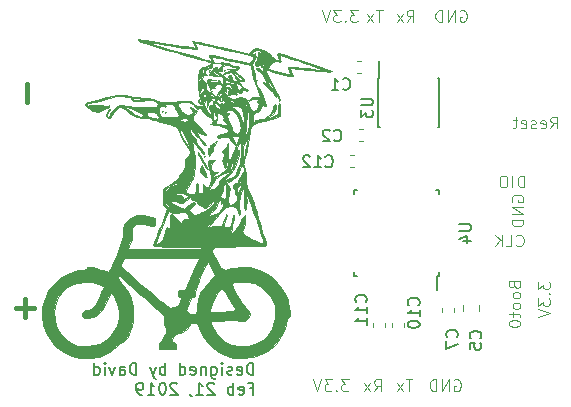
<source format=gbo>
G04 #@! TF.GenerationSoftware,KiCad,Pcbnew,(5.0.0)*
G04 #@! TF.CreationDate,2019-02-21T23:12:31-08:00*
G04 #@! TF.ProjectId,bms4_f051,626D73345F663035312E6B696361645F,rev?*
G04 #@! TF.SameCoordinates,Original*
G04 #@! TF.FileFunction,Legend,Bot*
G04 #@! TF.FilePolarity,Positive*
%FSLAX46Y46*%
G04 Gerber Fmt 4.6, Leading zero omitted, Abs format (unit mm)*
G04 Created by KiCad (PCBNEW (5.0.0)) date 02/21/19 23:12:31*
%MOMM*%
%LPD*%
G01*
G04 APERTURE LIST*
%ADD10C,0.180000*%
%ADD11C,0.100000*%
%ADD12C,0.400000*%
%ADD13C,0.120000*%
%ADD14C,0.150000*%
%ADD15C,0.010000*%
G04 APERTURE END LIST*
D10*
X123344904Y-132312380D02*
X123344904Y-131312380D01*
X123106809Y-131312380D01*
X122963952Y-131360000D01*
X122868714Y-131455238D01*
X122821095Y-131550476D01*
X122773476Y-131740952D01*
X122773476Y-131883809D01*
X122821095Y-132074285D01*
X122868714Y-132169523D01*
X122963952Y-132264761D01*
X123106809Y-132312380D01*
X123344904Y-132312380D01*
X121963952Y-132264761D02*
X122059190Y-132312380D01*
X122249666Y-132312380D01*
X122344904Y-132264761D01*
X122392523Y-132169523D01*
X122392523Y-131788571D01*
X122344904Y-131693333D01*
X122249666Y-131645714D01*
X122059190Y-131645714D01*
X121963952Y-131693333D01*
X121916333Y-131788571D01*
X121916333Y-131883809D01*
X122392523Y-131979047D01*
X121535380Y-132264761D02*
X121440142Y-132312380D01*
X121249666Y-132312380D01*
X121154428Y-132264761D01*
X121106809Y-132169523D01*
X121106809Y-132121904D01*
X121154428Y-132026666D01*
X121249666Y-131979047D01*
X121392523Y-131979047D01*
X121487761Y-131931428D01*
X121535380Y-131836190D01*
X121535380Y-131788571D01*
X121487761Y-131693333D01*
X121392523Y-131645714D01*
X121249666Y-131645714D01*
X121154428Y-131693333D01*
X120678238Y-132312380D02*
X120678238Y-131645714D01*
X120678238Y-131312380D02*
X120725857Y-131360000D01*
X120678238Y-131407619D01*
X120630619Y-131360000D01*
X120678238Y-131312380D01*
X120678238Y-131407619D01*
X119773476Y-131645714D02*
X119773476Y-132455238D01*
X119821095Y-132550476D01*
X119868714Y-132598095D01*
X119963952Y-132645714D01*
X120106809Y-132645714D01*
X120202047Y-132598095D01*
X119773476Y-132264761D02*
X119868714Y-132312380D01*
X120059190Y-132312380D01*
X120154428Y-132264761D01*
X120202047Y-132217142D01*
X120249666Y-132121904D01*
X120249666Y-131836190D01*
X120202047Y-131740952D01*
X120154428Y-131693333D01*
X120059190Y-131645714D01*
X119868714Y-131645714D01*
X119773476Y-131693333D01*
X119297285Y-131645714D02*
X119297285Y-132312380D01*
X119297285Y-131740952D02*
X119249666Y-131693333D01*
X119154428Y-131645714D01*
X119011571Y-131645714D01*
X118916333Y-131693333D01*
X118868714Y-131788571D01*
X118868714Y-132312380D01*
X118011571Y-132264761D02*
X118106809Y-132312380D01*
X118297285Y-132312380D01*
X118392523Y-132264761D01*
X118440142Y-132169523D01*
X118440142Y-131788571D01*
X118392523Y-131693333D01*
X118297285Y-131645714D01*
X118106809Y-131645714D01*
X118011571Y-131693333D01*
X117963952Y-131788571D01*
X117963952Y-131883809D01*
X118440142Y-131979047D01*
X117106809Y-132312380D02*
X117106809Y-131312380D01*
X117106809Y-132264761D02*
X117202047Y-132312380D01*
X117392523Y-132312380D01*
X117487761Y-132264761D01*
X117535380Y-132217142D01*
X117583000Y-132121904D01*
X117583000Y-131836190D01*
X117535380Y-131740952D01*
X117487761Y-131693333D01*
X117392523Y-131645714D01*
X117202047Y-131645714D01*
X117106809Y-131693333D01*
X115868714Y-132312380D02*
X115868714Y-131312380D01*
X115868714Y-131693333D02*
X115773476Y-131645714D01*
X115583000Y-131645714D01*
X115487761Y-131693333D01*
X115440142Y-131740952D01*
X115392523Y-131836190D01*
X115392523Y-132121904D01*
X115440142Y-132217142D01*
X115487761Y-132264761D01*
X115583000Y-132312380D01*
X115773476Y-132312380D01*
X115868714Y-132264761D01*
X115059190Y-131645714D02*
X114821095Y-132312380D01*
X114583000Y-131645714D02*
X114821095Y-132312380D01*
X114916333Y-132550476D01*
X114963952Y-132598095D01*
X115059190Y-132645714D01*
X113440142Y-132312380D02*
X113440142Y-131312380D01*
X113202047Y-131312380D01*
X113059190Y-131360000D01*
X112963952Y-131455238D01*
X112916333Y-131550476D01*
X112868714Y-131740952D01*
X112868714Y-131883809D01*
X112916333Y-132074285D01*
X112963952Y-132169523D01*
X113059190Y-132264761D01*
X113202047Y-132312380D01*
X113440142Y-132312380D01*
X112011571Y-132312380D02*
X112011571Y-131788571D01*
X112059190Y-131693333D01*
X112154428Y-131645714D01*
X112344904Y-131645714D01*
X112440142Y-131693333D01*
X112011571Y-132264761D02*
X112106809Y-132312380D01*
X112344904Y-132312380D01*
X112440142Y-132264761D01*
X112487761Y-132169523D01*
X112487761Y-132074285D01*
X112440142Y-131979047D01*
X112344904Y-131931428D01*
X112106809Y-131931428D01*
X112011571Y-131883809D01*
X111630619Y-131645714D02*
X111392523Y-132312380D01*
X111154428Y-131645714D01*
X110773476Y-132312380D02*
X110773476Y-131645714D01*
X110773476Y-131312380D02*
X110821095Y-131360000D01*
X110773476Y-131407619D01*
X110725857Y-131360000D01*
X110773476Y-131312380D01*
X110773476Y-131407619D01*
X109868714Y-132312380D02*
X109868714Y-131312380D01*
X109868714Y-132264761D02*
X109963952Y-132312380D01*
X110154428Y-132312380D01*
X110249666Y-132264761D01*
X110297285Y-132217142D01*
X110344904Y-132121904D01*
X110344904Y-131836190D01*
X110297285Y-131740952D01*
X110249666Y-131693333D01*
X110154428Y-131645714D01*
X109963952Y-131645714D01*
X109868714Y-131693333D01*
X123011571Y-133468571D02*
X123344904Y-133468571D01*
X123344904Y-133992380D02*
X123344904Y-132992380D01*
X122868714Y-132992380D01*
X122106809Y-133944761D02*
X122202047Y-133992380D01*
X122392523Y-133992380D01*
X122487761Y-133944761D01*
X122535380Y-133849523D01*
X122535380Y-133468571D01*
X122487761Y-133373333D01*
X122392523Y-133325714D01*
X122202047Y-133325714D01*
X122106809Y-133373333D01*
X122059190Y-133468571D01*
X122059190Y-133563809D01*
X122535380Y-133659047D01*
X121630619Y-133992380D02*
X121630619Y-132992380D01*
X121630619Y-133373333D02*
X121535380Y-133325714D01*
X121344904Y-133325714D01*
X121249666Y-133373333D01*
X121202047Y-133420952D01*
X121154428Y-133516190D01*
X121154428Y-133801904D01*
X121202047Y-133897142D01*
X121249666Y-133944761D01*
X121344904Y-133992380D01*
X121535380Y-133992380D01*
X121630619Y-133944761D01*
X120011571Y-133087619D02*
X119963952Y-133040000D01*
X119868714Y-132992380D01*
X119630619Y-132992380D01*
X119535380Y-133040000D01*
X119487761Y-133087619D01*
X119440142Y-133182857D01*
X119440142Y-133278095D01*
X119487761Y-133420952D01*
X120059190Y-133992380D01*
X119440142Y-133992380D01*
X118487761Y-133992380D02*
X119059190Y-133992380D01*
X118773476Y-133992380D02*
X118773476Y-132992380D01*
X118868714Y-133135238D01*
X118963952Y-133230476D01*
X119059190Y-133278095D01*
X118011571Y-133944761D02*
X118011571Y-133992380D01*
X118059190Y-134087619D01*
X118106809Y-134135238D01*
X116868714Y-133087619D02*
X116821095Y-133040000D01*
X116725857Y-132992380D01*
X116487761Y-132992380D01*
X116392523Y-133040000D01*
X116344904Y-133087619D01*
X116297285Y-133182857D01*
X116297285Y-133278095D01*
X116344904Y-133420952D01*
X116916333Y-133992380D01*
X116297285Y-133992380D01*
X115678238Y-132992380D02*
X115583000Y-132992380D01*
X115487761Y-133040000D01*
X115440142Y-133087619D01*
X115392523Y-133182857D01*
X115344904Y-133373333D01*
X115344904Y-133611428D01*
X115392523Y-133801904D01*
X115440142Y-133897142D01*
X115487761Y-133944761D01*
X115583000Y-133992380D01*
X115678238Y-133992380D01*
X115773476Y-133944761D01*
X115821095Y-133897142D01*
X115868714Y-133801904D01*
X115916333Y-133611428D01*
X115916333Y-133373333D01*
X115868714Y-133182857D01*
X115821095Y-133087619D01*
X115773476Y-133040000D01*
X115678238Y-132992380D01*
X114392523Y-133992380D02*
X114963952Y-133992380D01*
X114678238Y-133992380D02*
X114678238Y-132992380D01*
X114773476Y-133135238D01*
X114868714Y-133230476D01*
X114963952Y-133278095D01*
X113916333Y-133992380D02*
X113725857Y-133992380D01*
X113630619Y-133944761D01*
X113583000Y-133897142D01*
X113487761Y-133754285D01*
X113440142Y-133563809D01*
X113440142Y-133182857D01*
X113487761Y-133087619D01*
X113535380Y-133040000D01*
X113630619Y-132992380D01*
X113821095Y-132992380D01*
X113916333Y-133040000D01*
X113963952Y-133087619D01*
X114011571Y-133182857D01*
X114011571Y-133420952D01*
X113963952Y-133516190D01*
X113916333Y-133563809D01*
X113821095Y-133611428D01*
X113630619Y-133611428D01*
X113535380Y-133563809D01*
X113487761Y-133516190D01*
X113440142Y-133420952D01*
D11*
X145250000Y-117649285D02*
X145202380Y-117554047D01*
X145202380Y-117411190D01*
X145250000Y-117268333D01*
X145345238Y-117173095D01*
X145440476Y-117125476D01*
X145630952Y-117077857D01*
X145773809Y-117077857D01*
X145964285Y-117125476D01*
X146059523Y-117173095D01*
X146154761Y-117268333D01*
X146202380Y-117411190D01*
X146202380Y-117506428D01*
X146154761Y-117649285D01*
X146107142Y-117696904D01*
X145773809Y-117696904D01*
X145773809Y-117506428D01*
X146202380Y-118125476D02*
X145202380Y-118125476D01*
X146202380Y-118696904D01*
X145202380Y-118696904D01*
X146202380Y-119173095D02*
X145202380Y-119173095D01*
X145202380Y-119411190D01*
X145250000Y-119554047D01*
X145345238Y-119649285D01*
X145440476Y-119696904D01*
X145630952Y-119744523D01*
X145773809Y-119744523D01*
X145964285Y-119696904D01*
X146059523Y-119649285D01*
X146154761Y-119554047D01*
X146202380Y-119411190D01*
X146202380Y-119173095D01*
X140350714Y-132750000D02*
X140445952Y-132702380D01*
X140588809Y-132702380D01*
X140731666Y-132750000D01*
X140826904Y-132845238D01*
X140874523Y-132940476D01*
X140922142Y-133130952D01*
X140922142Y-133273809D01*
X140874523Y-133464285D01*
X140826904Y-133559523D01*
X140731666Y-133654761D01*
X140588809Y-133702380D01*
X140493571Y-133702380D01*
X140350714Y-133654761D01*
X140303095Y-133607142D01*
X140303095Y-133273809D01*
X140493571Y-133273809D01*
X139874523Y-133702380D02*
X139874523Y-132702380D01*
X139303095Y-133702380D01*
X139303095Y-132702380D01*
X138826904Y-133702380D02*
X138826904Y-132702380D01*
X138588809Y-132702380D01*
X138445952Y-132750000D01*
X138350714Y-132845238D01*
X138303095Y-132940476D01*
X138255476Y-133130952D01*
X138255476Y-133273809D01*
X138303095Y-133464285D01*
X138350714Y-133559523D01*
X138445952Y-133654761D01*
X138588809Y-133702380D01*
X138826904Y-133702380D01*
X136791190Y-132702380D02*
X136219761Y-132702380D01*
X136505476Y-133702380D02*
X136505476Y-132702380D01*
X135981666Y-133702380D02*
X135457857Y-133035714D01*
X135981666Y-133035714D02*
X135457857Y-133702380D01*
X133565000Y-133702380D02*
X133898333Y-133226190D01*
X134136428Y-133702380D02*
X134136428Y-132702380D01*
X133755476Y-132702380D01*
X133660238Y-132750000D01*
X133612619Y-132797619D01*
X133565000Y-132892857D01*
X133565000Y-133035714D01*
X133612619Y-133130952D01*
X133660238Y-133178571D01*
X133755476Y-133226190D01*
X134136428Y-133226190D01*
X133231666Y-133702380D02*
X132707857Y-133035714D01*
X133231666Y-133035714D02*
X132707857Y-133702380D01*
X131410238Y-132702380D02*
X130791190Y-132702380D01*
X131124523Y-133083333D01*
X130981666Y-133083333D01*
X130886428Y-133130952D01*
X130838809Y-133178571D01*
X130791190Y-133273809D01*
X130791190Y-133511904D01*
X130838809Y-133607142D01*
X130886428Y-133654761D01*
X130981666Y-133702380D01*
X131267380Y-133702380D01*
X131362619Y-133654761D01*
X131410238Y-133607142D01*
X130362619Y-133607142D02*
X130315000Y-133654761D01*
X130362619Y-133702380D01*
X130410238Y-133654761D01*
X130362619Y-133607142D01*
X130362619Y-133702380D01*
X129981666Y-132702380D02*
X129362619Y-132702380D01*
X129695952Y-133083333D01*
X129553095Y-133083333D01*
X129457857Y-133130952D01*
X129410238Y-133178571D01*
X129362619Y-133273809D01*
X129362619Y-133511904D01*
X129410238Y-133607142D01*
X129457857Y-133654761D01*
X129553095Y-133702380D01*
X129838809Y-133702380D01*
X129934047Y-133654761D01*
X129981666Y-133607142D01*
X129076904Y-132702380D02*
X128743571Y-133702380D01*
X128410238Y-132702380D01*
D12*
X104142857Y-109261904D02*
X104142857Y-107738095D01*
X103238095Y-126642857D02*
X104761904Y-126642857D01*
X104000000Y-127404761D02*
X104000000Y-125880952D01*
D11*
X145428571Y-124704761D02*
X145476190Y-124847619D01*
X145523809Y-124895238D01*
X145619047Y-124942857D01*
X145761904Y-124942857D01*
X145857142Y-124895238D01*
X145904761Y-124847619D01*
X145952380Y-124752380D01*
X145952380Y-124371428D01*
X144952380Y-124371428D01*
X144952380Y-124704761D01*
X145000000Y-124800000D01*
X145047619Y-124847619D01*
X145142857Y-124895238D01*
X145238095Y-124895238D01*
X145333333Y-124847619D01*
X145380952Y-124800000D01*
X145428571Y-124704761D01*
X145428571Y-124371428D01*
X145952380Y-125514285D02*
X145904761Y-125419047D01*
X145857142Y-125371428D01*
X145761904Y-125323809D01*
X145476190Y-125323809D01*
X145380952Y-125371428D01*
X145333333Y-125419047D01*
X145285714Y-125514285D01*
X145285714Y-125657142D01*
X145333333Y-125752380D01*
X145380952Y-125800000D01*
X145476190Y-125847619D01*
X145761904Y-125847619D01*
X145857142Y-125800000D01*
X145904761Y-125752380D01*
X145952380Y-125657142D01*
X145952380Y-125514285D01*
X145952380Y-126419047D02*
X145904761Y-126323809D01*
X145857142Y-126276190D01*
X145761904Y-126228571D01*
X145476190Y-126228571D01*
X145380952Y-126276190D01*
X145333333Y-126323809D01*
X145285714Y-126419047D01*
X145285714Y-126561904D01*
X145333333Y-126657142D01*
X145380952Y-126704761D01*
X145476190Y-126752380D01*
X145761904Y-126752380D01*
X145857142Y-126704761D01*
X145904761Y-126657142D01*
X145952380Y-126561904D01*
X145952380Y-126419047D01*
X145285714Y-127038095D02*
X145285714Y-127419047D01*
X144952380Y-127180952D02*
X145809523Y-127180952D01*
X145904761Y-127228571D01*
X145952380Y-127323809D01*
X145952380Y-127419047D01*
X144952380Y-127942857D02*
X144952380Y-128038095D01*
X145000000Y-128133333D01*
X145047619Y-128180952D01*
X145142857Y-128228571D01*
X145333333Y-128276190D01*
X145571428Y-128276190D01*
X145761904Y-128228571D01*
X145857142Y-128180952D01*
X145904761Y-128133333D01*
X145952380Y-128038095D01*
X145952380Y-127942857D01*
X145904761Y-127847619D01*
X145857142Y-127800000D01*
X145761904Y-127752380D01*
X145571428Y-127704761D01*
X145333333Y-127704761D01*
X145142857Y-127752380D01*
X145047619Y-127800000D01*
X145000000Y-127847619D01*
X144952380Y-127942857D01*
X140850714Y-101500000D02*
X140945952Y-101452380D01*
X141088809Y-101452380D01*
X141231666Y-101500000D01*
X141326904Y-101595238D01*
X141374523Y-101690476D01*
X141422142Y-101880952D01*
X141422142Y-102023809D01*
X141374523Y-102214285D01*
X141326904Y-102309523D01*
X141231666Y-102404761D01*
X141088809Y-102452380D01*
X140993571Y-102452380D01*
X140850714Y-102404761D01*
X140803095Y-102357142D01*
X140803095Y-102023809D01*
X140993571Y-102023809D01*
X140374523Y-102452380D02*
X140374523Y-101452380D01*
X139803095Y-102452380D01*
X139803095Y-101452380D01*
X139326904Y-102452380D02*
X139326904Y-101452380D01*
X139088809Y-101452380D01*
X138945952Y-101500000D01*
X138850714Y-101595238D01*
X138803095Y-101690476D01*
X138755476Y-101880952D01*
X138755476Y-102023809D01*
X138803095Y-102214285D01*
X138850714Y-102309523D01*
X138945952Y-102404761D01*
X139088809Y-102452380D01*
X139326904Y-102452380D01*
X132160238Y-101452380D02*
X131541190Y-101452380D01*
X131874523Y-101833333D01*
X131731666Y-101833333D01*
X131636428Y-101880952D01*
X131588809Y-101928571D01*
X131541190Y-102023809D01*
X131541190Y-102261904D01*
X131588809Y-102357142D01*
X131636428Y-102404761D01*
X131731666Y-102452380D01*
X132017380Y-102452380D01*
X132112619Y-102404761D01*
X132160238Y-102357142D01*
X131112619Y-102357142D02*
X131065000Y-102404761D01*
X131112619Y-102452380D01*
X131160238Y-102404761D01*
X131112619Y-102357142D01*
X131112619Y-102452380D01*
X130731666Y-101452380D02*
X130112619Y-101452380D01*
X130445952Y-101833333D01*
X130303095Y-101833333D01*
X130207857Y-101880952D01*
X130160238Y-101928571D01*
X130112619Y-102023809D01*
X130112619Y-102261904D01*
X130160238Y-102357142D01*
X130207857Y-102404761D01*
X130303095Y-102452380D01*
X130588809Y-102452380D01*
X130684047Y-102404761D01*
X130731666Y-102357142D01*
X129826904Y-101452380D02*
X129493571Y-102452380D01*
X129160238Y-101452380D01*
X136315000Y-102452380D02*
X136648333Y-101976190D01*
X136886428Y-102452380D02*
X136886428Y-101452380D01*
X136505476Y-101452380D01*
X136410238Y-101500000D01*
X136362619Y-101547619D01*
X136315000Y-101642857D01*
X136315000Y-101785714D01*
X136362619Y-101880952D01*
X136410238Y-101928571D01*
X136505476Y-101976190D01*
X136886428Y-101976190D01*
X135981666Y-102452380D02*
X135457857Y-101785714D01*
X135981666Y-101785714D02*
X135457857Y-102452380D01*
X134291190Y-101452380D02*
X133719761Y-101452380D01*
X134005476Y-102452380D02*
X134005476Y-101452380D01*
X133481666Y-102452380D02*
X132957857Y-101785714D01*
X133481666Y-101785714D02*
X132957857Y-102452380D01*
X148488095Y-111452380D02*
X148821428Y-110976190D01*
X149059523Y-111452380D02*
X149059523Y-110452380D01*
X148678571Y-110452380D01*
X148583333Y-110500000D01*
X148535714Y-110547619D01*
X148488095Y-110642857D01*
X148488095Y-110785714D01*
X148535714Y-110880952D01*
X148583333Y-110928571D01*
X148678571Y-110976190D01*
X149059523Y-110976190D01*
X147678571Y-111404761D02*
X147773809Y-111452380D01*
X147964285Y-111452380D01*
X148059523Y-111404761D01*
X148107142Y-111309523D01*
X148107142Y-110928571D01*
X148059523Y-110833333D01*
X147964285Y-110785714D01*
X147773809Y-110785714D01*
X147678571Y-110833333D01*
X147630952Y-110928571D01*
X147630952Y-111023809D01*
X148107142Y-111119047D01*
X147250000Y-111404761D02*
X147154761Y-111452380D01*
X146964285Y-111452380D01*
X146869047Y-111404761D01*
X146821428Y-111309523D01*
X146821428Y-111261904D01*
X146869047Y-111166666D01*
X146964285Y-111119047D01*
X147107142Y-111119047D01*
X147202380Y-111071428D01*
X147250000Y-110976190D01*
X147250000Y-110928571D01*
X147202380Y-110833333D01*
X147107142Y-110785714D01*
X146964285Y-110785714D01*
X146869047Y-110833333D01*
X146011904Y-111404761D02*
X146107142Y-111452380D01*
X146297619Y-111452380D01*
X146392857Y-111404761D01*
X146440476Y-111309523D01*
X146440476Y-110928571D01*
X146392857Y-110833333D01*
X146297619Y-110785714D01*
X146107142Y-110785714D01*
X146011904Y-110833333D01*
X145964285Y-110928571D01*
X145964285Y-111023809D01*
X146440476Y-111119047D01*
X145678571Y-110785714D02*
X145297619Y-110785714D01*
X145535714Y-110452380D02*
X145535714Y-111309523D01*
X145488095Y-111404761D01*
X145392857Y-111452380D01*
X145297619Y-111452380D01*
X146273809Y-116452380D02*
X146273809Y-115452380D01*
X146035714Y-115452380D01*
X145892857Y-115500000D01*
X145797619Y-115595238D01*
X145750000Y-115690476D01*
X145702380Y-115880952D01*
X145702380Y-116023809D01*
X145750000Y-116214285D01*
X145797619Y-116309523D01*
X145892857Y-116404761D01*
X146035714Y-116452380D01*
X146273809Y-116452380D01*
X145273809Y-116452380D02*
X145273809Y-115452380D01*
X144607142Y-115452380D02*
X144416666Y-115452380D01*
X144321428Y-115500000D01*
X144226190Y-115595238D01*
X144178571Y-115785714D01*
X144178571Y-116119047D01*
X144226190Y-116309523D01*
X144321428Y-116404761D01*
X144416666Y-116452380D01*
X144607142Y-116452380D01*
X144702380Y-116404761D01*
X144797619Y-116309523D01*
X144845238Y-116119047D01*
X144845238Y-115785714D01*
X144797619Y-115595238D01*
X144702380Y-115500000D01*
X144607142Y-115452380D01*
X145595238Y-121357142D02*
X145642857Y-121404761D01*
X145785714Y-121452380D01*
X145880952Y-121452380D01*
X146023809Y-121404761D01*
X146119047Y-121309523D01*
X146166666Y-121214285D01*
X146214285Y-121023809D01*
X146214285Y-120880952D01*
X146166666Y-120690476D01*
X146119047Y-120595238D01*
X146023809Y-120500000D01*
X145880952Y-120452380D01*
X145785714Y-120452380D01*
X145642857Y-120500000D01*
X145595238Y-120547619D01*
X144690476Y-121452380D02*
X145166666Y-121452380D01*
X145166666Y-120452380D01*
X144357142Y-121452380D02*
X144357142Y-120452380D01*
X143785714Y-121452380D02*
X144214285Y-120880952D01*
X143785714Y-120452380D02*
X144357142Y-121023809D01*
X147452380Y-124423809D02*
X147452380Y-125042857D01*
X147833333Y-124709523D01*
X147833333Y-124852380D01*
X147880952Y-124947619D01*
X147928571Y-124995238D01*
X148023809Y-125042857D01*
X148261904Y-125042857D01*
X148357142Y-124995238D01*
X148404761Y-124947619D01*
X148452380Y-124852380D01*
X148452380Y-124566666D01*
X148404761Y-124471428D01*
X148357142Y-124423809D01*
X148357142Y-125471428D02*
X148404761Y-125519047D01*
X148452380Y-125471428D01*
X148404761Y-125423809D01*
X148357142Y-125471428D01*
X148452380Y-125471428D01*
X147452380Y-125852380D02*
X147452380Y-126471428D01*
X147833333Y-126138095D01*
X147833333Y-126280952D01*
X147880952Y-126376190D01*
X147928571Y-126423809D01*
X148023809Y-126471428D01*
X148261904Y-126471428D01*
X148357142Y-126423809D01*
X148404761Y-126376190D01*
X148452380Y-126280952D01*
X148452380Y-125995238D01*
X148404761Y-125900000D01*
X148357142Y-125852380D01*
X147452380Y-126757142D02*
X148452380Y-127090476D01*
X147452380Y-127423809D01*
D13*
G04 #@! TO.C,C10*
X136065366Y-127954504D02*
X136065366Y-128280062D01*
X135045366Y-127954504D02*
X135045366Y-128280062D01*
G04 #@! TO.C,C1*
X132412779Y-106760000D02*
X132087221Y-106760000D01*
X132412779Y-105740000D02*
X132087221Y-105740000D01*
G04 #@! TO.C,C2*
X132625279Y-111490000D02*
X132299721Y-111490000D01*
X132625279Y-112510000D02*
X132299721Y-112510000D01*
G04 #@! TO.C,C5*
X141045366Y-126421205D02*
X141045366Y-126938361D01*
X142465366Y-126421205D02*
X142465366Y-126938361D01*
G04 #@! TO.C,C7*
X139345366Y-126654504D02*
X139345366Y-126980062D01*
X140365366Y-126654504D02*
X140365366Y-126980062D01*
D14*
G04 #@! TO.C,U3*
X133925000Y-107175000D02*
X133975000Y-107175000D01*
X133925000Y-111325000D02*
X134070000Y-111325000D01*
X139075000Y-111325000D02*
X138930000Y-111325000D01*
X139075000Y-107175000D02*
X138930000Y-107175000D01*
X133925000Y-107175000D02*
X133925000Y-111325000D01*
X139075000Y-107175000D02*
X139075000Y-111325000D01*
X133975000Y-107175000D02*
X133975000Y-105775000D01*
D15*
G04 #@! TO.C,G\002A\002A\002A*
G36*
X120917334Y-106520334D02*
X120875000Y-106562667D01*
X120832667Y-106520334D01*
X120875000Y-106478000D01*
X120917334Y-106520334D01*
X120917334Y-106520334D01*
G37*
X120917334Y-106520334D02*
X120875000Y-106562667D01*
X120832667Y-106520334D01*
X120875000Y-106478000D01*
X120917334Y-106520334D01*
G36*
X115668000Y-109991667D02*
X115625667Y-110034000D01*
X115583334Y-109991667D01*
X115625667Y-109949334D01*
X115668000Y-109991667D01*
X115668000Y-109991667D01*
G37*
X115668000Y-109991667D02*
X115625667Y-110034000D01*
X115583334Y-109991667D01*
X115625667Y-109949334D01*
X115668000Y-109991667D01*
G36*
X115922000Y-110076334D02*
X115879667Y-110118667D01*
X115837334Y-110076334D01*
X115879667Y-110034000D01*
X115922000Y-110076334D01*
X115922000Y-110076334D01*
G37*
X115922000Y-110076334D02*
X115879667Y-110118667D01*
X115837334Y-110076334D01*
X115879667Y-110034000D01*
X115922000Y-110076334D01*
G36*
X120188064Y-112636073D02*
X120059263Y-112825317D01*
X119951472Y-113022892D01*
X119924736Y-113185908D01*
X119929200Y-113201831D01*
X119910058Y-113356072D01*
X119783515Y-113545757D01*
X119782009Y-113547386D01*
X119584144Y-113760886D01*
X119531072Y-113495526D01*
X119487069Y-113240071D01*
X119492189Y-113125215D01*
X119552065Y-113127901D01*
X119610324Y-113171085D01*
X119697208Y-113227407D01*
X119711144Y-113166695D01*
X119683080Y-113033286D01*
X119661262Y-112881546D01*
X119688566Y-112846601D01*
X119693053Y-112850352D01*
X119791407Y-112839278D01*
X119950684Y-112732021D01*
X120001297Y-112686345D01*
X120169003Y-112543039D01*
X120232173Y-112528476D01*
X120188064Y-112636073D01*
X120188064Y-112636073D01*
G37*
X120188064Y-112636073D02*
X120059263Y-112825317D01*
X119951472Y-113022892D01*
X119924736Y-113185908D01*
X119929200Y-113201831D01*
X119910058Y-113356072D01*
X119783515Y-113545757D01*
X119782009Y-113547386D01*
X119584144Y-113760886D01*
X119531072Y-113495526D01*
X119487069Y-113240071D01*
X119492189Y-113125215D01*
X119552065Y-113127901D01*
X119610324Y-113171085D01*
X119697208Y-113227407D01*
X119711144Y-113166695D01*
X119683080Y-113033286D01*
X119661262Y-112881546D01*
X119688566Y-112846601D01*
X119693053Y-112850352D01*
X119791407Y-112839278D01*
X119950684Y-112732021D01*
X120001297Y-112686345D01*
X120169003Y-112543039D01*
X120232173Y-112528476D01*
X120188064Y-112636073D01*
G36*
X119224000Y-113801667D02*
X119181667Y-113844000D01*
X119139334Y-113801667D01*
X119181667Y-113759334D01*
X119224000Y-113801667D01*
X119224000Y-113801667D01*
G37*
X119224000Y-113801667D02*
X119181667Y-113844000D01*
X119139334Y-113801667D01*
X119181667Y-113759334D01*
X119224000Y-113801667D01*
G36*
X118755554Y-113632334D02*
X118876836Y-113803691D01*
X119026202Y-114045688D01*
X119181295Y-114317421D01*
X119319755Y-114577986D01*
X119419223Y-114786479D01*
X119457341Y-114901997D01*
X119454756Y-114911467D01*
X119396714Y-114862983D01*
X119276844Y-114699888D01*
X119118094Y-114454155D01*
X119070411Y-114375908D01*
X118898211Y-114079963D01*
X118758443Y-113821658D01*
X118677322Y-113649815D01*
X118671129Y-113632334D01*
X118617510Y-113463000D01*
X118755554Y-113632334D01*
X118755554Y-113632334D01*
G37*
X118755554Y-113632334D02*
X118876836Y-113803691D01*
X119026202Y-114045688D01*
X119181295Y-114317421D01*
X119319755Y-114577986D01*
X119419223Y-114786479D01*
X119457341Y-114901997D01*
X119454756Y-114911467D01*
X119396714Y-114862983D01*
X119276844Y-114699888D01*
X119118094Y-114454155D01*
X119070411Y-114375908D01*
X118898211Y-114079963D01*
X118758443Y-113821658D01*
X118677322Y-113649815D01*
X118671129Y-113632334D01*
X118617510Y-113463000D01*
X118755554Y-113632334D01*
G36*
X119175617Y-115017395D02*
X119292729Y-115273298D01*
X119362344Y-115474892D01*
X119371323Y-115561031D01*
X119318193Y-115601621D01*
X119272597Y-115547468D01*
X119155751Y-115426569D01*
X118979986Y-115297638D01*
X118834724Y-115189442D01*
X118797036Y-115074723D01*
X118845397Y-114880670D01*
X118851352Y-114862527D01*
X118948257Y-114568721D01*
X119175617Y-115017395D01*
X119175617Y-115017395D01*
G37*
X119175617Y-115017395D02*
X119292729Y-115273298D01*
X119362344Y-115474892D01*
X119371323Y-115561031D01*
X119318193Y-115601621D01*
X119272597Y-115547468D01*
X119155751Y-115426569D01*
X118979986Y-115297638D01*
X118834724Y-115189442D01*
X118797036Y-115074723D01*
X118845397Y-114880670D01*
X118851352Y-114862527D01*
X118948257Y-114568721D01*
X119175617Y-115017395D01*
G36*
X119647334Y-106520334D02*
X119605000Y-106562667D01*
X119562667Y-106520334D01*
X119605000Y-106478000D01*
X119647334Y-106520334D01*
X119647334Y-106520334D01*
G37*
X119647334Y-106520334D02*
X119605000Y-106562667D01*
X119562667Y-106520334D01*
X119605000Y-106478000D01*
X119647334Y-106520334D01*
G36*
X123626667Y-107367000D02*
X123584334Y-107409334D01*
X123542000Y-107367000D01*
X123584334Y-107324667D01*
X123626667Y-107367000D01*
X123626667Y-107367000D01*
G37*
X123626667Y-107367000D02*
X123584334Y-107409334D01*
X123542000Y-107367000D01*
X123584334Y-107324667D01*
X123626667Y-107367000D01*
G36*
X119828263Y-107320647D02*
X120197667Y-107365260D01*
X119837834Y-107392165D01*
X119583110Y-107429611D01*
X119484688Y-107480817D01*
X119532219Y-107529525D01*
X119715353Y-107559475D01*
X119944303Y-107559424D01*
X120228071Y-107532017D01*
X120360003Y-107482607D01*
X120370294Y-107430500D01*
X120348918Y-107331631D01*
X120404086Y-107366566D01*
X120521775Y-107526027D01*
X120527246Y-107534347D01*
X120664634Y-107744027D01*
X120396819Y-107690464D01*
X120213916Y-107671589D01*
X120180762Y-107719677D01*
X120185937Y-107729022D01*
X120159749Y-107807311D01*
X120008602Y-107853336D01*
X119774334Y-107885531D01*
X119986000Y-107980732D01*
X120095791Y-108045640D01*
X120049673Y-108067787D01*
X119856037Y-108045408D01*
X119761449Y-108028000D01*
X119603233Y-107925039D01*
X119471044Y-107727113D01*
X119404582Y-107508038D01*
X119416454Y-107386537D01*
X119513414Y-107317200D01*
X119740603Y-107311574D01*
X119828263Y-107320647D01*
X119828263Y-107320647D01*
G37*
X119828263Y-107320647D02*
X120197667Y-107365260D01*
X119837834Y-107392165D01*
X119583110Y-107429611D01*
X119484688Y-107480817D01*
X119532219Y-107529525D01*
X119715353Y-107559475D01*
X119944303Y-107559424D01*
X120228071Y-107532017D01*
X120360003Y-107482607D01*
X120370294Y-107430500D01*
X120348918Y-107331631D01*
X120404086Y-107366566D01*
X120521775Y-107526027D01*
X120527246Y-107534347D01*
X120664634Y-107744027D01*
X120396819Y-107690464D01*
X120213916Y-107671589D01*
X120180762Y-107719677D01*
X120185937Y-107729022D01*
X120159749Y-107807311D01*
X120008602Y-107853336D01*
X119774334Y-107885531D01*
X119986000Y-107980732D01*
X120095791Y-108045640D01*
X120049673Y-108067787D01*
X119856037Y-108045408D01*
X119761449Y-108028000D01*
X119603233Y-107925039D01*
X119471044Y-107727113D01*
X119404582Y-107508038D01*
X119416454Y-107386537D01*
X119513414Y-107317200D01*
X119740603Y-107311574D01*
X119828263Y-107320647D01*
G36*
X119732000Y-108129000D02*
X119689667Y-108171334D01*
X119647334Y-108129000D01*
X119689667Y-108086667D01*
X119732000Y-108129000D01*
X119732000Y-108129000D01*
G37*
X119732000Y-108129000D02*
X119689667Y-108171334D01*
X119647334Y-108129000D01*
X119689667Y-108086667D01*
X119732000Y-108129000D01*
G36*
X119816667Y-108298334D02*
X119774334Y-108340667D01*
X119732000Y-108298334D01*
X119774334Y-108256000D01*
X119816667Y-108298334D01*
X119816667Y-108298334D01*
G37*
X119816667Y-108298334D02*
X119774334Y-108340667D01*
X119732000Y-108298334D01*
X119774334Y-108256000D01*
X119816667Y-108298334D01*
G36*
X125223116Y-109511144D02*
X125235334Y-109654013D01*
X125169592Y-109961554D01*
X124998510Y-110241306D01*
X124761304Y-110448492D01*
X124497191Y-110538336D01*
X124460270Y-110539000D01*
X124436863Y-110504459D01*
X124537563Y-110429797D01*
X124817962Y-110186516D01*
X124990667Y-109822032D01*
X125025954Y-109670584D01*
X125092146Y-109466836D01*
X125167394Y-109412936D01*
X125223116Y-109511144D01*
X125223116Y-109511144D01*
G37*
X125223116Y-109511144D02*
X125235334Y-109654013D01*
X125169592Y-109961554D01*
X124998510Y-110241306D01*
X124761304Y-110448492D01*
X124497191Y-110538336D01*
X124460270Y-110539000D01*
X124436863Y-110504459D01*
X124537563Y-110429797D01*
X124817962Y-110186516D01*
X124990667Y-109822032D01*
X125025954Y-109670584D01*
X125092146Y-109466836D01*
X125167394Y-109412936D01*
X125223116Y-109511144D01*
G36*
X113646855Y-103907915D02*
X113880896Y-103934976D01*
X114235009Y-103983192D01*
X114685708Y-104049272D01*
X115209507Y-104129922D01*
X115583334Y-104189451D01*
X116173356Y-104284119D01*
X116734204Y-104373203D01*
X117235373Y-104451930D01*
X117646358Y-104515522D01*
X117936655Y-104559205D01*
X118030163Y-104572518D01*
X118487326Y-104634707D01*
X118296093Y-104366145D01*
X118185055Y-104185135D01*
X118145134Y-104066688D01*
X118150372Y-104052072D01*
X118241234Y-104059018D01*
X118475814Y-104100934D01*
X118833142Y-104173397D01*
X119292248Y-104271983D01*
X119832163Y-104392269D01*
X120431917Y-104529832D01*
X120589326Y-104566539D01*
X122982767Y-105126517D01*
X123156550Y-104922143D01*
X123338829Y-104769502D01*
X123552121Y-104671837D01*
X123739942Y-104647586D01*
X123838141Y-104699689D01*
X123958083Y-104771800D01*
X124050157Y-104784667D01*
X124264137Y-104836443D01*
X124508011Y-104964615D01*
X124719114Y-105128446D01*
X124834779Y-105287200D01*
X124837538Y-105296514D01*
X124922133Y-105409243D01*
X125087431Y-105534859D01*
X125275017Y-105638692D01*
X125426477Y-105686074D01*
X125474339Y-105674451D01*
X125471886Y-105583717D01*
X125431215Y-105393767D01*
X125417663Y-105342939D01*
X125374544Y-105133478D01*
X125402005Y-105046488D01*
X125437035Y-105038667D01*
X125540110Y-105065404D01*
X125776379Y-105139799D01*
X126120642Y-105253125D01*
X126547699Y-105396656D01*
X127032351Y-105561667D01*
X127549398Y-105739432D01*
X128073640Y-105921225D01*
X128579876Y-106098320D01*
X129042908Y-106261991D01*
X129437534Y-106403513D01*
X129738556Y-106514159D01*
X129920773Y-106585204D01*
X129963627Y-106606071D01*
X129923096Y-106636089D01*
X129723480Y-106642743D01*
X129373341Y-106626523D01*
X128881237Y-106587921D01*
X128255730Y-106527430D01*
X127860000Y-106485234D01*
X127394182Y-106435481D01*
X126991202Y-106394924D01*
X126679359Y-106366210D01*
X126486949Y-106351985D01*
X126438205Y-106352239D01*
X126455160Y-106433074D01*
X126527726Y-106610322D01*
X126559212Y-106678121D01*
X126638985Y-106883101D01*
X126659154Y-107019379D01*
X126651008Y-107037882D01*
X126558991Y-107033125D01*
X126341054Y-106991597D01*
X126034239Y-106922539D01*
X125675589Y-106835190D01*
X125302145Y-106738792D01*
X124950949Y-106642584D01*
X124659045Y-106555808D01*
X124494500Y-106499917D01*
X124398367Y-106511691D01*
X124394934Y-106645261D01*
X124478926Y-106884315D01*
X124645065Y-107212540D01*
X124820265Y-107507187D01*
X125125751Y-108019794D01*
X125358358Y-108463078D01*
X125508442Y-108816599D01*
X125566360Y-109059917D01*
X125566364Y-109088519D01*
X125542668Y-109111907D01*
X125492982Y-108996929D01*
X125475215Y-108938826D01*
X125405062Y-108765142D01*
X125341624Y-108733447D01*
X125330754Y-108746601D01*
X125251297Y-108759597D01*
X125132954Y-108613391D01*
X125125313Y-108600611D01*
X124982094Y-108414610D01*
X124758636Y-108182661D01*
X124557744Y-108001786D01*
X124340206Y-107806226D01*
X124187522Y-107643321D01*
X124134667Y-107553849D01*
X124171230Y-107510761D01*
X124236267Y-107561734D01*
X124357402Y-107646948D01*
X124440271Y-107654462D01*
X124431549Y-107579556D01*
X124431197Y-107578985D01*
X124372975Y-107430731D01*
X124344643Y-107315886D01*
X124331611Y-107282334D01*
X124472938Y-107282334D01*
X124561503Y-107530413D01*
X124689603Y-107775081D01*
X124848664Y-107977088D01*
X125028031Y-108205744D01*
X125157604Y-108442082D01*
X125237482Y-108592803D01*
X125293645Y-108624453D01*
X125299767Y-108613033D01*
X125278056Y-108490005D01*
X125187260Y-108283022D01*
X125116019Y-108153959D01*
X124936775Y-107874545D01*
X124745666Y-107609691D01*
X124686696Y-107536334D01*
X124472938Y-107282334D01*
X124331611Y-107282334D01*
X124275920Y-107138956D01*
X124150338Y-106934301D01*
X124003390Y-106747755D01*
X123870570Y-106625152D01*
X123794730Y-106605785D01*
X123703128Y-106578535D01*
X123627936Y-106480372D01*
X123592701Y-106344184D01*
X123660113Y-106304772D01*
X123793660Y-106362428D01*
X123923000Y-106478000D01*
X124073299Y-106612409D01*
X124167614Y-106639314D01*
X124176725Y-106552979D01*
X124167457Y-106525994D01*
X124180763Y-106387706D01*
X124187525Y-106370426D01*
X124591537Y-106370426D01*
X124686535Y-106410393D01*
X124903232Y-106481841D01*
X125199711Y-106572616D01*
X125534057Y-106670566D01*
X125864351Y-106763538D01*
X126148679Y-106839380D01*
X126345123Y-106885938D01*
X126399500Y-106894601D01*
X126497916Y-106871395D01*
X126505334Y-106854796D01*
X126470096Y-106755207D01*
X126384059Y-106573926D01*
X126372090Y-106550594D01*
X126294741Y-106365670D01*
X126281092Y-106252775D01*
X126285168Y-106246610D01*
X126380066Y-106240965D01*
X126615795Y-106253338D01*
X126965066Y-106281532D01*
X127400587Y-106323355D01*
X127878586Y-106374748D01*
X128369483Y-106428944D01*
X128798382Y-106474082D01*
X129138572Y-106507533D01*
X129363341Y-106526668D01*
X129445866Y-106529023D01*
X129374989Y-106497994D01*
X129165154Y-106421798D01*
X128838312Y-106308016D01*
X128416412Y-106164232D01*
X127921405Y-105998026D01*
X127583525Y-105885756D01*
X127045396Y-105707596D01*
X126558475Y-105546299D01*
X126146637Y-105409780D01*
X125833756Y-105305954D01*
X125643704Y-105242739D01*
X125598889Y-105227707D01*
X125539980Y-105244920D01*
X125552482Y-105379614D01*
X125577722Y-105474978D01*
X125631958Y-105672163D01*
X125658213Y-105783481D01*
X125658667Y-105788364D01*
X125585786Y-105795410D01*
X125406933Y-105772064D01*
X125372756Y-105765875D01*
X125182865Y-105748442D01*
X125037045Y-105802827D01*
X124872001Y-105957908D01*
X124817203Y-106019343D01*
X124669092Y-106205567D01*
X124592658Y-106337289D01*
X124591537Y-106370426D01*
X124187525Y-106370426D01*
X124266274Y-106169212D01*
X124330169Y-106049154D01*
X124494092Y-106049154D01*
X124505673Y-106054667D01*
X124582939Y-105995063D01*
X124600334Y-105970000D01*
X124621908Y-105890846D01*
X124610327Y-105885334D01*
X124533062Y-105944937D01*
X124515667Y-105970000D01*
X124494092Y-106049154D01*
X124330169Y-106049154D01*
X124339447Y-106031722D01*
X124469129Y-105795154D01*
X124663425Y-105795154D01*
X124675007Y-105800667D01*
X124752272Y-105741063D01*
X124769667Y-105716000D01*
X124791242Y-105636846D01*
X124779660Y-105631334D01*
X124702395Y-105690937D01*
X124685000Y-105716000D01*
X124663425Y-105795154D01*
X124469129Y-105795154D01*
X124487571Y-105761513D01*
X124549085Y-105613900D01*
X124527816Y-105596914D01*
X124427594Y-105718589D01*
X124289507Y-105926952D01*
X124138689Y-106155105D01*
X124046900Y-106253107D01*
X123991527Y-106239163D01*
X123967054Y-106186571D01*
X123900678Y-106087869D01*
X123852854Y-106115838D01*
X123752267Y-106161302D01*
X123597853Y-106159032D01*
X123477404Y-106116616D01*
X123457334Y-106081654D01*
X123488061Y-105989045D01*
X123495682Y-105970000D01*
X123626667Y-105970000D01*
X123657645Y-106039690D01*
X123683111Y-106026445D01*
X123693072Y-105927667D01*
X123965334Y-105927667D01*
X124007667Y-105970000D01*
X124050000Y-105927667D01*
X124007667Y-105885334D01*
X123965334Y-105927667D01*
X123693072Y-105927667D01*
X123693244Y-105925965D01*
X123683111Y-105913556D01*
X123632777Y-105925178D01*
X123626667Y-105970000D01*
X123495682Y-105970000D01*
X123566995Y-105791790D01*
X123581126Y-105758334D01*
X123711334Y-105758334D01*
X123753667Y-105800667D01*
X123796000Y-105758334D01*
X124050000Y-105758334D01*
X124092334Y-105800667D01*
X124134667Y-105758334D01*
X124092334Y-105716000D01*
X124050000Y-105758334D01*
X123796000Y-105758334D01*
X123753667Y-105716000D01*
X123711334Y-105758334D01*
X123581126Y-105758334D01*
X123636370Y-105627543D01*
X123649861Y-105589000D01*
X124134667Y-105589000D01*
X124177000Y-105631334D01*
X124219334Y-105589000D01*
X124177000Y-105546667D01*
X124134667Y-105589000D01*
X123649861Y-105589000D01*
X123679497Y-105504334D01*
X123796000Y-105504334D01*
X123838334Y-105546667D01*
X123880667Y-105504334D01*
X123838334Y-105462000D01*
X123796000Y-105504334D01*
X123679497Y-105504334D01*
X123728065Y-105365582D01*
X123767600Y-105148736D01*
X123759727Y-105066261D01*
X123734762Y-104976378D01*
X123788994Y-105000831D01*
X123877542Y-105078173D01*
X124038842Y-105181875D01*
X124112756Y-105157724D01*
X124070310Y-105033155D01*
X124008137Y-104954519D01*
X123956382Y-104920808D01*
X124179883Y-104920808D01*
X124262137Y-105039186D01*
X124396414Y-105152149D01*
X124465642Y-105155081D01*
X124435386Y-105058942D01*
X124390365Y-104998380D01*
X124261148Y-104890452D01*
X124195844Y-104869334D01*
X124179883Y-104920808D01*
X123956382Y-104920808D01*
X123792998Y-104814389D01*
X123553441Y-104796849D01*
X123350785Y-104901228D01*
X123302500Y-104962245D01*
X123236800Y-105115770D01*
X123244404Y-105192626D01*
X123325541Y-105179303D01*
X123375974Y-105120882D01*
X123439148Y-105046665D01*
X123455882Y-105132151D01*
X123456037Y-105144500D01*
X123498768Y-105270162D01*
X123545569Y-105292667D01*
X123557757Y-105356951D01*
X123493220Y-105521663D01*
X123419947Y-105657588D01*
X123206089Y-106022508D01*
X123371540Y-106601059D01*
X123447272Y-106896893D01*
X123490467Y-107129513D01*
X123492411Y-107251243D01*
X123490925Y-107254144D01*
X123491858Y-107370769D01*
X123546151Y-107583198D01*
X123591382Y-107712340D01*
X123692701Y-107931481D01*
X123772350Y-108012316D01*
X123800027Y-107995485D01*
X123854300Y-108012197D01*
X123932012Y-108168531D01*
X124006801Y-108392984D01*
X124116119Y-108731012D01*
X124240299Y-109060216D01*
X124311810Y-109223195D01*
X124416401Y-109465950D01*
X124426306Y-109580472D01*
X124337313Y-109581667D01*
X124225329Y-109529209D01*
X124115468Y-109478636D01*
X124046381Y-109498289D01*
X123987414Y-109619702D01*
X123916068Y-109847323D01*
X123822074Y-109949120D01*
X123632096Y-110060673D01*
X123585524Y-110081293D01*
X123399877Y-110173688D01*
X123313543Y-110285988D01*
X123288964Y-110481501D01*
X123288000Y-110582812D01*
X123298417Y-110814786D01*
X123338929Y-110911949D01*
X123422099Y-110908560D01*
X123502597Y-110846293D01*
X123457051Y-110795826D01*
X123485537Y-110762130D01*
X123650048Y-110727783D01*
X123917418Y-110699112D01*
X123991350Y-110693897D01*
X124561472Y-110615806D01*
X125020530Y-110456989D01*
X125035898Y-110449456D01*
X125272233Y-110325366D01*
X125391698Y-110222272D01*
X125430058Y-110087849D01*
X125423850Y-109881860D01*
X125428166Y-109620296D01*
X125467270Y-109413304D01*
X125484776Y-109373860D01*
X125530681Y-109340758D01*
X125558240Y-109443333D01*
X125570361Y-109696027D01*
X125571426Y-109804176D01*
X125574000Y-110378684D01*
X125195899Y-110540758D01*
X124895954Y-110647062D01*
X124527085Y-110747905D01*
X124286340Y-110799203D01*
X123770621Y-110915258D01*
X123408009Y-111051258D01*
X123182792Y-111214001D01*
X123118358Y-111304577D01*
X123066338Y-111469400D01*
X123011266Y-111753031D01*
X122962175Y-112105378D01*
X122945280Y-112264245D01*
X122882221Y-112729325D01*
X122784474Y-113241580D01*
X122671698Y-113699807D01*
X122656082Y-113753047D01*
X122554657Y-114102112D01*
X122502264Y-114331254D01*
X122495059Y-114481413D01*
X122529197Y-114593532D01*
X122570563Y-114663618D01*
X122661439Y-114927505D01*
X122684101Y-115327593D01*
X122683505Y-115347238D01*
X122708483Y-116012513D01*
X122831935Y-116544147D01*
X122987630Y-116851773D01*
X123126671Y-117111225D01*
X123249455Y-117429080D01*
X123281732Y-117540677D01*
X123362405Y-117821632D01*
X123479752Y-118188727D01*
X123610537Y-118569725D01*
X123631345Y-118627667D01*
X123767246Y-119023779D01*
X123897204Y-119436855D01*
X123995180Y-119783756D01*
X124002563Y-119813000D01*
X124107010Y-120197808D01*
X124233558Y-120616339D01*
X124301270Y-120821725D01*
X124383829Y-121089858D01*
X124427219Y-121290025D01*
X124424268Y-121372059D01*
X124329596Y-121386462D01*
X124088505Y-121401427D01*
X123723908Y-121416159D01*
X123258713Y-121429860D01*
X122715831Y-121441734D01*
X122175184Y-121450259D01*
X121442947Y-121459396D01*
X120866611Y-121471210D01*
X120432835Y-121494075D01*
X120128282Y-121536366D01*
X119939613Y-121606456D01*
X119853491Y-121712720D01*
X119856577Y-121863532D01*
X119935533Y-122067266D01*
X120077021Y-122332295D01*
X120259690Y-122652856D01*
X120465682Y-123014585D01*
X120621060Y-123250667D01*
X120764527Y-123379314D01*
X120934785Y-123418742D01*
X121170537Y-123387164D01*
X121510487Y-123302794D01*
X121594667Y-123281116D01*
X122337466Y-123173474D01*
X123070723Y-123221228D01*
X123776044Y-123410674D01*
X124435033Y-123728105D01*
X125029297Y-124159817D01*
X125540441Y-124692104D01*
X125950069Y-125311262D01*
X126239788Y-126003585D01*
X126391203Y-126755367D01*
X126400103Y-126861500D01*
X126417542Y-127181883D01*
X126410661Y-127368190D01*
X126374154Y-127454608D01*
X126304801Y-127475334D01*
X126191034Y-127546524D01*
X126166667Y-127673746D01*
X126139522Y-127861418D01*
X126069514Y-128136968D01*
X126001931Y-128350971D01*
X125674948Y-129055898D01*
X125218088Y-129676541D01*
X124653132Y-130193319D01*
X124001860Y-130586654D01*
X123286052Y-130836963D01*
X123220333Y-130851569D01*
X122426444Y-130938362D01*
X121655170Y-130867377D01*
X120925864Y-130649465D01*
X120257879Y-130295478D01*
X119670570Y-129816267D01*
X119183289Y-129222685D01*
X118815390Y-128525582D01*
X118746690Y-128343167D01*
X118651345Y-128089211D01*
X118566061Y-127956825D01*
X118564397Y-127956111D01*
X119751814Y-127956111D01*
X119824176Y-128183103D01*
X119979231Y-128464609D01*
X120195962Y-128770615D01*
X120453357Y-129071112D01*
X120730401Y-129336085D01*
X120976214Y-129517560D01*
X121556317Y-129780281D01*
X122193338Y-129901139D01*
X122849172Y-129878429D01*
X123485715Y-129710447D01*
X123654780Y-129637393D01*
X124129617Y-129337585D01*
X124555020Y-128929029D01*
X124886794Y-128459952D01*
X125037073Y-128128980D01*
X125154510Y-127619407D01*
X125186199Y-127066132D01*
X125133174Y-126533990D01*
X125004705Y-126105793D01*
X124726429Y-125640439D01*
X124337429Y-125195527D01*
X123892179Y-124828691D01*
X123672399Y-124696176D01*
X123447065Y-124588516D01*
X123236072Y-124521644D01*
X122987094Y-124486115D01*
X122647809Y-124472482D01*
X122424596Y-124470920D01*
X122039668Y-124479503D01*
X121735489Y-124504135D01*
X121548316Y-124541255D01*
X121512426Y-124560570D01*
X121510582Y-124671898D01*
X121587981Y-124889464D01*
X121726119Y-125181235D01*
X121906491Y-125515174D01*
X122110593Y-125859249D01*
X122319921Y-126181425D01*
X122515971Y-126449667D01*
X122680239Y-126631940D01*
X122733035Y-126673690D01*
X122957726Y-126902945D01*
X123028543Y-127175752D01*
X122942256Y-127458330D01*
X122822537Y-127609827D01*
X122642068Y-127756863D01*
X122479382Y-127786743D01*
X122372778Y-127762993D01*
X122195989Y-127736110D01*
X121904077Y-127719470D01*
X121534496Y-127712341D01*
X121124698Y-127713990D01*
X120712138Y-127723685D01*
X120334268Y-127740693D01*
X120028542Y-127764281D01*
X119832413Y-127793717D01*
X119783156Y-127813644D01*
X119751814Y-127956111D01*
X118564397Y-127956111D01*
X118448706Y-127906486D01*
X118272794Y-127898667D01*
X118049861Y-127919978D01*
X117959957Y-127992969D01*
X117954000Y-128034134D01*
X117882697Y-128220305D01*
X117699653Y-128428572D01*
X117451168Y-128620223D01*
X117183540Y-128756550D01*
X117045326Y-128793864D01*
X116799172Y-128860854D01*
X116647796Y-128995654D01*
X116568390Y-129138206D01*
X116469618Y-129350189D01*
X116444020Y-129455712D01*
X116495369Y-129502770D01*
X116599334Y-129531866D01*
X116728819Y-129623018D01*
X116768625Y-129828217D01*
X116768667Y-129838074D01*
X116768667Y-130100000D01*
X115329334Y-130100000D01*
X115329334Y-129803667D01*
X115355243Y-129587560D01*
X115440365Y-129508847D01*
X115461018Y-129507334D01*
X115570203Y-129432655D01*
X115708879Y-129230879D01*
X115810532Y-129031530D01*
X115927915Y-128763634D01*
X115977977Y-128589582D01*
X115966860Y-128450651D01*
X115900704Y-128288114D01*
X115890514Y-128266658D01*
X115799568Y-127985668D01*
X115753919Y-127667841D01*
X115752667Y-127616639D01*
X115756317Y-127538360D01*
X115760505Y-127473708D01*
X115755087Y-127412588D01*
X115729920Y-127344905D01*
X115674860Y-127260561D01*
X115579765Y-127149461D01*
X115434490Y-127001509D01*
X115275205Y-126850510D01*
X117674156Y-126850510D01*
X117723841Y-126955669D01*
X117764246Y-127013236D01*
X117983707Y-127185386D01*
X118268431Y-127209944D01*
X118412742Y-127169942D01*
X118491707Y-127094562D01*
X118504474Y-127042105D01*
X119630345Y-127042105D01*
X120422006Y-126993717D01*
X120812836Y-126966218D01*
X121176455Y-126934355D01*
X121453628Y-126903539D01*
X121526352Y-126892831D01*
X121839037Y-126840334D01*
X121314685Y-125931749D01*
X121109029Y-125584756D01*
X120929157Y-125298625D01*
X120793588Y-125101626D01*
X120720842Y-125022030D01*
X120718469Y-125021582D01*
X120567400Y-125092822D01*
X120381373Y-125288708D01*
X120181587Y-125574139D01*
X119989242Y-125914010D01*
X119825536Y-126273218D01*
X119711671Y-126616661D01*
X119686986Y-126729553D01*
X119630345Y-127042105D01*
X118504474Y-127042105D01*
X118533648Y-126922247D01*
X118546632Y-126618416D01*
X118546667Y-126596053D01*
X118624694Y-126022177D01*
X118848635Y-125427772D01*
X119203279Y-124844391D01*
X119632166Y-124344288D01*
X120125230Y-123851224D01*
X119836128Y-123356112D01*
X119680027Y-123094785D01*
X119552031Y-122891306D01*
X119481672Y-122792059D01*
X119422240Y-122832246D01*
X119317631Y-123001646D01*
X119180574Y-123270347D01*
X119023798Y-123608439D01*
X118860032Y-123986009D01*
X118702005Y-124373145D01*
X118562446Y-124739937D01*
X118454083Y-125056472D01*
X118389646Y-125292839D01*
X118377334Y-125387148D01*
X118353420Y-125609412D01*
X118274319Y-125694433D01*
X118246792Y-125697334D01*
X118140803Y-125773531D01*
X118000641Y-125984654D01*
X117866539Y-126253896D01*
X117739342Y-126545370D01*
X117677269Y-126728992D01*
X117674156Y-126850510D01*
X115275205Y-126850510D01*
X115228893Y-126806608D01*
X114952829Y-126554663D01*
X114596156Y-126235577D01*
X114148730Y-125839255D01*
X113600408Y-125355600D01*
X112941046Y-124774517D01*
X112556730Y-124435617D01*
X112239463Y-124162456D01*
X112023892Y-123995569D01*
X111890799Y-123922679D01*
X111820969Y-123931511D01*
X111806103Y-123956061D01*
X111835563Y-124109769D01*
X112006089Y-124354043D01*
X112150045Y-124516174D01*
X112605646Y-125122918D01*
X112935644Y-125818863D01*
X113129634Y-126569101D01*
X113177209Y-127338724D01*
X113129815Y-127803241D01*
X113043877Y-128177392D01*
X112917920Y-128559612D01*
X112768382Y-128914714D01*
X112611700Y-129207511D01*
X112464309Y-129402818D01*
X112353004Y-129466158D01*
X112226359Y-129522022D01*
X112022351Y-129668263D01*
X111782524Y-129874695D01*
X111754125Y-129901308D01*
X111470512Y-130147989D01*
X111175784Y-130370374D01*
X110944203Y-130514387D01*
X110234008Y-130788123D01*
X109476754Y-130920389D01*
X108716188Y-130906381D01*
X108226192Y-130812680D01*
X107526993Y-130548610D01*
X106905522Y-130147041D01*
X106492370Y-129765329D01*
X106086184Y-129285190D01*
X105799029Y-128803155D01*
X105593400Y-128252756D01*
X105549930Y-128095127D01*
X105435521Y-127338066D01*
X105451971Y-127052061D01*
X106468116Y-127052061D01*
X106504212Y-127635707D01*
X106639119Y-128175135D01*
X106703478Y-128329322D01*
X107057877Y-128896299D01*
X107531014Y-129363189D01*
X108094718Y-129706234D01*
X108513667Y-129856183D01*
X108903827Y-129908120D01*
X109375558Y-129896988D01*
X109856372Y-129829995D01*
X110273778Y-129714346D01*
X110376334Y-129670990D01*
X110866957Y-129361698D01*
X111304842Y-128940021D01*
X111644546Y-128454596D01*
X111774293Y-128174811D01*
X111924423Y-127546975D01*
X111928835Y-126888996D01*
X111790324Y-126250359D01*
X111646334Y-125909738D01*
X111504122Y-125652015D01*
X111381042Y-125463167D01*
X111307667Y-125386955D01*
X111240485Y-125447194D01*
X111135422Y-125631618D01*
X111011612Y-125904966D01*
X110969000Y-126010988D01*
X110693689Y-126580198D01*
X110364626Y-127027219D01*
X109996551Y-127335165D01*
X109699000Y-127466017D01*
X109385541Y-127539610D01*
X109179849Y-127546251D01*
X109032182Y-127481150D01*
X108938963Y-127392836D01*
X108840573Y-127261383D01*
X108848199Y-127146767D01*
X108927793Y-127011836D01*
X109123336Y-126834749D01*
X109315231Y-126798000D01*
X109563232Y-126747414D01*
X109789887Y-126584927D01*
X110009195Y-126294450D01*
X110235154Y-125859891D01*
X110339571Y-125620612D01*
X110478581Y-125286456D01*
X110589145Y-125016584D01*
X110657430Y-124845005D01*
X110672667Y-124801616D01*
X110600342Y-124762065D01*
X110412037Y-124682523D01*
X110185834Y-124594465D01*
X109651206Y-124465978D01*
X109054553Y-124441597D01*
X108465711Y-124519190D01*
X108031375Y-124660205D01*
X107591764Y-124927768D01*
X107172594Y-125311550D01*
X106824446Y-125761142D01*
X106693398Y-125993667D01*
X106531091Y-126484584D01*
X106468116Y-127052061D01*
X105451971Y-127052061D01*
X105478379Y-126592941D01*
X105666636Y-125879846D01*
X105988422Y-125218873D01*
X106431869Y-124630115D01*
X106985107Y-124133665D01*
X107636268Y-123749614D01*
X108246983Y-123529437D01*
X108557172Y-123460823D01*
X108848859Y-123418623D01*
X108958167Y-123412338D01*
X109163284Y-123382715D01*
X109232856Y-123287468D01*
X109233334Y-123274720D01*
X109259325Y-123195131D01*
X109364033Y-123169613D01*
X109587556Y-123190452D01*
X109635500Y-123197347D01*
X110019169Y-123278302D01*
X110471658Y-123409876D01*
X110910168Y-123567284D01*
X111011334Y-123609236D01*
X111070708Y-123595986D01*
X111149830Y-123500488D01*
X111257028Y-123306473D01*
X111349241Y-123108183D01*
X112156927Y-123108183D01*
X112212969Y-123204070D01*
X112259751Y-123250847D01*
X112359485Y-123341312D01*
X112569137Y-123528256D01*
X112871424Y-123796382D01*
X113249066Y-124130391D01*
X113684780Y-124514985D01*
X114161285Y-124934865D01*
X114301476Y-125058268D01*
X114888725Y-125571497D01*
X115361867Y-125976594D01*
X115730451Y-126281107D01*
X116004030Y-126492587D01*
X116192153Y-126618581D01*
X116304371Y-126666641D01*
X116333476Y-126664512D01*
X116520747Y-126605349D01*
X116712773Y-126563633D01*
X116886727Y-126496850D01*
X117020632Y-126338496D01*
X117114940Y-126145255D01*
X117221437Y-125892830D01*
X117262434Y-125759146D01*
X117237290Y-125706522D01*
X117145366Y-125697279D01*
X117107334Y-125697334D01*
X116990625Y-125664185D01*
X116943535Y-125534778D01*
X116938000Y-125401000D01*
X116949576Y-125206995D01*
X117017860Y-125123930D01*
X117193189Y-125104799D01*
X117255500Y-125104498D01*
X117573000Y-125104330D01*
X118144545Y-123813332D01*
X118334630Y-123380332D01*
X118497944Y-123001371D01*
X118623096Y-122703449D01*
X118698694Y-122513563D01*
X118716045Y-122458834D01*
X118634460Y-122444518D01*
X118402092Y-122431330D01*
X118037487Y-122419643D01*
X117559196Y-122409830D01*
X116985764Y-122402261D01*
X116335741Y-122397311D01*
X115627675Y-122395351D01*
X115553843Y-122395334D01*
X112391686Y-122395334D01*
X112251427Y-122752399D01*
X112170082Y-122977779D01*
X112156927Y-123108183D01*
X111349241Y-123108183D01*
X111400633Y-122997673D01*
X111588976Y-122557817D01*
X111752512Y-122161721D01*
X111972835Y-121615994D01*
X112132502Y-121200897D01*
X112239072Y-120892077D01*
X112300104Y-120665178D01*
X112323158Y-120495848D01*
X112315793Y-120359729D01*
X112314421Y-120351332D01*
X112321982Y-119910442D01*
X112492183Y-119494480D01*
X112787464Y-119147429D01*
X113113240Y-118918054D01*
X113473249Y-118804656D01*
X113901111Y-118802385D01*
X114430448Y-118906392D01*
X114440334Y-118909001D01*
X115033000Y-119065991D01*
X115012848Y-119389092D01*
X114989519Y-119608281D01*
X114957192Y-119743252D01*
X114949528Y-119755361D01*
X114851820Y-119757014D01*
X114640480Y-119718221D01*
X114399458Y-119657598D01*
X113969194Y-119554280D01*
X113657282Y-119524345D01*
X113428516Y-119569809D01*
X113247691Y-119692683D01*
X113215503Y-119725314D01*
X113093398Y-119886759D01*
X113052143Y-120062497D01*
X113072256Y-120318934D01*
X113086443Y-120602442D01*
X113033029Y-120875758D01*
X112914844Y-121179155D01*
X112804441Y-121433722D01*
X112728322Y-121618652D01*
X112704667Y-121687220D01*
X112786252Y-121694020D01*
X113018695Y-121699194D01*
X113383528Y-121702679D01*
X113862282Y-121704415D01*
X114436490Y-121704339D01*
X115087683Y-121702391D01*
X115797394Y-121698507D01*
X115893799Y-121697852D01*
X116755803Y-121690600D01*
X117461220Y-121681647D01*
X118022791Y-121670489D01*
X118453259Y-121656618D01*
X118765366Y-121639530D01*
X118971853Y-121618718D01*
X119085462Y-121593676D01*
X119118187Y-121569834D01*
X119094426Y-121536274D01*
X118987880Y-121510140D01*
X118783161Y-121490671D01*
X118464880Y-121477105D01*
X118017648Y-121468682D01*
X117426076Y-121464640D01*
X116978331Y-121464000D01*
X116315574Y-121463362D01*
X115803551Y-121460582D01*
X115423662Y-121454359D01*
X115157308Y-121443393D01*
X114985892Y-121426384D01*
X114890815Y-121402032D01*
X114853478Y-121369036D01*
X114855283Y-121326097D01*
X114858842Y-121315834D01*
X114905930Y-121191984D01*
X114913697Y-121171645D01*
X115075334Y-121171645D01*
X115138168Y-121206709D01*
X115325385Y-121129604D01*
X115466601Y-121048223D01*
X115678488Y-120859785D01*
X115781770Y-120590259D01*
X115786996Y-120561706D01*
X115851525Y-120194106D01*
X115899225Y-119965763D01*
X115942293Y-119849107D01*
X115992926Y-119816568D01*
X116063322Y-119840575D01*
X116097939Y-119858868D01*
X116182897Y-119892800D01*
X116231645Y-119860110D01*
X116245679Y-119778969D01*
X119537868Y-119778969D01*
X120121767Y-119753651D01*
X120705667Y-119728334D01*
X120888776Y-119178000D01*
X120995046Y-118876978D01*
X121057666Y-118737401D01*
X121074320Y-118756503D01*
X121042693Y-118931518D01*
X120960468Y-119259680D01*
X120959667Y-119262667D01*
X120891774Y-119518408D01*
X120845967Y-119696306D01*
X120833672Y-119749500D01*
X120903288Y-119767325D01*
X120985067Y-119770667D01*
X121169246Y-119820943D01*
X121233420Y-119866620D01*
X121310236Y-119851350D01*
X121403227Y-119672813D01*
X121510388Y-119336097D01*
X121621850Y-118881667D01*
X121651473Y-118770066D01*
X121664850Y-118820656D01*
X121669512Y-118897298D01*
X121657352Y-119070002D01*
X121616095Y-119349019D01*
X121554499Y-119675614D01*
X121550843Y-119693086D01*
X121495135Y-119995561D01*
X121466823Y-120229518D01*
X121471123Y-120349776D01*
X121474435Y-120354787D01*
X121559249Y-120331892D01*
X121703886Y-120189714D01*
X121885870Y-119956960D01*
X122082727Y-119662336D01*
X122269295Y-119339592D01*
X122413836Y-119080624D01*
X122534244Y-118886654D01*
X122601397Y-118802730D01*
X122638205Y-118845277D01*
X122645132Y-119009159D01*
X122626802Y-119249928D01*
X122587839Y-119523139D01*
X122532867Y-119784345D01*
X122481946Y-119950908D01*
X122415019Y-120159789D01*
X122427766Y-120287815D01*
X122531021Y-120408841D01*
X122551957Y-120428187D01*
X122745477Y-120573017D01*
X123011610Y-120730692D01*
X123315522Y-120885938D01*
X123622382Y-121023478D01*
X123897357Y-121128037D01*
X124105614Y-121184339D01*
X124212320Y-121177109D01*
X124219334Y-121159405D01*
X124192895Y-121064143D01*
X124120961Y-120842593D01*
X124014608Y-120528073D01*
X123888648Y-120164572D01*
X123716324Y-119661165D01*
X123525002Y-119084373D01*
X123343953Y-118523117D01*
X123257322Y-118246667D01*
X123128904Y-117849823D01*
X123004987Y-117500306D01*
X122900147Y-117237275D01*
X122831866Y-117103667D01*
X122756269Y-117012934D01*
X122729488Y-117035920D01*
X122741944Y-117195382D01*
X122753949Y-117288765D01*
X122769974Y-117604643D01*
X122752071Y-117954294D01*
X122740758Y-118043898D01*
X122690344Y-118281034D01*
X122638737Y-118363465D01*
X122591734Y-118305672D01*
X122555133Y-118122141D01*
X122534731Y-117827353D01*
X122533844Y-117527000D01*
X122540969Y-117092610D01*
X122539490Y-116804515D01*
X122527400Y-116639803D01*
X122502690Y-116575565D01*
X122463353Y-116588890D01*
X122452587Y-116599900D01*
X122312200Y-116847618D01*
X122209579Y-117219038D01*
X122152865Y-117671140D01*
X122150199Y-118160903D01*
X122151847Y-118189123D01*
X122171394Y-118523689D01*
X122175915Y-118707273D01*
X122161660Y-118757852D01*
X122124879Y-118693402D01*
X122073772Y-118563365D01*
X121937122Y-118252016D01*
X121798860Y-118077401D01*
X121622351Y-118010578D01*
X121386513Y-118020498D01*
X121047411Y-118129868D01*
X120832667Y-118314784D01*
X120681097Y-118489931D01*
X120455493Y-118746978D01*
X120194774Y-119041668D01*
X120079434Y-119171323D01*
X119537868Y-119778969D01*
X116245679Y-119778969D01*
X116254167Y-119729894D01*
X116260453Y-119471246D01*
X116260667Y-119355309D01*
X116271740Y-119054407D01*
X116300830Y-118824873D01*
X116341741Y-118714691D01*
X116343532Y-118713447D01*
X116437752Y-118745115D01*
X116609524Y-118876101D01*
X116823840Y-119079217D01*
X116851532Y-119107962D01*
X117071608Y-119330709D01*
X117202066Y-119437758D01*
X117263451Y-119442009D01*
X117276667Y-119374904D01*
X117345825Y-119198431D01*
X117523143Y-119118151D01*
X117711928Y-119139453D01*
X117827778Y-119154954D01*
X117862039Y-119082903D01*
X117819420Y-118896114D01*
X117776384Y-118767301D01*
X117676421Y-118589565D01*
X117514602Y-118506375D01*
X117260566Y-118511564D01*
X116910651Y-118591492D01*
X116663339Y-118638536D01*
X116481820Y-118602802D01*
X116374139Y-118541922D01*
X116216612Y-118451904D01*
X116135008Y-118430205D01*
X116134812Y-118430402D01*
X116096721Y-118514978D01*
X116010885Y-118726207D01*
X115889554Y-119032395D01*
X115744977Y-119401845D01*
X115589406Y-119802863D01*
X115435090Y-120203754D01*
X115294280Y-120572821D01*
X115179224Y-120878369D01*
X115102174Y-121088704D01*
X115075334Y-121171645D01*
X114913697Y-121171645D01*
X115002909Y-120938052D01*
X115139056Y-120582069D01*
X115303653Y-120152067D01*
X115475196Y-119704218D01*
X116013379Y-118299611D01*
X116841584Y-118299611D01*
X116954041Y-118314269D01*
X116980334Y-118314828D01*
X117124929Y-118305676D01*
X117137660Y-118279172D01*
X117130112Y-118275798D01*
X116962032Y-118259049D01*
X116876112Y-118272660D01*
X116841584Y-118299611D01*
X116013379Y-118299611D01*
X116035925Y-118240769D01*
X116015446Y-118226425D01*
X116466722Y-118226425D01*
X116549945Y-118239983D01*
X116659759Y-118224416D01*
X116661070Y-118195514D01*
X116547753Y-118175303D01*
X116498792Y-118188830D01*
X116466722Y-118226425D01*
X116015446Y-118226425D01*
X115851962Y-118111917D01*
X115761230Y-118030907D01*
X115706216Y-117917400D01*
X115678245Y-117731424D01*
X115672823Y-117562915D01*
X115780467Y-117562915D01*
X115784922Y-117597425D01*
X115830127Y-117784280D01*
X115837334Y-117859653D01*
X115907177Y-117969668D01*
X116069216Y-118079640D01*
X116252213Y-118145215D01*
X116303000Y-118149586D01*
X116321030Y-118126173D01*
X116279581Y-118105176D01*
X116167133Y-118013289D01*
X116012671Y-117833879D01*
X115952003Y-117752027D01*
X115835248Y-117602191D01*
X115780467Y-117562915D01*
X115672823Y-117562915D01*
X115669465Y-117458560D01*
X116182785Y-117458560D01*
X116230917Y-117613929D01*
X116325759Y-117705619D01*
X116528977Y-117836214D01*
X116792160Y-117980663D01*
X117066894Y-118113913D01*
X117304766Y-118210910D01*
X117453649Y-118246667D01*
X117554892Y-118194013D01*
X117732208Y-118058904D01*
X117865898Y-117943364D01*
X118111022Y-117756794D01*
X118282445Y-117701146D01*
X118368859Y-117778498D01*
X118377090Y-117849497D01*
X118312452Y-117959573D01*
X118154096Y-118098377D01*
X118123334Y-118119667D01*
X117931645Y-118273041D01*
X117890999Y-118401406D01*
X118002460Y-118541861D01*
X118138381Y-118644294D01*
X118326320Y-118760563D01*
X118473398Y-118782526D01*
X118502452Y-118773182D01*
X119566047Y-118773182D01*
X119619971Y-118834356D01*
X119811183Y-118816283D01*
X120132302Y-118711571D01*
X120157908Y-118701425D01*
X120372705Y-118591710D01*
X120535999Y-118434889D01*
X120693348Y-118182476D01*
X120752288Y-118068839D01*
X120880414Y-117792563D01*
X120955840Y-117550066D01*
X120991896Y-117276391D01*
X121001915Y-116906581D01*
X121002000Y-116852081D01*
X121015080Y-116444945D01*
X121054393Y-116204907D01*
X121120044Y-116131759D01*
X121212142Y-116225294D01*
X121268561Y-116335423D01*
X121318236Y-116621401D01*
X121292067Y-116779923D01*
X121249902Y-117007146D01*
X121222688Y-117311536D01*
X121217821Y-117463193D01*
X121222233Y-117722851D01*
X121253499Y-117855379D01*
X121329205Y-117902722D01*
X121404167Y-117907693D01*
X121587724Y-117853474D01*
X121777617Y-117724193D01*
X121909200Y-117570682D01*
X121933334Y-117491592D01*
X121961262Y-117350260D01*
X121986054Y-117276463D01*
X121987314Y-117170149D01*
X121922554Y-117163704D01*
X121831874Y-117111173D01*
X121782838Y-116901231D01*
X121780056Y-116870834D01*
X121744389Y-116666601D01*
X121724800Y-116628418D01*
X121933334Y-116628418D01*
X121952683Y-116798341D01*
X121997087Y-116959230D01*
X122046075Y-117045511D01*
X122063006Y-117043818D01*
X122095497Y-116956998D01*
X122162682Y-116744677D01*
X122252933Y-116444231D01*
X122305783Y-116263293D01*
X122397343Y-115930543D01*
X122461744Y-115664113D01*
X122490289Y-115501845D01*
X122487914Y-115471026D01*
X122447158Y-115524403D01*
X122378936Y-115700178D01*
X122315546Y-115901632D01*
X122221281Y-116164408D01*
X122120024Y-116354018D01*
X122056535Y-116416075D01*
X121953698Y-116529982D01*
X121933334Y-116628418D01*
X121724800Y-116628418D01*
X121688922Y-116558488D01*
X121674223Y-116553334D01*
X121606252Y-116488250D01*
X121603459Y-116342092D01*
X121662199Y-116188501D01*
X121694252Y-116148948D01*
X121827095Y-116097159D01*
X121898303Y-116136061D01*
X121982883Y-116155773D01*
X122043535Y-116031020D01*
X122058012Y-115971235D01*
X122137593Y-115753346D01*
X122278340Y-115480223D01*
X122366203Y-115337831D01*
X122509931Y-115104657D01*
X122563543Y-114954273D01*
X122540283Y-114835342D01*
X122509875Y-114780976D01*
X122408774Y-114646725D01*
X122352716Y-114606000D01*
X122302029Y-114679176D01*
X122218318Y-114869500D01*
X122135071Y-115092834D01*
X122024284Y-115376665D01*
X121906289Y-115555794D01*
X121730390Y-115689170D01*
X121532725Y-115793281D01*
X121159085Y-115995669D01*
X120921334Y-116176915D01*
X120793375Y-116365203D01*
X120749107Y-116588719D01*
X120748000Y-116640755D01*
X120714904Y-116882612D01*
X120632581Y-117050490D01*
X120621000Y-117061334D01*
X120504948Y-117202704D01*
X120540672Y-117293060D01*
X120663334Y-117315334D01*
X120799329Y-117375420D01*
X120827427Y-117528828D01*
X120743773Y-117735284D01*
X120708360Y-117785985D01*
X120620333Y-117888965D01*
X120587381Y-117855350D01*
X120581360Y-117707133D01*
X120565286Y-117546433D01*
X120508133Y-117528228D01*
X120460524Y-117561983D01*
X120361702Y-117710809D01*
X120289594Y-117931366D01*
X120289435Y-117932183D01*
X120167534Y-118196858D01*
X119899578Y-118442658D01*
X119656789Y-118640151D01*
X119566047Y-118773182D01*
X118502452Y-118773182D01*
X118669418Y-118719486D01*
X118708418Y-118703347D01*
X118979706Y-118576776D01*
X119281481Y-118417665D01*
X119360156Y-118372690D01*
X119731402Y-118088911D01*
X119964682Y-117741873D01*
X120021836Y-117590500D01*
X120044639Y-117436612D01*
X119995469Y-117406497D01*
X119905891Y-117489936D01*
X119815270Y-117657372D01*
X119639558Y-117933140D01*
X119401858Y-118113491D01*
X119203270Y-118162000D01*
X119061247Y-118107358D01*
X118852717Y-117966155D01*
X118683473Y-117823334D01*
X118461353Y-117639704D01*
X118268716Y-117516714D01*
X118173654Y-117484667D01*
X118063242Y-117424813D01*
X118056122Y-117354278D01*
X117997629Y-117254095D01*
X117820006Y-117143790D01*
X117571417Y-117039450D01*
X117300025Y-116957162D01*
X117053993Y-116913015D01*
X116881484Y-116923096D01*
X116841521Y-116948567D01*
X116791063Y-117029121D01*
X116836253Y-117070443D01*
X117008312Y-117089672D01*
X117107334Y-117094486D01*
X117284832Y-117153353D01*
X117345949Y-117293351D01*
X117375563Y-117416687D01*
X117447896Y-117434336D01*
X117614917Y-117357880D01*
X117621115Y-117354677D01*
X117801701Y-117278892D01*
X117852666Y-117299684D01*
X117776262Y-117407408D01*
X117574745Y-117592423D01*
X117563331Y-117601946D01*
X117375423Y-117749119D01*
X117239751Y-117800481D01*
X117078862Y-117769098D01*
X116922762Y-117710002D01*
X116694579Y-117637009D01*
X116530450Y-117614389D01*
X116497352Y-117622368D01*
X116392645Y-117602163D01*
X116300060Y-117514312D01*
X116203049Y-117412881D01*
X116182785Y-117458560D01*
X115669465Y-117458560D01*
X115668642Y-117433007D01*
X115668000Y-117264261D01*
X115669563Y-117011945D01*
X115840334Y-117011945D01*
X115849732Y-117276881D01*
X115875506Y-117376106D01*
X115906493Y-117310988D01*
X115931531Y-117082893D01*
X115935564Y-117000275D01*
X115950903Y-116817404D01*
X116001765Y-116689921D01*
X116121673Y-116579527D01*
X116344149Y-116447922D01*
X116485124Y-116372389D01*
X116748684Y-116219474D01*
X116940237Y-116083666D01*
X117021378Y-115992487D01*
X117021953Y-115987690D01*
X116956455Y-115981440D01*
X116781389Y-116051931D01*
X116529951Y-116184845D01*
X116433001Y-116241690D01*
X115843334Y-116595667D01*
X115840334Y-117011945D01*
X115669563Y-117011945D01*
X115670166Y-116914736D01*
X115684821Y-116694209D01*
X115724197Y-116562347D01*
X115800530Y-116478813D01*
X115926051Y-116403275D01*
X115929765Y-116401229D01*
X116387040Y-116137051D01*
X116710448Y-115918615D01*
X116922990Y-115727894D01*
X117047667Y-115546862D01*
X117062828Y-115513257D01*
X117195629Y-115272195D01*
X117353703Y-115078574D01*
X117354344Y-115077992D01*
X117469182Y-114924729D01*
X117521839Y-114701265D01*
X117530667Y-114479000D01*
X117550345Y-114175383D01*
X117620643Y-113980510D01*
X117707842Y-113879236D01*
X117898494Y-113683847D01*
X117975661Y-113515510D01*
X117938677Y-113329913D01*
X117786876Y-113082740D01*
X117693967Y-112956850D01*
X117469020Y-112617509D01*
X117248130Y-112217782D01*
X117115251Y-111929178D01*
X116958005Y-111540986D01*
X117063147Y-111540986D01*
X117105232Y-111677694D01*
X117164111Y-111829843D01*
X117282911Y-112105500D01*
X117405033Y-112349814D01*
X117436774Y-112404667D01*
X117570834Y-112609967D01*
X117727213Y-112831576D01*
X117873099Y-113025234D01*
X117975679Y-113146684D01*
X118001723Y-113166667D01*
X117985053Y-113096384D01*
X117914314Y-112912938D01*
X117815145Y-112679834D01*
X117625294Y-112253450D01*
X117485693Y-111956469D01*
X117381252Y-111762072D01*
X117296880Y-111643444D01*
X117217486Y-111573767D01*
X117180320Y-111551749D01*
X117087557Y-111509618D01*
X117063147Y-111540986D01*
X116958005Y-111540986D01*
X116886996Y-111365689D01*
X116171665Y-111121227D01*
X115868428Y-111021209D01*
X116221784Y-111021209D01*
X116260667Y-111050000D01*
X116429520Y-111105126D01*
X116667062Y-111127552D01*
X116684000Y-111127420D01*
X116862753Y-111117709D01*
X116888253Y-111090308D01*
X116811000Y-111050000D01*
X116599208Y-110994126D01*
X116387667Y-110972581D01*
X116228616Y-110980947D01*
X116221784Y-111021209D01*
X115868428Y-111021209D01*
X115448212Y-110882608D01*
X115250989Y-110824222D01*
X116034889Y-110824222D01*
X116046511Y-110874557D01*
X116091334Y-110880667D01*
X116161024Y-110849689D01*
X116147778Y-110824222D01*
X116047298Y-110814089D01*
X116034889Y-110824222D01*
X115250989Y-110824222D01*
X115087281Y-110775758D01*
X115704722Y-110775758D01*
X115787945Y-110789316D01*
X115897759Y-110773749D01*
X115899070Y-110744847D01*
X115856762Y-110737301D01*
X117090609Y-110737301D01*
X117095469Y-110816725D01*
X117253479Y-110866876D01*
X117490673Y-110880667D01*
X117723477Y-110868618D01*
X117818968Y-110824671D01*
X117816521Y-110756890D01*
X117681251Y-110613573D01*
X117457331Y-110578757D01*
X117246717Y-110636430D01*
X117090609Y-110737301D01*
X115856762Y-110737301D01*
X115785753Y-110724636D01*
X115736792Y-110738163D01*
X115704722Y-110775758D01*
X115087281Y-110775758D01*
X114864753Y-110709881D01*
X114406902Y-110599359D01*
X114060278Y-110547349D01*
X113915047Y-110542279D01*
X113501507Y-110480475D01*
X113089377Y-110302515D01*
X112757442Y-110042862D01*
X112747000Y-110031324D01*
X112547210Y-109863902D01*
X112300586Y-109724092D01*
X112295422Y-109721888D01*
X112125904Y-109659121D01*
X112002473Y-109662087D01*
X111868271Y-109749234D01*
X111686626Y-109919408D01*
X111490273Y-110136892D01*
X111349361Y-110342377D01*
X111311091Y-110431502D01*
X111213425Y-110596686D01*
X111061085Y-110607767D01*
X110943600Y-110525067D01*
X110849591Y-110347789D01*
X110902950Y-110133827D01*
X111011333Y-109972437D01*
X111133989Y-109843214D01*
X111178277Y-109846359D01*
X111136663Y-109960429D01*
X111053684Y-110092949D01*
X110975167Y-110278286D01*
X110978076Y-110408121D01*
X111065155Y-110531795D01*
X111144877Y-110502728D01*
X111180651Y-110334967D01*
X111180667Y-110330334D01*
X111242804Y-110109902D01*
X111340379Y-109982046D01*
X111514922Y-109829781D01*
X111721174Y-109646175D01*
X111733799Y-109634807D01*
X111743677Y-109626617D01*
X112468944Y-109626617D01*
X112474507Y-109654732D01*
X112568406Y-109741169D01*
X112767027Y-109901338D01*
X113029770Y-110106451D01*
X113352876Y-110329190D01*
X113612360Y-110438222D01*
X113770603Y-110457334D01*
X113963485Y-110439634D01*
X114057536Y-110396258D01*
X114059334Y-110388589D01*
X113985211Y-110272146D01*
X113932616Y-110233424D01*
X114313334Y-110233424D01*
X114370188Y-110419161D01*
X114546167Y-110528260D01*
X114747402Y-110579028D01*
X114990229Y-110611047D01*
X115218472Y-110621080D01*
X115375951Y-110605887D01*
X115414000Y-110578286D01*
X115361497Y-110485770D01*
X115294560Y-110410464D01*
X115180742Y-110275467D01*
X115146393Y-110216447D01*
X115052829Y-110161480D01*
X114847490Y-110105971D01*
X114715500Y-110082747D01*
X114474064Y-110052780D01*
X114355797Y-110067220D01*
X114316863Y-110142489D01*
X114313334Y-110233424D01*
X113932616Y-110233424D01*
X113788935Y-110127643D01*
X113509644Y-109978583D01*
X113433746Y-109948025D01*
X115329334Y-109948025D01*
X115355986Y-110193207D01*
X115451962Y-110360018D01*
X115641286Y-110460784D01*
X115947982Y-110507832D01*
X116396077Y-110513488D01*
X116430000Y-110512733D01*
X116730386Y-110499507D01*
X116900667Y-110469307D01*
X116980019Y-110409393D01*
X117005227Y-110325662D01*
X116965038Y-110141940D01*
X116857061Y-109995040D01*
X116725877Y-109810617D01*
X116684000Y-109650461D01*
X116620055Y-109521893D01*
X116959835Y-109521893D01*
X117019153Y-109686850D01*
X117230288Y-110013010D01*
X117527836Y-110222164D01*
X117841075Y-110288000D01*
X118085787Y-110242317D01*
X118185347Y-110110785D01*
X118135368Y-109901676D01*
X118088358Y-109821680D01*
X118004818Y-109662274D01*
X118037726Y-109621543D01*
X118182531Y-109699698D01*
X118329648Y-109810461D01*
X118578297Y-110009414D01*
X118393148Y-110244792D01*
X118267565Y-110437676D01*
X118208629Y-110593637D01*
X118208000Y-110604707D01*
X118262995Y-110715463D01*
X118411433Y-110915700D01*
X118628496Y-111173705D01*
X118809633Y-111373467D01*
X119048738Y-111640356D01*
X119225604Y-111859106D01*
X119320034Y-112003275D01*
X119323958Y-112046792D01*
X119201961Y-112028427D01*
X118993602Y-111948486D01*
X118883453Y-111895708D01*
X118668100Y-111796920D01*
X118522572Y-111750789D01*
X118492278Y-111753500D01*
X118525960Y-111830132D01*
X118648643Y-112001545D01*
X118836890Y-112235903D01*
X118917083Y-112330583D01*
X119123593Y-112579716D01*
X119273444Y-112777120D01*
X119343091Y-112891074D01*
X119343925Y-112905631D01*
X119267554Y-112873243D01*
X119114292Y-112741662D01*
X118914198Y-112542978D01*
X118697330Y-112309282D01*
X118493747Y-112072665D01*
X118333507Y-111865217D01*
X118260069Y-111748500D01*
X118146924Y-111567688D01*
X118049625Y-111476115D01*
X118036493Y-111473334D01*
X117956480Y-111533487D01*
X117969423Y-111687580D01*
X118064092Y-111896063D01*
X118215528Y-112103971D01*
X118363999Y-112302014D01*
X118439967Y-112461821D01*
X118441592Y-112508224D01*
X118475944Y-112630698D01*
X118605760Y-112771643D01*
X118745629Y-112921725D01*
X118903681Y-113145893D01*
X119043478Y-113384974D01*
X119128584Y-113579800D01*
X119139334Y-113638118D01*
X119093032Y-113626633D01*
X118972503Y-113512496D01*
X118805312Y-113328375D01*
X118619026Y-113106941D01*
X118441208Y-112880862D01*
X118299424Y-112682808D01*
X118224905Y-112554364D01*
X118131528Y-112367881D01*
X118081724Y-112331052D01*
X118075243Y-112429969D01*
X118111839Y-112650721D01*
X118191263Y-112979397D01*
X118235330Y-113139239D01*
X118335157Y-113512930D01*
X118392505Y-113811868D01*
X118413637Y-114102634D01*
X118404818Y-114451807D01*
X118386030Y-114741086D01*
X118353326Y-115140973D01*
X118313301Y-115425410D01*
X118250183Y-115648066D01*
X118148198Y-115862612D01*
X117991572Y-116122721D01*
X117969851Y-116157178D01*
X117801083Y-116439316D01*
X117675912Y-116676985D01*
X117617121Y-116826212D01*
X117615334Y-116841383D01*
X117692710Y-116968147D01*
X117919679Y-117029616D01*
X118165667Y-117032240D01*
X118314245Y-117012825D01*
X118397511Y-116945614D01*
X118444334Y-116787312D01*
X118474593Y-116568962D01*
X118522612Y-116254451D01*
X118567203Y-116099972D01*
X118603364Y-116107647D01*
X118626093Y-116279597D01*
X118631334Y-116502513D01*
X118635092Y-116775302D01*
X118659409Y-116917290D01*
X118723845Y-116967004D01*
X118847960Y-116962972D01*
X118864167Y-116961124D01*
X119004889Y-116931457D01*
X119072398Y-116853379D01*
X119089731Y-116699507D01*
X119572060Y-116699507D01*
X119656562Y-116703285D01*
X119843796Y-116623318D01*
X119968206Y-116560375D01*
X120214009Y-116399859D01*
X120385764Y-116224208D01*
X120458854Y-116066626D01*
X120411746Y-115962158D01*
X120427116Y-115890062D01*
X120445320Y-115873474D01*
X120843602Y-115873474D01*
X120943262Y-115842133D01*
X121147895Y-115758208D01*
X121361872Y-115663116D01*
X121596192Y-115549805D01*
X121750360Y-115442787D01*
X121860539Y-115298004D01*
X121962892Y-115071397D01*
X122058968Y-114813869D01*
X122174990Y-114463482D01*
X122247216Y-114144393D01*
X122286100Y-113791576D01*
X122295222Y-113534105D01*
X122423221Y-113534105D01*
X122465412Y-113706884D01*
X122535263Y-113759334D01*
X122609842Y-113705665D01*
X122610767Y-113695834D01*
X122625688Y-113586963D01*
X122664955Y-113358667D01*
X122720476Y-113057717D01*
X122727930Y-113018500D01*
X122777013Y-112723484D01*
X122799510Y-112506017D01*
X122791500Y-112406837D01*
X122787035Y-112404667D01*
X122719575Y-112474012D01*
X122614067Y-112650040D01*
X122555984Y-112764500D01*
X122469514Y-113014532D01*
X122424924Y-113287194D01*
X122423221Y-113534105D01*
X122295222Y-113534105D01*
X122302099Y-113340003D01*
X122302698Y-113298068D01*
X122306510Y-112937123D01*
X122306990Y-112820945D01*
X122357759Y-112820945D01*
X122378903Y-112833693D01*
X122449507Y-112702229D01*
X122572642Y-112420383D01*
X122649078Y-112235334D01*
X122846556Y-111689219D01*
X122953618Y-111211542D01*
X122980589Y-110734634D01*
X122947945Y-110276567D01*
X122894416Y-109922313D01*
X122820330Y-109586406D01*
X122736381Y-109303040D01*
X122724790Y-109275617D01*
X122921473Y-109275617D01*
X122937941Y-109498497D01*
X123031376Y-109714399D01*
X123176798Y-109883303D01*
X123349227Y-109965189D01*
X123523683Y-109920035D01*
X123526416Y-109918015D01*
X123645103Y-109784613D01*
X123757020Y-109604183D01*
X123830093Y-109429934D01*
X123807598Y-109325566D01*
X123750393Y-109269283D01*
X123671543Y-109151551D01*
X123720656Y-109049100D01*
X123731073Y-108968567D01*
X123624940Y-108928790D01*
X123449443Y-108927345D01*
X123251768Y-108961806D01*
X123079101Y-109029749D01*
X123006951Y-109085778D01*
X122921473Y-109275617D01*
X122724790Y-109275617D01*
X122653266Y-109106411D01*
X122581681Y-109030714D01*
X122560979Y-109039466D01*
X122564937Y-109137653D01*
X122634995Y-109320035D01*
X122657546Y-109365458D01*
X122729080Y-109613040D01*
X122767387Y-109985286D01*
X122774199Y-110441172D01*
X122751247Y-110939679D01*
X122700266Y-111439783D01*
X122622988Y-111900462D01*
X122536335Y-112235334D01*
X122447222Y-112515974D01*
X122383149Y-112725996D01*
X122357776Y-112820602D01*
X122357759Y-112820945D01*
X122306990Y-112820945D01*
X122307693Y-112650801D01*
X122306221Y-112473514D01*
X122303352Y-112432815D01*
X122262716Y-112509605D01*
X122168670Y-112694054D01*
X122070420Y-112888881D01*
X121953371Y-113142529D01*
X121923841Y-113268270D01*
X121974854Y-113282263D01*
X122104146Y-113292667D01*
X122159661Y-113439655D01*
X122139291Y-113706393D01*
X122064897Y-114001329D01*
X121775204Y-114719297D01*
X121392874Y-115296659D01*
X121141562Y-115555974D01*
X120960215Y-115726638D01*
X120854692Y-115842053D01*
X120843602Y-115873474D01*
X120445320Y-115873474D01*
X120576838Y-115753636D01*
X120845126Y-115566864D01*
X120890775Y-115537793D01*
X121191437Y-115334048D01*
X121339092Y-115201551D01*
X121335360Y-115143673D01*
X121181866Y-115163787D01*
X120880230Y-115265266D01*
X120778784Y-115304976D01*
X120503952Y-115428136D01*
X120303782Y-115564159D01*
X120125944Y-115758575D01*
X119922879Y-116049659D01*
X119706426Y-116386298D01*
X119589084Y-116598379D01*
X119572060Y-116699507D01*
X119089731Y-116699507D01*
X119092026Y-116679143D01*
X119091688Y-116532303D01*
X119086376Y-116130272D01*
X119275935Y-116308354D01*
X119465494Y-116486435D01*
X119641855Y-116140739D01*
X119746330Y-115844578D01*
X119756489Y-115520009D01*
X119669978Y-115125841D01*
X119566911Y-114828831D01*
X119520762Y-114576755D01*
X119533026Y-114352037D01*
X119597755Y-114169237D01*
X119729668Y-114103405D01*
X119833395Y-114098000D01*
X120082957Y-114098000D01*
X119907479Y-114321085D01*
X119757710Y-114597502D01*
X119744807Y-114842769D01*
X119859128Y-115025368D01*
X120091027Y-115113778D01*
X120151100Y-115117390D01*
X120367000Y-115120780D01*
X120134167Y-115247094D01*
X119970084Y-115374495D01*
X119901336Y-115504150D01*
X119901334Y-115504760D01*
X119933384Y-115604203D01*
X119964834Y-115607281D01*
X120419256Y-115383625D01*
X120778506Y-115171512D01*
X121020940Y-114985285D01*
X121124916Y-114839285D01*
X121125120Y-114838370D01*
X121127245Y-114827044D01*
X121371897Y-114827044D01*
X121413521Y-114859636D01*
X121422285Y-114860000D01*
X121529699Y-114792606D01*
X121547932Y-114754167D01*
X121577454Y-114609465D01*
X121613083Y-114370880D01*
X121626185Y-114267334D01*
X121671821Y-113886334D01*
X121560672Y-114182667D01*
X121439778Y-114516428D01*
X121378751Y-114721931D01*
X121371897Y-114827044D01*
X121127245Y-114827044D01*
X121179745Y-114547236D01*
X121183247Y-114380975D01*
X121134461Y-114302666D01*
X121107834Y-114290228D01*
X121031169Y-114329892D01*
X121002375Y-114524716D01*
X121002000Y-114561608D01*
X120982352Y-114758006D01*
X120930159Y-114822802D01*
X120917334Y-114817667D01*
X120849700Y-114699933D01*
X120832667Y-114575603D01*
X120789343Y-114377555D01*
X120730236Y-114283436D01*
X120677083Y-114173616D01*
X120729026Y-114013364D01*
X120769129Y-113941763D01*
X120858064Y-113759265D01*
X120848476Y-113628676D01*
X120788277Y-113528091D01*
X120717004Y-113394457D01*
X120762014Y-113298948D01*
X120876384Y-113215879D01*
X121028993Y-113064934D01*
X121086667Y-112915712D01*
X121121226Y-112757697D01*
X121161552Y-112707046D01*
X121196111Y-112758601D01*
X121212283Y-112939708D01*
X121207609Y-113188882D01*
X121199887Y-113594574D01*
X121222268Y-113914210D01*
X121271137Y-114119374D01*
X121333992Y-114182667D01*
X121394799Y-114109436D01*
X121473038Y-113924655D01*
X121506134Y-113822834D01*
X121614606Y-113517552D01*
X121757702Y-113183078D01*
X121808939Y-113077324D01*
X121939689Y-112778218D01*
X122039550Y-112478237D01*
X122062826Y-112378824D01*
X122089744Y-112235334D01*
X122356667Y-112235334D01*
X122387645Y-112305024D01*
X122413111Y-112291778D01*
X122423244Y-112191298D01*
X122413111Y-112178889D01*
X122362777Y-112190511D01*
X122356667Y-112235334D01*
X122089744Y-112235334D01*
X122121512Y-112066000D01*
X121815756Y-112066000D01*
X121586106Y-112103564D01*
X121509169Y-112212115D01*
X121586948Y-112385442D01*
X121679334Y-112489334D01*
X121809499Y-112654749D01*
X121847997Y-112780077D01*
X121785167Y-112824080D01*
X121700138Y-112760627D01*
X121555169Y-112603619D01*
X121467667Y-112496447D01*
X121319070Y-112316702D01*
X121195224Y-112224290D01*
X121035452Y-112196654D01*
X120779074Y-112211234D01*
X120715516Y-112216819D01*
X120434509Y-112234541D01*
X120289901Y-112220737D01*
X120250846Y-112170397D01*
X120256712Y-112142286D01*
X120356257Y-112057446D01*
X120566432Y-111972781D01*
X120712529Y-111934810D01*
X121010553Y-111837778D01*
X121152711Y-111715876D01*
X121148604Y-111580214D01*
X121007832Y-111441897D01*
X120739996Y-111312034D01*
X120354698Y-111201732D01*
X120028334Y-111143257D01*
X119797040Y-111104967D01*
X119683684Y-111075070D01*
X119710834Y-111060325D01*
X119857765Y-111002406D01*
X119866263Y-110964221D01*
X120132244Y-110964221D01*
X120147824Y-111036224D01*
X120283515Y-111086512D01*
X120431662Y-111120847D01*
X120801250Y-111190020D01*
X121052365Y-111207610D01*
X121166256Y-111172732D01*
X121171090Y-111155834D01*
X121107418Y-111071016D01*
X120951515Y-110945829D01*
X120922079Y-110925664D01*
X120759973Y-110788993D01*
X120741887Y-110682125D01*
X120760278Y-110654206D01*
X120810482Y-110540169D01*
X120751025Y-110416852D01*
X120563963Y-110254399D01*
X120485763Y-110197468D01*
X120288478Y-110056989D01*
X121009647Y-110056989D01*
X121106220Y-110112736D01*
X121184456Y-110118667D01*
X121308598Y-110128328D01*
X121301323Y-110186043D01*
X121217245Y-110284046D01*
X121138021Y-110386103D01*
X121119401Y-110487889D01*
X121167255Y-110639405D01*
X121287455Y-110890658D01*
X121288790Y-110893336D01*
X121411706Y-111179233D01*
X121492024Y-111441315D01*
X121510000Y-111568416D01*
X121577605Y-111761535D01*
X121741826Y-111872954D01*
X121944776Y-111890266D01*
X122128565Y-111801065D01*
X122193940Y-111714988D01*
X122266129Y-111428713D01*
X122243985Y-111067355D01*
X122137665Y-110689081D01*
X121957330Y-110352055D01*
X121955442Y-110349442D01*
X121737387Y-110072460D01*
X121562222Y-109921552D01*
X121392763Y-109873588D01*
X121226771Y-109896146D01*
X121052181Y-109972436D01*
X121009647Y-110056989D01*
X120288478Y-110056989D01*
X120228647Y-110014386D01*
X120286150Y-110320900D01*
X120293960Y-110629629D01*
X120208322Y-110833954D01*
X120132244Y-110964221D01*
X119866263Y-110964221D01*
X119886633Y-110872699D01*
X119813388Y-110702924D01*
X119653980Y-110524803D01*
X119424359Y-110370058D01*
X119345338Y-110333424D01*
X119118239Y-110190656D01*
X119054667Y-110041299D01*
X118995354Y-109875014D01*
X118858862Y-109767347D01*
X118707362Y-109757003D01*
X118653601Y-109791599D01*
X118558211Y-109802882D01*
X118435627Y-109659490D01*
X118414971Y-109625517D01*
X118251770Y-109420991D01*
X118066831Y-109280982D01*
X118063023Y-109279215D01*
X117782844Y-109204796D01*
X117463295Y-109194329D01*
X117181299Y-109245979D01*
X117066208Y-109302980D01*
X116965877Y-109401026D01*
X116959835Y-109521893D01*
X116620055Y-109521893D01*
X116605174Y-109491974D01*
X116370943Y-109393679D01*
X115984680Y-109356912D01*
X115943383Y-109356667D01*
X115799366Y-109370244D01*
X115800048Y-109434719D01*
X115848133Y-109498349D01*
X115915067Y-109597888D01*
X115853303Y-109609303D01*
X115765667Y-109588807D01*
X115518295Y-109565692D01*
X115379170Y-109664962D01*
X115330063Y-109901626D01*
X115329334Y-109948025D01*
X113433746Y-109948025D01*
X113186477Y-109848471D01*
X113128000Y-109829297D01*
X112850040Y-109741379D01*
X112626319Y-109670422D01*
X112535334Y-109641414D01*
X112468944Y-109626617D01*
X111743677Y-109626617D01*
X111870821Y-109521201D01*
X111993435Y-109469047D01*
X112158144Y-109470496D01*
X112421447Y-109517701D01*
X112484254Y-109530572D01*
X112784493Y-109576444D01*
X113194713Y-109617774D01*
X113655563Y-109649383D01*
X114012726Y-109663976D01*
X114447926Y-109673078D01*
X114746739Y-109670326D01*
X114941923Y-109651845D01*
X115066236Y-109613762D01*
X115152438Y-109552201D01*
X115178042Y-109526139D01*
X115262308Y-109422094D01*
X115254969Y-109347061D01*
X115133426Y-109262119D01*
X114977391Y-109180561D01*
X114729044Y-109071155D01*
X114535313Y-109045823D01*
X114310783Y-109093428D01*
X114310252Y-109093587D01*
X113917017Y-109168918D01*
X113519377Y-109174640D01*
X113180616Y-109112857D01*
X113043334Y-109051485D01*
X112939265Y-108975734D01*
X112966219Y-108963178D01*
X112978802Y-108966766D01*
X113295107Y-109033590D01*
X113656907Y-109066667D01*
X113989761Y-109062182D01*
X114186334Y-109028623D01*
X114306723Y-108984445D01*
X114307085Y-108958947D01*
X114170131Y-108946149D01*
X113932334Y-108940783D01*
X113602672Y-108920976D01*
X113186282Y-108874880D01*
X112762035Y-108811572D01*
X112674037Y-108795971D01*
X112300336Y-108731636D01*
X112037925Y-108702735D01*
X111832551Y-108709061D01*
X111629966Y-108750410D01*
X111488704Y-108791479D01*
X110902611Y-108964897D01*
X110387570Y-109105393D01*
X109968368Y-109206788D01*
X109669796Y-109262902D01*
X109559892Y-109272268D01*
X109377075Y-109312221D01*
X109290559Y-109390723D01*
X109282649Y-109533133D01*
X109410223Y-109596539D01*
X109564945Y-109600650D01*
X109704042Y-109590723D01*
X109692662Y-109570342D01*
X109529667Y-109526000D01*
X109436606Y-109492231D01*
X109481903Y-109469851D01*
X109677295Y-109456388D01*
X109883988Y-109451351D01*
X110224095Y-109458469D01*
X110526898Y-109486795D01*
X110723630Y-109529281D01*
X110919779Y-109574660D01*
X111013693Y-109522182D01*
X111081864Y-109490302D01*
X111123894Y-109561235D01*
X111116726Y-109675490D01*
X111049451Y-109695333D01*
X110908464Y-109732707D01*
X110678678Y-109828950D01*
X110496483Y-109918641D01*
X110224635Y-110045642D01*
X110057572Y-110081483D01*
X109973108Y-110045641D01*
X109903666Y-110010015D01*
X110088585Y-110010015D01*
X110173422Y-109992251D01*
X110189485Y-109986223D01*
X110293163Y-109919151D01*
X110293907Y-109881018D01*
X110204342Y-109890515D01*
X110142089Y-109938827D01*
X110088585Y-110010015D01*
X109903666Y-110010015D01*
X109809087Y-109961493D01*
X109721743Y-109949333D01*
X109566269Y-109888559D01*
X109525693Y-109832944D01*
X109729584Y-109832944D01*
X109842041Y-109847603D01*
X109868334Y-109848161D01*
X110012929Y-109839010D01*
X110025660Y-109812505D01*
X110018112Y-109809131D01*
X109850032Y-109792382D01*
X109764112Y-109805994D01*
X109729584Y-109832944D01*
X109525693Y-109832944D01*
X109517951Y-109822333D01*
X109420786Y-109709985D01*
X109368208Y-109695333D01*
X109222896Y-109640660D01*
X109169563Y-109597696D01*
X109113876Y-109450715D01*
X109185948Y-109303817D01*
X109351007Y-109204601D01*
X109469146Y-109187602D01*
X109704792Y-109158220D01*
X110098147Y-109069866D01*
X110648272Y-108922774D01*
X111354231Y-108717177D01*
X111365909Y-108713677D01*
X111760423Y-108622722D01*
X112137950Y-108605136D01*
X112565570Y-108661208D01*
X112831667Y-108719973D01*
X113207606Y-108788232D01*
X113637588Y-108834081D01*
X113908753Y-108845651D01*
X114382454Y-108881508D01*
X114804801Y-108998287D01*
X114967086Y-109065368D01*
X115224606Y-109170871D01*
X115445843Y-109231249D01*
X115689585Y-109254646D01*
X116014622Y-109249202D01*
X116218334Y-109238646D01*
X116637037Y-109211641D01*
X117061457Y-109179117D01*
X117413065Y-109147199D01*
X117474519Y-109140683D01*
X117763436Y-109116604D01*
X117955688Y-109136165D01*
X118122027Y-109217597D01*
X118301834Y-109353853D01*
X118598196Y-109545302D01*
X118844980Y-109596824D01*
X118865982Y-109594949D01*
X119046487Y-109540236D01*
X119088771Y-109458436D01*
X118984636Y-109387724D01*
X118913659Y-109372883D01*
X118727047Y-109279775D01*
X118666821Y-109103954D01*
X118719908Y-108947224D01*
X118779574Y-108866108D01*
X118773949Y-108932247D01*
X118758932Y-108989708D01*
X118756052Y-109157240D01*
X118802856Y-109231020D01*
X118916026Y-109261975D01*
X118932321Y-109158071D01*
X118851392Y-108923576D01*
X118831566Y-108878985D01*
X118806159Y-108810958D01*
X119081480Y-108810958D01*
X119172240Y-108798235D01*
X119286622Y-108797142D01*
X119308667Y-108839608D01*
X119382198Y-108905400D01*
X119559379Y-108933326D01*
X119562667Y-108933334D01*
X119741009Y-108957858D01*
X119816647Y-109016947D01*
X119816667Y-109018000D01*
X119753346Y-109083193D01*
X119714963Y-109081500D01*
X119623866Y-109138823D01*
X119527097Y-109307408D01*
X119508075Y-109356667D01*
X119402891Y-109653000D01*
X119398112Y-109328445D01*
X119372701Y-109103793D01*
X119303641Y-109036313D01*
X119287500Y-109039911D01*
X119224269Y-109141281D01*
X119199302Y-109351972D01*
X119208457Y-109617369D01*
X119247591Y-109882855D01*
X119312562Y-110093815D01*
X119374137Y-110182167D01*
X119527839Y-110268343D01*
X119600016Y-110283559D01*
X119607094Y-110241009D01*
X119499167Y-110146232D01*
X119359357Y-109984900D01*
X119318488Y-109833173D01*
X119331595Y-109719022D01*
X119357531Y-109767214D01*
X119367777Y-109805046D01*
X119442082Y-109961018D01*
X119563091Y-110114594D01*
X119689934Y-110225705D01*
X119781741Y-110254285D01*
X119800741Y-110229521D01*
X119797536Y-110210538D01*
X119905201Y-110210538D01*
X119914119Y-110455731D01*
X119957971Y-110702686D01*
X120006026Y-110842090D01*
X120063881Y-110829515D01*
X120126149Y-110750003D01*
X120218065Y-110578679D01*
X120240000Y-110483485D01*
X120188576Y-110381617D01*
X120155334Y-110372667D01*
X120091688Y-110300211D01*
X120070667Y-110161000D01*
X120041684Y-110001885D01*
X119986000Y-109949334D01*
X119929833Y-110023669D01*
X119905201Y-110210538D01*
X119797536Y-110210538D01*
X119777306Y-110090728D01*
X119692987Y-109923950D01*
X119616190Y-109733037D01*
X119619110Y-109638889D01*
X119760222Y-109638889D01*
X119771845Y-109689223D01*
X119816667Y-109695334D01*
X119886357Y-109664355D01*
X119873111Y-109638889D01*
X119772632Y-109628756D01*
X119760222Y-109638889D01*
X119619110Y-109638889D01*
X119621405Y-109564948D01*
X119698132Y-109471256D01*
X119784243Y-109475754D01*
X119881061Y-109482566D01*
X119890292Y-109459453D01*
X119889988Y-109434679D01*
X120004118Y-109434679D01*
X120064371Y-109541154D01*
X120197667Y-109658899D01*
X120417646Y-109818732D01*
X120528275Y-109853508D01*
X120533453Y-109764059D01*
X120520869Y-109727896D01*
X120511372Y-109634752D01*
X120615048Y-109633139D01*
X120671692Y-109647614D01*
X120811867Y-109681691D01*
X120802096Y-109648333D01*
X120706644Y-109569787D01*
X120629859Y-109526000D01*
X121394854Y-109526000D01*
X121760261Y-109838775D01*
X122092440Y-110185507D01*
X122306346Y-110573297D01*
X122419235Y-111043161D01*
X122447979Y-111473334D01*
X122454656Y-111786295D01*
X122465027Y-111945557D01*
X122483943Y-111966751D01*
X122516257Y-111865505D01*
X122539964Y-111769667D01*
X122576402Y-111437036D01*
X122556664Y-110965288D01*
X122519877Y-110626667D01*
X122449011Y-110169842D01*
X122360257Y-109856903D01*
X122235569Y-109662403D01*
X122056902Y-109560896D01*
X121806212Y-109526934D01*
X121739381Y-109526000D01*
X121394854Y-109526000D01*
X120629859Y-109526000D01*
X120566314Y-109489764D01*
X120504875Y-109535709D01*
X120439403Y-109552647D01*
X120321210Y-109437071D01*
X120317969Y-109432806D01*
X120195559Y-109300764D01*
X120102625Y-109300588D01*
X120054071Y-109341820D01*
X120004118Y-109434679D01*
X119889988Y-109434679D01*
X119887958Y-109269405D01*
X119931991Y-109152121D01*
X119986000Y-109145000D01*
X120046144Y-109112119D01*
X120047914Y-109100262D01*
X120176416Y-109100262D01*
X120247364Y-109231995D01*
X120280252Y-109269701D01*
X120413669Y-109382340D01*
X120525948Y-109364121D01*
X120565438Y-109335201D01*
X120650969Y-109281773D01*
X120637136Y-109327604D01*
X120642401Y-109392815D01*
X120747883Y-109381229D01*
X120885510Y-109298328D01*
X120917334Y-109224789D01*
X120872968Y-109096150D01*
X121311459Y-109096150D01*
X121430565Y-109191203D01*
X121467667Y-109212313D01*
X121692483Y-109321799D01*
X121795744Y-109345560D01*
X121767681Y-109285321D01*
X121647605Y-109180549D01*
X121488966Y-109083754D01*
X121853991Y-109083754D01*
X121930250Y-109101084D01*
X121949503Y-109101370D01*
X122102590Y-109058227D01*
X122145000Y-109018000D01*
X122151832Y-108943208D01*
X122050875Y-108955639D01*
X121933334Y-109018000D01*
X121853991Y-109083754D01*
X121488966Y-109083754D01*
X121465796Y-109069617D01*
X121326019Y-109037664D01*
X121318687Y-109039585D01*
X121311459Y-109096150D01*
X120872968Y-109096150D01*
X120872153Y-109093788D01*
X120779560Y-109059994D01*
X120715250Y-109123306D01*
X120686444Y-109122156D01*
X120673928Y-108986452D01*
X120674263Y-108933334D01*
X120678145Y-108605029D01*
X120666519Y-108424289D01*
X120630276Y-108369468D01*
X120560308Y-108418916D01*
X120491183Y-108498213D01*
X120362305Y-108682110D01*
X120331379Y-108789131D01*
X120395940Y-108795701D01*
X120513708Y-108713622D01*
X120627930Y-108622973D01*
X120627760Y-108647070D01*
X120591379Y-108696437D01*
X120521894Y-108907205D01*
X120538095Y-109035104D01*
X120573776Y-109169345D01*
X120541896Y-109156407D01*
X120466123Y-109060334D01*
X120349105Y-108949184D01*
X120248891Y-108978045D01*
X120230767Y-108994833D01*
X120176416Y-109100262D01*
X120047914Y-109100262D01*
X120070643Y-108948005D01*
X120070667Y-108941309D01*
X120016249Y-108712548D01*
X119881581Y-108572412D01*
X119709540Y-108548665D01*
X119581288Y-108624426D01*
X119498324Y-108719871D01*
X119550638Y-108730001D01*
X119612333Y-108716257D01*
X119765393Y-108717347D01*
X119913261Y-108767314D01*
X119993379Y-108838538D01*
X119982974Y-108879915D01*
X119881577Y-108890933D01*
X119684895Y-108865510D01*
X119646760Y-108857850D01*
X119428207Y-108778157D01*
X119362369Y-108658967D01*
X119362759Y-108652665D01*
X119316718Y-108531241D01*
X119256926Y-108510000D01*
X119150136Y-108530627D01*
X119139334Y-108545409D01*
X119112984Y-108644893D01*
X119087573Y-108715702D01*
X119081480Y-108810958D01*
X118806159Y-108810958D01*
X118753350Y-108669567D01*
X118713602Y-108489619D01*
X118755531Y-108489619D01*
X118771558Y-108531397D01*
X118840673Y-108551989D01*
X118893988Y-108462047D01*
X118946599Y-108366283D01*
X118965346Y-108383000D01*
X118999302Y-108405187D01*
X119062339Y-108325978D01*
X119119669Y-108200803D01*
X119138037Y-108107834D01*
X119071106Y-108014158D01*
X119012334Y-108002000D01*
X118908402Y-108072177D01*
X118885334Y-108166337D01*
X118845786Y-108328875D01*
X118799286Y-108383854D01*
X118755531Y-108489619D01*
X118713602Y-108489619D01*
X118697947Y-108418747D01*
X118660147Y-108089206D01*
X118636920Y-107681843D01*
X118722684Y-107681843D01*
X118740289Y-107744897D01*
X118772025Y-107684646D01*
X118883794Y-107616367D01*
X119040507Y-107626490D01*
X119185652Y-107650925D01*
X119181396Y-107623021D01*
X119113024Y-107576926D01*
X118929901Y-107519001D01*
X118779090Y-107560220D01*
X118722684Y-107681843D01*
X118636920Y-107681843D01*
X118634740Y-107643625D01*
X118626400Y-107409334D01*
X118628202Y-107372370D01*
X118631334Y-107372370D01*
X118653241Y-107466275D01*
X118744611Y-107420559D01*
X118758334Y-107409334D01*
X118862004Y-107276841D01*
X118878649Y-107208467D01*
X118853430Y-107173224D01*
X118829085Y-107219361D01*
X118745843Y-107288056D01*
X118708769Y-107277864D01*
X118643732Y-107303003D01*
X118631334Y-107372370D01*
X118628202Y-107372370D01*
X118644771Y-107032576D01*
X118715261Y-106696838D01*
X118733532Y-106652948D01*
X118813829Y-106652948D01*
X118837077Y-106782082D01*
X118887696Y-106861847D01*
X118993073Y-106972897D01*
X119009041Y-106942292D01*
X118940868Y-106777101D01*
X118862414Y-106653718D01*
X118813829Y-106652948D01*
X118733532Y-106652948D01*
X118752760Y-106606761D01*
X118969506Y-106606761D01*
X119014865Y-106747178D01*
X119026445Y-106760222D01*
X119090771Y-106808588D01*
X119127943Y-106754369D01*
X119160056Y-106605000D01*
X119156439Y-106433379D01*
X119085259Y-106393334D01*
X118997473Y-106460731D01*
X118969506Y-106606761D01*
X118752760Y-106606761D01*
X118824534Y-106434359D01*
X118959254Y-106277379D01*
X119103105Y-106256960D01*
X119247163Y-106244413D01*
X119287927Y-106224000D01*
X119435667Y-106224000D01*
X119439537Y-106302144D01*
X119468007Y-106308667D01*
X119587698Y-106246881D01*
X119605000Y-106224000D01*
X119601130Y-106145857D01*
X119572660Y-106139334D01*
X119452969Y-106201119D01*
X119435667Y-106224000D01*
X119287927Y-106224000D01*
X119362447Y-106186684D01*
X119578045Y-106069714D01*
X119711751Y-106017742D01*
X119841894Y-105988901D01*
X119857084Y-106047856D01*
X119805203Y-106173015D01*
X119718834Y-106318794D01*
X119656120Y-106358286D01*
X119546181Y-106361840D01*
X119414500Y-106400546D01*
X119258684Y-106532186D01*
X119235254Y-106724309D01*
X119329834Y-106896821D01*
X119392562Y-106975056D01*
X119330797Y-106951331D01*
X119324200Y-106947609D01*
X119187302Y-106956062D01*
X119094060Y-107041022D01*
X118983416Y-107250307D01*
X119024882Y-107391240D01*
X119139334Y-107451667D01*
X119249303Y-107522446D01*
X119299178Y-107674164D01*
X119308667Y-107880706D01*
X119326762Y-108107172D01*
X119372649Y-108240460D01*
X119398330Y-108256000D01*
X119456628Y-108298956D01*
X119448788Y-108319500D01*
X119489648Y-108370923D01*
X119619739Y-108395622D01*
X119830060Y-108461948D01*
X120034948Y-108600881D01*
X120240000Y-108793517D01*
X120240000Y-108611377D01*
X120306461Y-108434168D01*
X120446110Y-108294189D01*
X120470777Y-108265218D01*
X120832667Y-108265218D01*
X120886797Y-108424378D01*
X121006145Y-108558794D01*
X121094542Y-108594667D01*
X121171173Y-108527431D01*
X121204608Y-108460742D01*
X121255723Y-108224864D01*
X121218912Y-108057283D01*
X121119130Y-108002000D01*
X121024821Y-108044744D01*
X121020193Y-108197711D01*
X121026461Y-108233223D01*
X121050346Y-108387177D01*
X121021179Y-108391236D01*
X120951664Y-108301708D01*
X120862127Y-108203561D01*
X120832981Y-108249642D01*
X120832667Y-108265218D01*
X120470777Y-108265218D01*
X120603930Y-108108838D01*
X120676466Y-107932221D01*
X120854652Y-107932221D01*
X120996242Y-107945863D01*
X121085691Y-107935537D01*
X121289187Y-107938183D01*
X121393198Y-108038366D01*
X121400690Y-108056034D01*
X121452068Y-108167791D01*
X121480675Y-108120900D01*
X121494467Y-108055493D01*
X121468050Y-107891821D01*
X121611643Y-107891821D01*
X121644066Y-108032215D01*
X121755127Y-108152242D01*
X121828514Y-108171334D01*
X121906047Y-108152403D01*
X121866535Y-108071512D01*
X121805864Y-108001481D01*
X121667735Y-107877376D01*
X121611643Y-107891821D01*
X121468050Y-107891821D01*
X121464757Y-107871423D01*
X121393634Y-107764682D01*
X121273146Y-107679973D01*
X121136254Y-107702438D01*
X121046832Y-107746663D01*
X120870940Y-107863025D01*
X120854652Y-107932221D01*
X120676466Y-107932221D01*
X120722740Y-107819553D01*
X120767316Y-107577056D01*
X120840024Y-107577056D01*
X120899637Y-107643234D01*
X121065500Y-107627878D01*
X121282581Y-107619426D01*
X121425334Y-107662187D01*
X121600402Y-107739779D01*
X121706731Y-107719492D01*
X121709951Y-107621000D01*
X121597803Y-107526585D01*
X121433208Y-107494000D01*
X121222819Y-107456970D01*
X121100075Y-107388875D01*
X120994718Y-107331240D01*
X120915104Y-107410041D01*
X120840024Y-107577056D01*
X120767316Y-107577056D01*
X120783212Y-107490584D01*
X120771535Y-107212382D01*
X120721151Y-107079648D01*
X120603377Y-107017800D01*
X120380412Y-106998926D01*
X119979171Y-106987350D01*
X119723151Y-106974631D01*
X119588274Y-106955996D01*
X119550466Y-106926673D01*
X119585652Y-106881890D01*
X119626635Y-106849518D01*
X119719739Y-106762553D01*
X119672742Y-106731515D01*
X119647334Y-106729326D01*
X119610014Y-106700595D01*
X119710834Y-106644695D01*
X119858177Y-106537737D01*
X119901334Y-106438395D01*
X119942601Y-106323930D01*
X119979075Y-106308667D01*
X120119403Y-106280735D01*
X120200592Y-106253495D01*
X120295960Y-106232989D01*
X120282742Y-106310120D01*
X120247322Y-106379653D01*
X120136874Y-106511554D01*
X120050821Y-106540658D01*
X119963590Y-106583680D01*
X119946400Y-106716784D01*
X120006881Y-106872638D01*
X120012339Y-106880167D01*
X120132088Y-106954237D01*
X120300954Y-106984244D01*
X120445380Y-106965690D01*
X120494000Y-106909616D01*
X120422807Y-106831899D01*
X120250426Y-106748386D01*
X120240000Y-106744687D01*
X120064579Y-106670520D01*
X120021508Y-106638155D01*
X120324667Y-106638155D01*
X120378408Y-106727692D01*
X120401323Y-106732000D01*
X120504342Y-106782438D01*
X120687383Y-106912113D01*
X120832667Y-107028334D01*
X121054422Y-107198550D01*
X121223017Y-107301046D01*
X121314701Y-107326184D01*
X121305722Y-107264324D01*
X121259078Y-107201376D01*
X121201307Y-107041276D01*
X121281232Y-106925349D01*
X121387997Y-106901334D01*
X121483731Y-106977249D01*
X121510000Y-107149125D01*
X121570647Y-107362961D01*
X121736853Y-107451215D01*
X121915822Y-107425580D01*
X121975700Y-107369040D01*
X121905060Y-107255668D01*
X121894655Y-107244039D01*
X121790663Y-107095021D01*
X121764000Y-107013622D01*
X121706883Y-106897911D01*
X121592815Y-106772658D01*
X121469208Y-106677662D01*
X121353957Y-106665915D01*
X121175313Y-106735404D01*
X121124276Y-106759535D01*
X120883917Y-106866911D01*
X120776138Y-106892204D01*
X120785780Y-106836081D01*
X120834365Y-106772287D01*
X120938977Y-106684665D01*
X120982864Y-106684642D01*
X121080286Y-106683213D01*
X121185664Y-106639664D01*
X121425082Y-106589885D01*
X121642721Y-106707544D01*
X121812171Y-106943511D01*
X121999054Y-107181626D01*
X122219275Y-107323115D01*
X122397528Y-107377431D01*
X122485763Y-107389264D01*
X122486558Y-107388549D01*
X122437403Y-107326102D01*
X122291242Y-107180986D01*
X122077951Y-106982666D01*
X122042202Y-106950320D01*
X121711218Y-106687534D01*
X121409367Y-106513742D01*
X121269874Y-106466098D01*
X121115848Y-106429657D01*
X121106245Y-106415867D01*
X121250531Y-106422319D01*
X121397742Y-106433529D01*
X121729020Y-106434794D01*
X121911225Y-106374977D01*
X121924856Y-106361215D01*
X121953822Y-106289742D01*
X121850390Y-106279537D01*
X121775601Y-106288904D01*
X121525881Y-106265211D01*
X121402701Y-106189273D01*
X121179859Y-106066820D01*
X120925693Y-106108375D01*
X120689221Y-106273164D01*
X120562786Y-106398274D01*
X120532422Y-106448279D01*
X120548628Y-106442984D01*
X120656612Y-106464299D01*
X120694540Y-106521867D01*
X120697071Y-106608010D01*
X120581946Y-106607990D01*
X120534078Y-106596869D01*
X120369471Y-106586713D01*
X120324667Y-106638155D01*
X120021508Y-106638155D01*
X119986275Y-106611680D01*
X119986000Y-106609404D01*
X120044908Y-106581199D01*
X120055232Y-106583833D01*
X120148852Y-106544336D01*
X120314418Y-106427986D01*
X120502161Y-106275656D01*
X120662312Y-106128216D01*
X120745101Y-106026540D01*
X120748000Y-106014920D01*
X120673091Y-105983187D01*
X120487385Y-105960865D01*
X120430500Y-105957986D01*
X120113000Y-105945971D01*
X120451667Y-105891130D01*
X120692195Y-105873813D01*
X120868662Y-105898981D01*
X120895089Y-105912617D01*
X121057834Y-105951539D01*
X121140702Y-105934892D01*
X121311606Y-105953352D01*
X121446054Y-106057403D01*
X121628581Y-106184381D01*
X121856608Y-106179923D01*
X122036359Y-106161737D01*
X122100273Y-106225219D01*
X122102667Y-106256627D01*
X122035030Y-106393628D01*
X121917320Y-106486570D01*
X121809738Y-106553021D01*
X121798996Y-106617685D01*
X121897986Y-106722095D01*
X122023153Y-106827524D01*
X122304300Y-107063344D01*
X122475985Y-107217018D01*
X122560393Y-107312903D01*
X122579711Y-107375355D01*
X122562185Y-107419282D01*
X122448110Y-107468745D01*
X122305097Y-107456914D01*
X122146441Y-107437810D01*
X122119695Y-107499290D01*
X122225615Y-107650608D01*
X122330174Y-107764534D01*
X122453247Y-107912675D01*
X122485549Y-107995606D01*
X122471932Y-108002000D01*
X122360574Y-107945421D01*
X122203727Y-107807485D01*
X122187334Y-107790333D01*
X121993648Y-107620841D01*
X121877958Y-107594264D01*
X121848526Y-107699206D01*
X121913615Y-107924275D01*
X121981868Y-108073659D01*
X122082742Y-108247970D01*
X122159591Y-108337491D01*
X122187845Y-108321716D01*
X122160065Y-108222395D01*
X122189475Y-108124727D01*
X122327267Y-108066055D01*
X122515556Y-108053300D01*
X122696457Y-108093381D01*
X122780000Y-108148289D01*
X122843280Y-108228080D01*
X122796742Y-108252741D01*
X122613713Y-108233110D01*
X122582625Y-108228491D01*
X122381466Y-108206723D01*
X122318056Y-108230612D01*
X122353903Y-108295003D01*
X122399043Y-108416125D01*
X122324094Y-108467345D01*
X122183291Y-108421043D01*
X121991698Y-108351926D01*
X121901800Y-108341963D01*
X121794831Y-108358393D01*
X121825283Y-108438686D01*
X121859467Y-108481711D01*
X121924406Y-108577783D01*
X121867472Y-108592533D01*
X121751323Y-108566895D01*
X121505303Y-108560731D01*
X121260754Y-108622975D01*
X120994529Y-108734914D01*
X121317157Y-108880399D01*
X121542485Y-108968112D01*
X121712699Y-108976631D01*
X121921139Y-108908222D01*
X121951160Y-108895783D01*
X122264549Y-108813355D01*
X122526912Y-108869805D01*
X122712376Y-108997926D01*
X122826641Y-109068542D01*
X122943287Y-109042014D01*
X123091100Y-108936844D01*
X123326283Y-108805498D01*
X123580440Y-108800241D01*
X123603225Y-108804291D01*
X123757634Y-108825801D01*
X123844102Y-108803028D01*
X123863125Y-108711129D01*
X123815196Y-108525263D01*
X123700812Y-108220588D01*
X123618922Y-108016104D01*
X123473475Y-107602526D01*
X123347557Y-107155334D01*
X123372667Y-107155334D01*
X123403645Y-107225024D01*
X123429111Y-107211778D01*
X123439244Y-107111298D01*
X123429111Y-107098889D01*
X123378777Y-107110511D01*
X123372667Y-107155334D01*
X123347557Y-107155334D01*
X123344108Y-107143088D01*
X123259088Y-106738676D01*
X123161000Y-106110351D01*
X121552334Y-105748171D01*
X121052095Y-105636036D01*
X120608686Y-105537570D01*
X120248488Y-105458557D01*
X119997885Y-105404779D01*
X119883257Y-105382019D01*
X119880167Y-105381662D01*
X119819377Y-105435979D01*
X119836084Y-105569995D01*
X119919052Y-105719192D01*
X119943667Y-105746238D01*
X120056497Y-105890225D01*
X120039937Y-105953880D01*
X119922500Y-105930286D01*
X119809331Y-105894740D01*
X119552293Y-105818967D01*
X119170563Y-105708465D01*
X118683313Y-105568733D01*
X118109720Y-105405270D01*
X117468958Y-105223574D01*
X116780201Y-105029143D01*
X116768667Y-105025895D01*
X115909844Y-104781963D01*
X115203696Y-104576448D01*
X114638946Y-104405415D01*
X114204317Y-104264931D01*
X114049620Y-104209148D01*
X114558223Y-104209148D01*
X114561124Y-104222003D01*
X114618656Y-104248914D01*
X114741744Y-104293176D01*
X114941309Y-104358083D01*
X115228275Y-104446930D01*
X115613565Y-104563010D01*
X116108102Y-104709617D01*
X116722808Y-104890047D01*
X117468607Y-105107594D01*
X118356421Y-105365551D01*
X119286425Y-105635137D01*
X119814517Y-105788100D01*
X119682349Y-105532515D01*
X119603412Y-105350692D01*
X119585093Y-105243917D01*
X119588211Y-105238901D01*
X119678502Y-105245347D01*
X119908105Y-105285530D01*
X120251524Y-105354307D01*
X120683260Y-105446536D01*
X121177817Y-105557075D01*
X121266620Y-105577390D01*
X121772776Y-105691798D01*
X122223614Y-105790341D01*
X122592772Y-105867533D01*
X122853886Y-105917883D01*
X122980596Y-105935904D01*
X122986515Y-105935450D01*
X123087249Y-105860490D01*
X123225820Y-105702725D01*
X123238921Y-105685422D01*
X123329702Y-105541996D01*
X123337582Y-105436640D01*
X123242205Y-105352676D01*
X123023213Y-105273428D01*
X122660249Y-105182217D01*
X122610667Y-105170739D01*
X122361427Y-105113025D01*
X121981342Y-105024668D01*
X121504448Y-104913596D01*
X120964782Y-104787740D01*
X120396379Y-104655026D01*
X120245286Y-104619721D01*
X119716005Y-104497805D01*
X119244509Y-104392593D01*
X118854859Y-104309176D01*
X118571118Y-104252644D01*
X118417345Y-104228086D01*
X118397021Y-104228757D01*
X118414814Y-104314097D01*
X118503462Y-104475059D01*
X118509037Y-104483630D01*
X118595403Y-104651989D01*
X118604712Y-104754609D01*
X118602964Y-104756591D01*
X118508341Y-104758223D01*
X118270653Y-104734987D01*
X117913833Y-104690022D01*
X117461820Y-104626469D01*
X116938547Y-104547466D01*
X116599195Y-104493772D01*
X116041823Y-104405900D01*
X115538849Y-104330035D01*
X115114819Y-104269600D01*
X114794280Y-104228017D01*
X114601781Y-104208711D01*
X114558223Y-104209148D01*
X114049620Y-104209148D01*
X113888532Y-104151061D01*
X113853129Y-104135556D01*
X114256889Y-104135556D01*
X114268511Y-104185890D01*
X114313334Y-104192000D01*
X114383024Y-104161022D01*
X114369778Y-104135556D01*
X114269298Y-104125423D01*
X114256889Y-104135556D01*
X113853129Y-104135556D01*
X113680313Y-104059872D01*
X113568384Y-103987430D01*
X113541467Y-103929800D01*
X113556373Y-103905303D01*
X113646855Y-103907915D01*
X113646855Y-103907915D01*
G37*
X113646855Y-103907915D02*
X113880896Y-103934976D01*
X114235009Y-103983192D01*
X114685708Y-104049272D01*
X115209507Y-104129922D01*
X115583334Y-104189451D01*
X116173356Y-104284119D01*
X116734204Y-104373203D01*
X117235373Y-104451930D01*
X117646358Y-104515522D01*
X117936655Y-104559205D01*
X118030163Y-104572518D01*
X118487326Y-104634707D01*
X118296093Y-104366145D01*
X118185055Y-104185135D01*
X118145134Y-104066688D01*
X118150372Y-104052072D01*
X118241234Y-104059018D01*
X118475814Y-104100934D01*
X118833142Y-104173397D01*
X119292248Y-104271983D01*
X119832163Y-104392269D01*
X120431917Y-104529832D01*
X120589326Y-104566539D01*
X122982767Y-105126517D01*
X123156550Y-104922143D01*
X123338829Y-104769502D01*
X123552121Y-104671837D01*
X123739942Y-104647586D01*
X123838141Y-104699689D01*
X123958083Y-104771800D01*
X124050157Y-104784667D01*
X124264137Y-104836443D01*
X124508011Y-104964615D01*
X124719114Y-105128446D01*
X124834779Y-105287200D01*
X124837538Y-105296514D01*
X124922133Y-105409243D01*
X125087431Y-105534859D01*
X125275017Y-105638692D01*
X125426477Y-105686074D01*
X125474339Y-105674451D01*
X125471886Y-105583717D01*
X125431215Y-105393767D01*
X125417663Y-105342939D01*
X125374544Y-105133478D01*
X125402005Y-105046488D01*
X125437035Y-105038667D01*
X125540110Y-105065404D01*
X125776379Y-105139799D01*
X126120642Y-105253125D01*
X126547699Y-105396656D01*
X127032351Y-105561667D01*
X127549398Y-105739432D01*
X128073640Y-105921225D01*
X128579876Y-106098320D01*
X129042908Y-106261991D01*
X129437534Y-106403513D01*
X129738556Y-106514159D01*
X129920773Y-106585204D01*
X129963627Y-106606071D01*
X129923096Y-106636089D01*
X129723480Y-106642743D01*
X129373341Y-106626523D01*
X128881237Y-106587921D01*
X128255730Y-106527430D01*
X127860000Y-106485234D01*
X127394182Y-106435481D01*
X126991202Y-106394924D01*
X126679359Y-106366210D01*
X126486949Y-106351985D01*
X126438205Y-106352239D01*
X126455160Y-106433074D01*
X126527726Y-106610322D01*
X126559212Y-106678121D01*
X126638985Y-106883101D01*
X126659154Y-107019379D01*
X126651008Y-107037882D01*
X126558991Y-107033125D01*
X126341054Y-106991597D01*
X126034239Y-106922539D01*
X125675589Y-106835190D01*
X125302145Y-106738792D01*
X124950949Y-106642584D01*
X124659045Y-106555808D01*
X124494500Y-106499917D01*
X124398367Y-106511691D01*
X124394934Y-106645261D01*
X124478926Y-106884315D01*
X124645065Y-107212540D01*
X124820265Y-107507187D01*
X125125751Y-108019794D01*
X125358358Y-108463078D01*
X125508442Y-108816599D01*
X125566360Y-109059917D01*
X125566364Y-109088519D01*
X125542668Y-109111907D01*
X125492982Y-108996929D01*
X125475215Y-108938826D01*
X125405062Y-108765142D01*
X125341624Y-108733447D01*
X125330754Y-108746601D01*
X125251297Y-108759597D01*
X125132954Y-108613391D01*
X125125313Y-108600611D01*
X124982094Y-108414610D01*
X124758636Y-108182661D01*
X124557744Y-108001786D01*
X124340206Y-107806226D01*
X124187522Y-107643321D01*
X124134667Y-107553849D01*
X124171230Y-107510761D01*
X124236267Y-107561734D01*
X124357402Y-107646948D01*
X124440271Y-107654462D01*
X124431549Y-107579556D01*
X124431197Y-107578985D01*
X124372975Y-107430731D01*
X124344643Y-107315886D01*
X124331611Y-107282334D01*
X124472938Y-107282334D01*
X124561503Y-107530413D01*
X124689603Y-107775081D01*
X124848664Y-107977088D01*
X125028031Y-108205744D01*
X125157604Y-108442082D01*
X125237482Y-108592803D01*
X125293645Y-108624453D01*
X125299767Y-108613033D01*
X125278056Y-108490005D01*
X125187260Y-108283022D01*
X125116019Y-108153959D01*
X124936775Y-107874545D01*
X124745666Y-107609691D01*
X124686696Y-107536334D01*
X124472938Y-107282334D01*
X124331611Y-107282334D01*
X124275920Y-107138956D01*
X124150338Y-106934301D01*
X124003390Y-106747755D01*
X123870570Y-106625152D01*
X123794730Y-106605785D01*
X123703128Y-106578535D01*
X123627936Y-106480372D01*
X123592701Y-106344184D01*
X123660113Y-106304772D01*
X123793660Y-106362428D01*
X123923000Y-106478000D01*
X124073299Y-106612409D01*
X124167614Y-106639314D01*
X124176725Y-106552979D01*
X124167457Y-106525994D01*
X124180763Y-106387706D01*
X124187525Y-106370426D01*
X124591537Y-106370426D01*
X124686535Y-106410393D01*
X124903232Y-106481841D01*
X125199711Y-106572616D01*
X125534057Y-106670566D01*
X125864351Y-106763538D01*
X126148679Y-106839380D01*
X126345123Y-106885938D01*
X126399500Y-106894601D01*
X126497916Y-106871395D01*
X126505334Y-106854796D01*
X126470096Y-106755207D01*
X126384059Y-106573926D01*
X126372090Y-106550594D01*
X126294741Y-106365670D01*
X126281092Y-106252775D01*
X126285168Y-106246610D01*
X126380066Y-106240965D01*
X126615795Y-106253338D01*
X126965066Y-106281532D01*
X127400587Y-106323355D01*
X127878586Y-106374748D01*
X128369483Y-106428944D01*
X128798382Y-106474082D01*
X129138572Y-106507533D01*
X129363341Y-106526668D01*
X129445866Y-106529023D01*
X129374989Y-106497994D01*
X129165154Y-106421798D01*
X128838312Y-106308016D01*
X128416412Y-106164232D01*
X127921405Y-105998026D01*
X127583525Y-105885756D01*
X127045396Y-105707596D01*
X126558475Y-105546299D01*
X126146637Y-105409780D01*
X125833756Y-105305954D01*
X125643704Y-105242739D01*
X125598889Y-105227707D01*
X125539980Y-105244920D01*
X125552482Y-105379614D01*
X125577722Y-105474978D01*
X125631958Y-105672163D01*
X125658213Y-105783481D01*
X125658667Y-105788364D01*
X125585786Y-105795410D01*
X125406933Y-105772064D01*
X125372756Y-105765875D01*
X125182865Y-105748442D01*
X125037045Y-105802827D01*
X124872001Y-105957908D01*
X124817203Y-106019343D01*
X124669092Y-106205567D01*
X124592658Y-106337289D01*
X124591537Y-106370426D01*
X124187525Y-106370426D01*
X124266274Y-106169212D01*
X124330169Y-106049154D01*
X124494092Y-106049154D01*
X124505673Y-106054667D01*
X124582939Y-105995063D01*
X124600334Y-105970000D01*
X124621908Y-105890846D01*
X124610327Y-105885334D01*
X124533062Y-105944937D01*
X124515667Y-105970000D01*
X124494092Y-106049154D01*
X124330169Y-106049154D01*
X124339447Y-106031722D01*
X124469129Y-105795154D01*
X124663425Y-105795154D01*
X124675007Y-105800667D01*
X124752272Y-105741063D01*
X124769667Y-105716000D01*
X124791242Y-105636846D01*
X124779660Y-105631334D01*
X124702395Y-105690937D01*
X124685000Y-105716000D01*
X124663425Y-105795154D01*
X124469129Y-105795154D01*
X124487571Y-105761513D01*
X124549085Y-105613900D01*
X124527816Y-105596914D01*
X124427594Y-105718589D01*
X124289507Y-105926952D01*
X124138689Y-106155105D01*
X124046900Y-106253107D01*
X123991527Y-106239163D01*
X123967054Y-106186571D01*
X123900678Y-106087869D01*
X123852854Y-106115838D01*
X123752267Y-106161302D01*
X123597853Y-106159032D01*
X123477404Y-106116616D01*
X123457334Y-106081654D01*
X123488061Y-105989045D01*
X123495682Y-105970000D01*
X123626667Y-105970000D01*
X123657645Y-106039690D01*
X123683111Y-106026445D01*
X123693072Y-105927667D01*
X123965334Y-105927667D01*
X124007667Y-105970000D01*
X124050000Y-105927667D01*
X124007667Y-105885334D01*
X123965334Y-105927667D01*
X123693072Y-105927667D01*
X123693244Y-105925965D01*
X123683111Y-105913556D01*
X123632777Y-105925178D01*
X123626667Y-105970000D01*
X123495682Y-105970000D01*
X123566995Y-105791790D01*
X123581126Y-105758334D01*
X123711334Y-105758334D01*
X123753667Y-105800667D01*
X123796000Y-105758334D01*
X124050000Y-105758334D01*
X124092334Y-105800667D01*
X124134667Y-105758334D01*
X124092334Y-105716000D01*
X124050000Y-105758334D01*
X123796000Y-105758334D01*
X123753667Y-105716000D01*
X123711334Y-105758334D01*
X123581126Y-105758334D01*
X123636370Y-105627543D01*
X123649861Y-105589000D01*
X124134667Y-105589000D01*
X124177000Y-105631334D01*
X124219334Y-105589000D01*
X124177000Y-105546667D01*
X124134667Y-105589000D01*
X123649861Y-105589000D01*
X123679497Y-105504334D01*
X123796000Y-105504334D01*
X123838334Y-105546667D01*
X123880667Y-105504334D01*
X123838334Y-105462000D01*
X123796000Y-105504334D01*
X123679497Y-105504334D01*
X123728065Y-105365582D01*
X123767600Y-105148736D01*
X123759727Y-105066261D01*
X123734762Y-104976378D01*
X123788994Y-105000831D01*
X123877542Y-105078173D01*
X124038842Y-105181875D01*
X124112756Y-105157724D01*
X124070310Y-105033155D01*
X124008137Y-104954519D01*
X123956382Y-104920808D01*
X124179883Y-104920808D01*
X124262137Y-105039186D01*
X124396414Y-105152149D01*
X124465642Y-105155081D01*
X124435386Y-105058942D01*
X124390365Y-104998380D01*
X124261148Y-104890452D01*
X124195844Y-104869334D01*
X124179883Y-104920808D01*
X123956382Y-104920808D01*
X123792998Y-104814389D01*
X123553441Y-104796849D01*
X123350785Y-104901228D01*
X123302500Y-104962245D01*
X123236800Y-105115770D01*
X123244404Y-105192626D01*
X123325541Y-105179303D01*
X123375974Y-105120882D01*
X123439148Y-105046665D01*
X123455882Y-105132151D01*
X123456037Y-105144500D01*
X123498768Y-105270162D01*
X123545569Y-105292667D01*
X123557757Y-105356951D01*
X123493220Y-105521663D01*
X123419947Y-105657588D01*
X123206089Y-106022508D01*
X123371540Y-106601059D01*
X123447272Y-106896893D01*
X123490467Y-107129513D01*
X123492411Y-107251243D01*
X123490925Y-107254144D01*
X123491858Y-107370769D01*
X123546151Y-107583198D01*
X123591382Y-107712340D01*
X123692701Y-107931481D01*
X123772350Y-108012316D01*
X123800027Y-107995485D01*
X123854300Y-108012197D01*
X123932012Y-108168531D01*
X124006801Y-108392984D01*
X124116119Y-108731012D01*
X124240299Y-109060216D01*
X124311810Y-109223195D01*
X124416401Y-109465950D01*
X124426306Y-109580472D01*
X124337313Y-109581667D01*
X124225329Y-109529209D01*
X124115468Y-109478636D01*
X124046381Y-109498289D01*
X123987414Y-109619702D01*
X123916068Y-109847323D01*
X123822074Y-109949120D01*
X123632096Y-110060673D01*
X123585524Y-110081293D01*
X123399877Y-110173688D01*
X123313543Y-110285988D01*
X123288964Y-110481501D01*
X123288000Y-110582812D01*
X123298417Y-110814786D01*
X123338929Y-110911949D01*
X123422099Y-110908560D01*
X123502597Y-110846293D01*
X123457051Y-110795826D01*
X123485537Y-110762130D01*
X123650048Y-110727783D01*
X123917418Y-110699112D01*
X123991350Y-110693897D01*
X124561472Y-110615806D01*
X125020530Y-110456989D01*
X125035898Y-110449456D01*
X125272233Y-110325366D01*
X125391698Y-110222272D01*
X125430058Y-110087849D01*
X125423850Y-109881860D01*
X125428166Y-109620296D01*
X125467270Y-109413304D01*
X125484776Y-109373860D01*
X125530681Y-109340758D01*
X125558240Y-109443333D01*
X125570361Y-109696027D01*
X125571426Y-109804176D01*
X125574000Y-110378684D01*
X125195899Y-110540758D01*
X124895954Y-110647062D01*
X124527085Y-110747905D01*
X124286340Y-110799203D01*
X123770621Y-110915258D01*
X123408009Y-111051258D01*
X123182792Y-111214001D01*
X123118358Y-111304577D01*
X123066338Y-111469400D01*
X123011266Y-111753031D01*
X122962175Y-112105378D01*
X122945280Y-112264245D01*
X122882221Y-112729325D01*
X122784474Y-113241580D01*
X122671698Y-113699807D01*
X122656082Y-113753047D01*
X122554657Y-114102112D01*
X122502264Y-114331254D01*
X122495059Y-114481413D01*
X122529197Y-114593532D01*
X122570563Y-114663618D01*
X122661439Y-114927505D01*
X122684101Y-115327593D01*
X122683505Y-115347238D01*
X122708483Y-116012513D01*
X122831935Y-116544147D01*
X122987630Y-116851773D01*
X123126671Y-117111225D01*
X123249455Y-117429080D01*
X123281732Y-117540677D01*
X123362405Y-117821632D01*
X123479752Y-118188727D01*
X123610537Y-118569725D01*
X123631345Y-118627667D01*
X123767246Y-119023779D01*
X123897204Y-119436855D01*
X123995180Y-119783756D01*
X124002563Y-119813000D01*
X124107010Y-120197808D01*
X124233558Y-120616339D01*
X124301270Y-120821725D01*
X124383829Y-121089858D01*
X124427219Y-121290025D01*
X124424268Y-121372059D01*
X124329596Y-121386462D01*
X124088505Y-121401427D01*
X123723908Y-121416159D01*
X123258713Y-121429860D01*
X122715831Y-121441734D01*
X122175184Y-121450259D01*
X121442947Y-121459396D01*
X120866611Y-121471210D01*
X120432835Y-121494075D01*
X120128282Y-121536366D01*
X119939613Y-121606456D01*
X119853491Y-121712720D01*
X119856577Y-121863532D01*
X119935533Y-122067266D01*
X120077021Y-122332295D01*
X120259690Y-122652856D01*
X120465682Y-123014585D01*
X120621060Y-123250667D01*
X120764527Y-123379314D01*
X120934785Y-123418742D01*
X121170537Y-123387164D01*
X121510487Y-123302794D01*
X121594667Y-123281116D01*
X122337466Y-123173474D01*
X123070723Y-123221228D01*
X123776044Y-123410674D01*
X124435033Y-123728105D01*
X125029297Y-124159817D01*
X125540441Y-124692104D01*
X125950069Y-125311262D01*
X126239788Y-126003585D01*
X126391203Y-126755367D01*
X126400103Y-126861500D01*
X126417542Y-127181883D01*
X126410661Y-127368190D01*
X126374154Y-127454608D01*
X126304801Y-127475334D01*
X126191034Y-127546524D01*
X126166667Y-127673746D01*
X126139522Y-127861418D01*
X126069514Y-128136968D01*
X126001931Y-128350971D01*
X125674948Y-129055898D01*
X125218088Y-129676541D01*
X124653132Y-130193319D01*
X124001860Y-130586654D01*
X123286052Y-130836963D01*
X123220333Y-130851569D01*
X122426444Y-130938362D01*
X121655170Y-130867377D01*
X120925864Y-130649465D01*
X120257879Y-130295478D01*
X119670570Y-129816267D01*
X119183289Y-129222685D01*
X118815390Y-128525582D01*
X118746690Y-128343167D01*
X118651345Y-128089211D01*
X118566061Y-127956825D01*
X118564397Y-127956111D01*
X119751814Y-127956111D01*
X119824176Y-128183103D01*
X119979231Y-128464609D01*
X120195962Y-128770615D01*
X120453357Y-129071112D01*
X120730401Y-129336085D01*
X120976214Y-129517560D01*
X121556317Y-129780281D01*
X122193338Y-129901139D01*
X122849172Y-129878429D01*
X123485715Y-129710447D01*
X123654780Y-129637393D01*
X124129617Y-129337585D01*
X124555020Y-128929029D01*
X124886794Y-128459952D01*
X125037073Y-128128980D01*
X125154510Y-127619407D01*
X125186199Y-127066132D01*
X125133174Y-126533990D01*
X125004705Y-126105793D01*
X124726429Y-125640439D01*
X124337429Y-125195527D01*
X123892179Y-124828691D01*
X123672399Y-124696176D01*
X123447065Y-124588516D01*
X123236072Y-124521644D01*
X122987094Y-124486115D01*
X122647809Y-124472482D01*
X122424596Y-124470920D01*
X122039668Y-124479503D01*
X121735489Y-124504135D01*
X121548316Y-124541255D01*
X121512426Y-124560570D01*
X121510582Y-124671898D01*
X121587981Y-124889464D01*
X121726119Y-125181235D01*
X121906491Y-125515174D01*
X122110593Y-125859249D01*
X122319921Y-126181425D01*
X122515971Y-126449667D01*
X122680239Y-126631940D01*
X122733035Y-126673690D01*
X122957726Y-126902945D01*
X123028543Y-127175752D01*
X122942256Y-127458330D01*
X122822537Y-127609827D01*
X122642068Y-127756863D01*
X122479382Y-127786743D01*
X122372778Y-127762993D01*
X122195989Y-127736110D01*
X121904077Y-127719470D01*
X121534496Y-127712341D01*
X121124698Y-127713990D01*
X120712138Y-127723685D01*
X120334268Y-127740693D01*
X120028542Y-127764281D01*
X119832413Y-127793717D01*
X119783156Y-127813644D01*
X119751814Y-127956111D01*
X118564397Y-127956111D01*
X118448706Y-127906486D01*
X118272794Y-127898667D01*
X118049861Y-127919978D01*
X117959957Y-127992969D01*
X117954000Y-128034134D01*
X117882697Y-128220305D01*
X117699653Y-128428572D01*
X117451168Y-128620223D01*
X117183540Y-128756550D01*
X117045326Y-128793864D01*
X116799172Y-128860854D01*
X116647796Y-128995654D01*
X116568390Y-129138206D01*
X116469618Y-129350189D01*
X116444020Y-129455712D01*
X116495369Y-129502770D01*
X116599334Y-129531866D01*
X116728819Y-129623018D01*
X116768625Y-129828217D01*
X116768667Y-129838074D01*
X116768667Y-130100000D01*
X115329334Y-130100000D01*
X115329334Y-129803667D01*
X115355243Y-129587560D01*
X115440365Y-129508847D01*
X115461018Y-129507334D01*
X115570203Y-129432655D01*
X115708879Y-129230879D01*
X115810532Y-129031530D01*
X115927915Y-128763634D01*
X115977977Y-128589582D01*
X115966860Y-128450651D01*
X115900704Y-128288114D01*
X115890514Y-128266658D01*
X115799568Y-127985668D01*
X115753919Y-127667841D01*
X115752667Y-127616639D01*
X115756317Y-127538360D01*
X115760505Y-127473708D01*
X115755087Y-127412588D01*
X115729920Y-127344905D01*
X115674860Y-127260561D01*
X115579765Y-127149461D01*
X115434490Y-127001509D01*
X115275205Y-126850510D01*
X117674156Y-126850510D01*
X117723841Y-126955669D01*
X117764246Y-127013236D01*
X117983707Y-127185386D01*
X118268431Y-127209944D01*
X118412742Y-127169942D01*
X118491707Y-127094562D01*
X118504474Y-127042105D01*
X119630345Y-127042105D01*
X120422006Y-126993717D01*
X120812836Y-126966218D01*
X121176455Y-126934355D01*
X121453628Y-126903539D01*
X121526352Y-126892831D01*
X121839037Y-126840334D01*
X121314685Y-125931749D01*
X121109029Y-125584756D01*
X120929157Y-125298625D01*
X120793588Y-125101626D01*
X120720842Y-125022030D01*
X120718469Y-125021582D01*
X120567400Y-125092822D01*
X120381373Y-125288708D01*
X120181587Y-125574139D01*
X119989242Y-125914010D01*
X119825536Y-126273218D01*
X119711671Y-126616661D01*
X119686986Y-126729553D01*
X119630345Y-127042105D01*
X118504474Y-127042105D01*
X118533648Y-126922247D01*
X118546632Y-126618416D01*
X118546667Y-126596053D01*
X118624694Y-126022177D01*
X118848635Y-125427772D01*
X119203279Y-124844391D01*
X119632166Y-124344288D01*
X120125230Y-123851224D01*
X119836128Y-123356112D01*
X119680027Y-123094785D01*
X119552031Y-122891306D01*
X119481672Y-122792059D01*
X119422240Y-122832246D01*
X119317631Y-123001646D01*
X119180574Y-123270347D01*
X119023798Y-123608439D01*
X118860032Y-123986009D01*
X118702005Y-124373145D01*
X118562446Y-124739937D01*
X118454083Y-125056472D01*
X118389646Y-125292839D01*
X118377334Y-125387148D01*
X118353420Y-125609412D01*
X118274319Y-125694433D01*
X118246792Y-125697334D01*
X118140803Y-125773531D01*
X118000641Y-125984654D01*
X117866539Y-126253896D01*
X117739342Y-126545370D01*
X117677269Y-126728992D01*
X117674156Y-126850510D01*
X115275205Y-126850510D01*
X115228893Y-126806608D01*
X114952829Y-126554663D01*
X114596156Y-126235577D01*
X114148730Y-125839255D01*
X113600408Y-125355600D01*
X112941046Y-124774517D01*
X112556730Y-124435617D01*
X112239463Y-124162456D01*
X112023892Y-123995569D01*
X111890799Y-123922679D01*
X111820969Y-123931511D01*
X111806103Y-123956061D01*
X111835563Y-124109769D01*
X112006089Y-124354043D01*
X112150045Y-124516174D01*
X112605646Y-125122918D01*
X112935644Y-125818863D01*
X113129634Y-126569101D01*
X113177209Y-127338724D01*
X113129815Y-127803241D01*
X113043877Y-128177392D01*
X112917920Y-128559612D01*
X112768382Y-128914714D01*
X112611700Y-129207511D01*
X112464309Y-129402818D01*
X112353004Y-129466158D01*
X112226359Y-129522022D01*
X112022351Y-129668263D01*
X111782524Y-129874695D01*
X111754125Y-129901308D01*
X111470512Y-130147989D01*
X111175784Y-130370374D01*
X110944203Y-130514387D01*
X110234008Y-130788123D01*
X109476754Y-130920389D01*
X108716188Y-130906381D01*
X108226192Y-130812680D01*
X107526993Y-130548610D01*
X106905522Y-130147041D01*
X106492370Y-129765329D01*
X106086184Y-129285190D01*
X105799029Y-128803155D01*
X105593400Y-128252756D01*
X105549930Y-128095127D01*
X105435521Y-127338066D01*
X105451971Y-127052061D01*
X106468116Y-127052061D01*
X106504212Y-127635707D01*
X106639119Y-128175135D01*
X106703478Y-128329322D01*
X107057877Y-128896299D01*
X107531014Y-129363189D01*
X108094718Y-129706234D01*
X108513667Y-129856183D01*
X108903827Y-129908120D01*
X109375558Y-129896988D01*
X109856372Y-129829995D01*
X110273778Y-129714346D01*
X110376334Y-129670990D01*
X110866957Y-129361698D01*
X111304842Y-128940021D01*
X111644546Y-128454596D01*
X111774293Y-128174811D01*
X111924423Y-127546975D01*
X111928835Y-126888996D01*
X111790324Y-126250359D01*
X111646334Y-125909738D01*
X111504122Y-125652015D01*
X111381042Y-125463167D01*
X111307667Y-125386955D01*
X111240485Y-125447194D01*
X111135422Y-125631618D01*
X111011612Y-125904966D01*
X110969000Y-126010988D01*
X110693689Y-126580198D01*
X110364626Y-127027219D01*
X109996551Y-127335165D01*
X109699000Y-127466017D01*
X109385541Y-127539610D01*
X109179849Y-127546251D01*
X109032182Y-127481150D01*
X108938963Y-127392836D01*
X108840573Y-127261383D01*
X108848199Y-127146767D01*
X108927793Y-127011836D01*
X109123336Y-126834749D01*
X109315231Y-126798000D01*
X109563232Y-126747414D01*
X109789887Y-126584927D01*
X110009195Y-126294450D01*
X110235154Y-125859891D01*
X110339571Y-125620612D01*
X110478581Y-125286456D01*
X110589145Y-125016584D01*
X110657430Y-124845005D01*
X110672667Y-124801616D01*
X110600342Y-124762065D01*
X110412037Y-124682523D01*
X110185834Y-124594465D01*
X109651206Y-124465978D01*
X109054553Y-124441597D01*
X108465711Y-124519190D01*
X108031375Y-124660205D01*
X107591764Y-124927768D01*
X107172594Y-125311550D01*
X106824446Y-125761142D01*
X106693398Y-125993667D01*
X106531091Y-126484584D01*
X106468116Y-127052061D01*
X105451971Y-127052061D01*
X105478379Y-126592941D01*
X105666636Y-125879846D01*
X105988422Y-125218873D01*
X106431869Y-124630115D01*
X106985107Y-124133665D01*
X107636268Y-123749614D01*
X108246983Y-123529437D01*
X108557172Y-123460823D01*
X108848859Y-123418623D01*
X108958167Y-123412338D01*
X109163284Y-123382715D01*
X109232856Y-123287468D01*
X109233334Y-123274720D01*
X109259325Y-123195131D01*
X109364033Y-123169613D01*
X109587556Y-123190452D01*
X109635500Y-123197347D01*
X110019169Y-123278302D01*
X110471658Y-123409876D01*
X110910168Y-123567284D01*
X111011334Y-123609236D01*
X111070708Y-123595986D01*
X111149830Y-123500488D01*
X111257028Y-123306473D01*
X111349241Y-123108183D01*
X112156927Y-123108183D01*
X112212969Y-123204070D01*
X112259751Y-123250847D01*
X112359485Y-123341312D01*
X112569137Y-123528256D01*
X112871424Y-123796382D01*
X113249066Y-124130391D01*
X113684780Y-124514985D01*
X114161285Y-124934865D01*
X114301476Y-125058268D01*
X114888725Y-125571497D01*
X115361867Y-125976594D01*
X115730451Y-126281107D01*
X116004030Y-126492587D01*
X116192153Y-126618581D01*
X116304371Y-126666641D01*
X116333476Y-126664512D01*
X116520747Y-126605349D01*
X116712773Y-126563633D01*
X116886727Y-126496850D01*
X117020632Y-126338496D01*
X117114940Y-126145255D01*
X117221437Y-125892830D01*
X117262434Y-125759146D01*
X117237290Y-125706522D01*
X117145366Y-125697279D01*
X117107334Y-125697334D01*
X116990625Y-125664185D01*
X116943535Y-125534778D01*
X116938000Y-125401000D01*
X116949576Y-125206995D01*
X117017860Y-125123930D01*
X117193189Y-125104799D01*
X117255500Y-125104498D01*
X117573000Y-125104330D01*
X118144545Y-123813332D01*
X118334630Y-123380332D01*
X118497944Y-123001371D01*
X118623096Y-122703449D01*
X118698694Y-122513563D01*
X118716045Y-122458834D01*
X118634460Y-122444518D01*
X118402092Y-122431330D01*
X118037487Y-122419643D01*
X117559196Y-122409830D01*
X116985764Y-122402261D01*
X116335741Y-122397311D01*
X115627675Y-122395351D01*
X115553843Y-122395334D01*
X112391686Y-122395334D01*
X112251427Y-122752399D01*
X112170082Y-122977779D01*
X112156927Y-123108183D01*
X111349241Y-123108183D01*
X111400633Y-122997673D01*
X111588976Y-122557817D01*
X111752512Y-122161721D01*
X111972835Y-121615994D01*
X112132502Y-121200897D01*
X112239072Y-120892077D01*
X112300104Y-120665178D01*
X112323158Y-120495848D01*
X112315793Y-120359729D01*
X112314421Y-120351332D01*
X112321982Y-119910442D01*
X112492183Y-119494480D01*
X112787464Y-119147429D01*
X113113240Y-118918054D01*
X113473249Y-118804656D01*
X113901111Y-118802385D01*
X114430448Y-118906392D01*
X114440334Y-118909001D01*
X115033000Y-119065991D01*
X115012848Y-119389092D01*
X114989519Y-119608281D01*
X114957192Y-119743252D01*
X114949528Y-119755361D01*
X114851820Y-119757014D01*
X114640480Y-119718221D01*
X114399458Y-119657598D01*
X113969194Y-119554280D01*
X113657282Y-119524345D01*
X113428516Y-119569809D01*
X113247691Y-119692683D01*
X113215503Y-119725314D01*
X113093398Y-119886759D01*
X113052143Y-120062497D01*
X113072256Y-120318934D01*
X113086443Y-120602442D01*
X113033029Y-120875758D01*
X112914844Y-121179155D01*
X112804441Y-121433722D01*
X112728322Y-121618652D01*
X112704667Y-121687220D01*
X112786252Y-121694020D01*
X113018695Y-121699194D01*
X113383528Y-121702679D01*
X113862282Y-121704415D01*
X114436490Y-121704339D01*
X115087683Y-121702391D01*
X115797394Y-121698507D01*
X115893799Y-121697852D01*
X116755803Y-121690600D01*
X117461220Y-121681647D01*
X118022791Y-121670489D01*
X118453259Y-121656618D01*
X118765366Y-121639530D01*
X118971853Y-121618718D01*
X119085462Y-121593676D01*
X119118187Y-121569834D01*
X119094426Y-121536274D01*
X118987880Y-121510140D01*
X118783161Y-121490671D01*
X118464880Y-121477105D01*
X118017648Y-121468682D01*
X117426076Y-121464640D01*
X116978331Y-121464000D01*
X116315574Y-121463362D01*
X115803551Y-121460582D01*
X115423662Y-121454359D01*
X115157308Y-121443393D01*
X114985892Y-121426384D01*
X114890815Y-121402032D01*
X114853478Y-121369036D01*
X114855283Y-121326097D01*
X114858842Y-121315834D01*
X114905930Y-121191984D01*
X114913697Y-121171645D01*
X115075334Y-121171645D01*
X115138168Y-121206709D01*
X115325385Y-121129604D01*
X115466601Y-121048223D01*
X115678488Y-120859785D01*
X115781770Y-120590259D01*
X115786996Y-120561706D01*
X115851525Y-120194106D01*
X115899225Y-119965763D01*
X115942293Y-119849107D01*
X115992926Y-119816568D01*
X116063322Y-119840575D01*
X116097939Y-119858868D01*
X116182897Y-119892800D01*
X116231645Y-119860110D01*
X116245679Y-119778969D01*
X119537868Y-119778969D01*
X120121767Y-119753651D01*
X120705667Y-119728334D01*
X120888776Y-119178000D01*
X120995046Y-118876978D01*
X121057666Y-118737401D01*
X121074320Y-118756503D01*
X121042693Y-118931518D01*
X120960468Y-119259680D01*
X120959667Y-119262667D01*
X120891774Y-119518408D01*
X120845967Y-119696306D01*
X120833672Y-119749500D01*
X120903288Y-119767325D01*
X120985067Y-119770667D01*
X121169246Y-119820943D01*
X121233420Y-119866620D01*
X121310236Y-119851350D01*
X121403227Y-119672813D01*
X121510388Y-119336097D01*
X121621850Y-118881667D01*
X121651473Y-118770066D01*
X121664850Y-118820656D01*
X121669512Y-118897298D01*
X121657352Y-119070002D01*
X121616095Y-119349019D01*
X121554499Y-119675614D01*
X121550843Y-119693086D01*
X121495135Y-119995561D01*
X121466823Y-120229518D01*
X121471123Y-120349776D01*
X121474435Y-120354787D01*
X121559249Y-120331892D01*
X121703886Y-120189714D01*
X121885870Y-119956960D01*
X122082727Y-119662336D01*
X122269295Y-119339592D01*
X122413836Y-119080624D01*
X122534244Y-118886654D01*
X122601397Y-118802730D01*
X122638205Y-118845277D01*
X122645132Y-119009159D01*
X122626802Y-119249928D01*
X122587839Y-119523139D01*
X122532867Y-119784345D01*
X122481946Y-119950908D01*
X122415019Y-120159789D01*
X122427766Y-120287815D01*
X122531021Y-120408841D01*
X122551957Y-120428187D01*
X122745477Y-120573017D01*
X123011610Y-120730692D01*
X123315522Y-120885938D01*
X123622382Y-121023478D01*
X123897357Y-121128037D01*
X124105614Y-121184339D01*
X124212320Y-121177109D01*
X124219334Y-121159405D01*
X124192895Y-121064143D01*
X124120961Y-120842593D01*
X124014608Y-120528073D01*
X123888648Y-120164572D01*
X123716324Y-119661165D01*
X123525002Y-119084373D01*
X123343953Y-118523117D01*
X123257322Y-118246667D01*
X123128904Y-117849823D01*
X123004987Y-117500306D01*
X122900147Y-117237275D01*
X122831866Y-117103667D01*
X122756269Y-117012934D01*
X122729488Y-117035920D01*
X122741944Y-117195382D01*
X122753949Y-117288765D01*
X122769974Y-117604643D01*
X122752071Y-117954294D01*
X122740758Y-118043898D01*
X122690344Y-118281034D01*
X122638737Y-118363465D01*
X122591734Y-118305672D01*
X122555133Y-118122141D01*
X122534731Y-117827353D01*
X122533844Y-117527000D01*
X122540969Y-117092610D01*
X122539490Y-116804515D01*
X122527400Y-116639803D01*
X122502690Y-116575565D01*
X122463353Y-116588890D01*
X122452587Y-116599900D01*
X122312200Y-116847618D01*
X122209579Y-117219038D01*
X122152865Y-117671140D01*
X122150199Y-118160903D01*
X122151847Y-118189123D01*
X122171394Y-118523689D01*
X122175915Y-118707273D01*
X122161660Y-118757852D01*
X122124879Y-118693402D01*
X122073772Y-118563365D01*
X121937122Y-118252016D01*
X121798860Y-118077401D01*
X121622351Y-118010578D01*
X121386513Y-118020498D01*
X121047411Y-118129868D01*
X120832667Y-118314784D01*
X120681097Y-118489931D01*
X120455493Y-118746978D01*
X120194774Y-119041668D01*
X120079434Y-119171323D01*
X119537868Y-119778969D01*
X116245679Y-119778969D01*
X116254167Y-119729894D01*
X116260453Y-119471246D01*
X116260667Y-119355309D01*
X116271740Y-119054407D01*
X116300830Y-118824873D01*
X116341741Y-118714691D01*
X116343532Y-118713447D01*
X116437752Y-118745115D01*
X116609524Y-118876101D01*
X116823840Y-119079217D01*
X116851532Y-119107962D01*
X117071608Y-119330709D01*
X117202066Y-119437758D01*
X117263451Y-119442009D01*
X117276667Y-119374904D01*
X117345825Y-119198431D01*
X117523143Y-119118151D01*
X117711928Y-119139453D01*
X117827778Y-119154954D01*
X117862039Y-119082903D01*
X117819420Y-118896114D01*
X117776384Y-118767301D01*
X117676421Y-118589565D01*
X117514602Y-118506375D01*
X117260566Y-118511564D01*
X116910651Y-118591492D01*
X116663339Y-118638536D01*
X116481820Y-118602802D01*
X116374139Y-118541922D01*
X116216612Y-118451904D01*
X116135008Y-118430205D01*
X116134812Y-118430402D01*
X116096721Y-118514978D01*
X116010885Y-118726207D01*
X115889554Y-119032395D01*
X115744977Y-119401845D01*
X115589406Y-119802863D01*
X115435090Y-120203754D01*
X115294280Y-120572821D01*
X115179224Y-120878369D01*
X115102174Y-121088704D01*
X115075334Y-121171645D01*
X114913697Y-121171645D01*
X115002909Y-120938052D01*
X115139056Y-120582069D01*
X115303653Y-120152067D01*
X115475196Y-119704218D01*
X116013379Y-118299611D01*
X116841584Y-118299611D01*
X116954041Y-118314269D01*
X116980334Y-118314828D01*
X117124929Y-118305676D01*
X117137660Y-118279172D01*
X117130112Y-118275798D01*
X116962032Y-118259049D01*
X116876112Y-118272660D01*
X116841584Y-118299611D01*
X116013379Y-118299611D01*
X116035925Y-118240769D01*
X116015446Y-118226425D01*
X116466722Y-118226425D01*
X116549945Y-118239983D01*
X116659759Y-118224416D01*
X116661070Y-118195514D01*
X116547753Y-118175303D01*
X116498792Y-118188830D01*
X116466722Y-118226425D01*
X116015446Y-118226425D01*
X115851962Y-118111917D01*
X115761230Y-118030907D01*
X115706216Y-117917400D01*
X115678245Y-117731424D01*
X115672823Y-117562915D01*
X115780467Y-117562915D01*
X115784922Y-117597425D01*
X115830127Y-117784280D01*
X115837334Y-117859653D01*
X115907177Y-117969668D01*
X116069216Y-118079640D01*
X116252213Y-118145215D01*
X116303000Y-118149586D01*
X116321030Y-118126173D01*
X116279581Y-118105176D01*
X116167133Y-118013289D01*
X116012671Y-117833879D01*
X115952003Y-117752027D01*
X115835248Y-117602191D01*
X115780467Y-117562915D01*
X115672823Y-117562915D01*
X115669465Y-117458560D01*
X116182785Y-117458560D01*
X116230917Y-117613929D01*
X116325759Y-117705619D01*
X116528977Y-117836214D01*
X116792160Y-117980663D01*
X117066894Y-118113913D01*
X117304766Y-118210910D01*
X117453649Y-118246667D01*
X117554892Y-118194013D01*
X117732208Y-118058904D01*
X117865898Y-117943364D01*
X118111022Y-117756794D01*
X118282445Y-117701146D01*
X118368859Y-117778498D01*
X118377090Y-117849497D01*
X118312452Y-117959573D01*
X118154096Y-118098377D01*
X118123334Y-118119667D01*
X117931645Y-118273041D01*
X117890999Y-118401406D01*
X118002460Y-118541861D01*
X118138381Y-118644294D01*
X118326320Y-118760563D01*
X118473398Y-118782526D01*
X118502452Y-118773182D01*
X119566047Y-118773182D01*
X119619971Y-118834356D01*
X119811183Y-118816283D01*
X120132302Y-118711571D01*
X120157908Y-118701425D01*
X120372705Y-118591710D01*
X120535999Y-118434889D01*
X120693348Y-118182476D01*
X120752288Y-118068839D01*
X120880414Y-117792563D01*
X120955840Y-117550066D01*
X120991896Y-117276391D01*
X121001915Y-116906581D01*
X121002000Y-116852081D01*
X121015080Y-116444945D01*
X121054393Y-116204907D01*
X121120044Y-116131759D01*
X121212142Y-116225294D01*
X121268561Y-116335423D01*
X121318236Y-116621401D01*
X121292067Y-116779923D01*
X121249902Y-117007146D01*
X121222688Y-117311536D01*
X121217821Y-117463193D01*
X121222233Y-117722851D01*
X121253499Y-117855379D01*
X121329205Y-117902722D01*
X121404167Y-117907693D01*
X121587724Y-117853474D01*
X121777617Y-117724193D01*
X121909200Y-117570682D01*
X121933334Y-117491592D01*
X121961262Y-117350260D01*
X121986054Y-117276463D01*
X121987314Y-117170149D01*
X121922554Y-117163704D01*
X121831874Y-117111173D01*
X121782838Y-116901231D01*
X121780056Y-116870834D01*
X121744389Y-116666601D01*
X121724800Y-116628418D01*
X121933334Y-116628418D01*
X121952683Y-116798341D01*
X121997087Y-116959230D01*
X122046075Y-117045511D01*
X122063006Y-117043818D01*
X122095497Y-116956998D01*
X122162682Y-116744677D01*
X122252933Y-116444231D01*
X122305783Y-116263293D01*
X122397343Y-115930543D01*
X122461744Y-115664113D01*
X122490289Y-115501845D01*
X122487914Y-115471026D01*
X122447158Y-115524403D01*
X122378936Y-115700178D01*
X122315546Y-115901632D01*
X122221281Y-116164408D01*
X122120024Y-116354018D01*
X122056535Y-116416075D01*
X121953698Y-116529982D01*
X121933334Y-116628418D01*
X121724800Y-116628418D01*
X121688922Y-116558488D01*
X121674223Y-116553334D01*
X121606252Y-116488250D01*
X121603459Y-116342092D01*
X121662199Y-116188501D01*
X121694252Y-116148948D01*
X121827095Y-116097159D01*
X121898303Y-116136061D01*
X121982883Y-116155773D01*
X122043535Y-116031020D01*
X122058012Y-115971235D01*
X122137593Y-115753346D01*
X122278340Y-115480223D01*
X122366203Y-115337831D01*
X122509931Y-115104657D01*
X122563543Y-114954273D01*
X122540283Y-114835342D01*
X122509875Y-114780976D01*
X122408774Y-114646725D01*
X122352716Y-114606000D01*
X122302029Y-114679176D01*
X122218318Y-114869500D01*
X122135071Y-115092834D01*
X122024284Y-115376665D01*
X121906289Y-115555794D01*
X121730390Y-115689170D01*
X121532725Y-115793281D01*
X121159085Y-115995669D01*
X120921334Y-116176915D01*
X120793375Y-116365203D01*
X120749107Y-116588719D01*
X120748000Y-116640755D01*
X120714904Y-116882612D01*
X120632581Y-117050490D01*
X120621000Y-117061334D01*
X120504948Y-117202704D01*
X120540672Y-117293060D01*
X120663334Y-117315334D01*
X120799329Y-117375420D01*
X120827427Y-117528828D01*
X120743773Y-117735284D01*
X120708360Y-117785985D01*
X120620333Y-117888965D01*
X120587381Y-117855350D01*
X120581360Y-117707133D01*
X120565286Y-117546433D01*
X120508133Y-117528228D01*
X120460524Y-117561983D01*
X120361702Y-117710809D01*
X120289594Y-117931366D01*
X120289435Y-117932183D01*
X120167534Y-118196858D01*
X119899578Y-118442658D01*
X119656789Y-118640151D01*
X119566047Y-118773182D01*
X118502452Y-118773182D01*
X118669418Y-118719486D01*
X118708418Y-118703347D01*
X118979706Y-118576776D01*
X119281481Y-118417665D01*
X119360156Y-118372690D01*
X119731402Y-118088911D01*
X119964682Y-117741873D01*
X120021836Y-117590500D01*
X120044639Y-117436612D01*
X119995469Y-117406497D01*
X119905891Y-117489936D01*
X119815270Y-117657372D01*
X119639558Y-117933140D01*
X119401858Y-118113491D01*
X119203270Y-118162000D01*
X119061247Y-118107358D01*
X118852717Y-117966155D01*
X118683473Y-117823334D01*
X118461353Y-117639704D01*
X118268716Y-117516714D01*
X118173654Y-117484667D01*
X118063242Y-117424813D01*
X118056122Y-117354278D01*
X117997629Y-117254095D01*
X117820006Y-117143790D01*
X117571417Y-117039450D01*
X117300025Y-116957162D01*
X117053993Y-116913015D01*
X116881484Y-116923096D01*
X116841521Y-116948567D01*
X116791063Y-117029121D01*
X116836253Y-117070443D01*
X117008312Y-117089672D01*
X117107334Y-117094486D01*
X117284832Y-117153353D01*
X117345949Y-117293351D01*
X117375563Y-117416687D01*
X117447896Y-117434336D01*
X117614917Y-117357880D01*
X117621115Y-117354677D01*
X117801701Y-117278892D01*
X117852666Y-117299684D01*
X117776262Y-117407408D01*
X117574745Y-117592423D01*
X117563331Y-117601946D01*
X117375423Y-117749119D01*
X117239751Y-117800481D01*
X117078862Y-117769098D01*
X116922762Y-117710002D01*
X116694579Y-117637009D01*
X116530450Y-117614389D01*
X116497352Y-117622368D01*
X116392645Y-117602163D01*
X116300060Y-117514312D01*
X116203049Y-117412881D01*
X116182785Y-117458560D01*
X115669465Y-117458560D01*
X115668642Y-117433007D01*
X115668000Y-117264261D01*
X115669563Y-117011945D01*
X115840334Y-117011945D01*
X115849732Y-117276881D01*
X115875506Y-117376106D01*
X115906493Y-117310988D01*
X115931531Y-117082893D01*
X115935564Y-117000275D01*
X115950903Y-116817404D01*
X116001765Y-116689921D01*
X116121673Y-116579527D01*
X116344149Y-116447922D01*
X116485124Y-116372389D01*
X116748684Y-116219474D01*
X116940237Y-116083666D01*
X117021378Y-115992487D01*
X117021953Y-115987690D01*
X116956455Y-115981440D01*
X116781389Y-116051931D01*
X116529951Y-116184845D01*
X116433001Y-116241690D01*
X115843334Y-116595667D01*
X115840334Y-117011945D01*
X115669563Y-117011945D01*
X115670166Y-116914736D01*
X115684821Y-116694209D01*
X115724197Y-116562347D01*
X115800530Y-116478813D01*
X115926051Y-116403275D01*
X115929765Y-116401229D01*
X116387040Y-116137051D01*
X116710448Y-115918615D01*
X116922990Y-115727894D01*
X117047667Y-115546862D01*
X117062828Y-115513257D01*
X117195629Y-115272195D01*
X117353703Y-115078574D01*
X117354344Y-115077992D01*
X117469182Y-114924729D01*
X117521839Y-114701265D01*
X117530667Y-114479000D01*
X117550345Y-114175383D01*
X117620643Y-113980510D01*
X117707842Y-113879236D01*
X117898494Y-113683847D01*
X117975661Y-113515510D01*
X117938677Y-113329913D01*
X117786876Y-113082740D01*
X117693967Y-112956850D01*
X117469020Y-112617509D01*
X117248130Y-112217782D01*
X117115251Y-111929178D01*
X116958005Y-111540986D01*
X117063147Y-111540986D01*
X117105232Y-111677694D01*
X117164111Y-111829843D01*
X117282911Y-112105500D01*
X117405033Y-112349814D01*
X117436774Y-112404667D01*
X117570834Y-112609967D01*
X117727213Y-112831576D01*
X117873099Y-113025234D01*
X117975679Y-113146684D01*
X118001723Y-113166667D01*
X117985053Y-113096384D01*
X117914314Y-112912938D01*
X117815145Y-112679834D01*
X117625294Y-112253450D01*
X117485693Y-111956469D01*
X117381252Y-111762072D01*
X117296880Y-111643444D01*
X117217486Y-111573767D01*
X117180320Y-111551749D01*
X117087557Y-111509618D01*
X117063147Y-111540986D01*
X116958005Y-111540986D01*
X116886996Y-111365689D01*
X116171665Y-111121227D01*
X115868428Y-111021209D01*
X116221784Y-111021209D01*
X116260667Y-111050000D01*
X116429520Y-111105126D01*
X116667062Y-111127552D01*
X116684000Y-111127420D01*
X116862753Y-111117709D01*
X116888253Y-111090308D01*
X116811000Y-111050000D01*
X116599208Y-110994126D01*
X116387667Y-110972581D01*
X116228616Y-110980947D01*
X116221784Y-111021209D01*
X115868428Y-111021209D01*
X115448212Y-110882608D01*
X115250989Y-110824222D01*
X116034889Y-110824222D01*
X116046511Y-110874557D01*
X116091334Y-110880667D01*
X116161024Y-110849689D01*
X116147778Y-110824222D01*
X116047298Y-110814089D01*
X116034889Y-110824222D01*
X115250989Y-110824222D01*
X115087281Y-110775758D01*
X115704722Y-110775758D01*
X115787945Y-110789316D01*
X115897759Y-110773749D01*
X115899070Y-110744847D01*
X115856762Y-110737301D01*
X117090609Y-110737301D01*
X117095469Y-110816725D01*
X117253479Y-110866876D01*
X117490673Y-110880667D01*
X117723477Y-110868618D01*
X117818968Y-110824671D01*
X117816521Y-110756890D01*
X117681251Y-110613573D01*
X117457331Y-110578757D01*
X117246717Y-110636430D01*
X117090609Y-110737301D01*
X115856762Y-110737301D01*
X115785753Y-110724636D01*
X115736792Y-110738163D01*
X115704722Y-110775758D01*
X115087281Y-110775758D01*
X114864753Y-110709881D01*
X114406902Y-110599359D01*
X114060278Y-110547349D01*
X113915047Y-110542279D01*
X113501507Y-110480475D01*
X113089377Y-110302515D01*
X112757442Y-110042862D01*
X112747000Y-110031324D01*
X112547210Y-109863902D01*
X112300586Y-109724092D01*
X112295422Y-109721888D01*
X112125904Y-109659121D01*
X112002473Y-109662087D01*
X111868271Y-109749234D01*
X111686626Y-109919408D01*
X111490273Y-110136892D01*
X111349361Y-110342377D01*
X111311091Y-110431502D01*
X111213425Y-110596686D01*
X111061085Y-110607767D01*
X110943600Y-110525067D01*
X110849591Y-110347789D01*
X110902950Y-110133827D01*
X111011333Y-109972437D01*
X111133989Y-109843214D01*
X111178277Y-109846359D01*
X111136663Y-109960429D01*
X111053684Y-110092949D01*
X110975167Y-110278286D01*
X110978076Y-110408121D01*
X111065155Y-110531795D01*
X111144877Y-110502728D01*
X111180651Y-110334967D01*
X111180667Y-110330334D01*
X111242804Y-110109902D01*
X111340379Y-109982046D01*
X111514922Y-109829781D01*
X111721174Y-109646175D01*
X111733799Y-109634807D01*
X111743677Y-109626617D01*
X112468944Y-109626617D01*
X112474507Y-109654732D01*
X112568406Y-109741169D01*
X112767027Y-109901338D01*
X113029770Y-110106451D01*
X113352876Y-110329190D01*
X113612360Y-110438222D01*
X113770603Y-110457334D01*
X113963485Y-110439634D01*
X114057536Y-110396258D01*
X114059334Y-110388589D01*
X113985211Y-110272146D01*
X113932616Y-110233424D01*
X114313334Y-110233424D01*
X114370188Y-110419161D01*
X114546167Y-110528260D01*
X114747402Y-110579028D01*
X114990229Y-110611047D01*
X115218472Y-110621080D01*
X115375951Y-110605887D01*
X115414000Y-110578286D01*
X115361497Y-110485770D01*
X115294560Y-110410464D01*
X115180742Y-110275467D01*
X115146393Y-110216447D01*
X115052829Y-110161480D01*
X114847490Y-110105971D01*
X114715500Y-110082747D01*
X114474064Y-110052780D01*
X114355797Y-110067220D01*
X114316863Y-110142489D01*
X114313334Y-110233424D01*
X113932616Y-110233424D01*
X113788935Y-110127643D01*
X113509644Y-109978583D01*
X113433746Y-109948025D01*
X115329334Y-109948025D01*
X115355986Y-110193207D01*
X115451962Y-110360018D01*
X115641286Y-110460784D01*
X115947982Y-110507832D01*
X116396077Y-110513488D01*
X116430000Y-110512733D01*
X116730386Y-110499507D01*
X116900667Y-110469307D01*
X116980019Y-110409393D01*
X117005227Y-110325662D01*
X116965038Y-110141940D01*
X116857061Y-109995040D01*
X116725877Y-109810617D01*
X116684000Y-109650461D01*
X116620055Y-109521893D01*
X116959835Y-109521893D01*
X117019153Y-109686850D01*
X117230288Y-110013010D01*
X117527836Y-110222164D01*
X117841075Y-110288000D01*
X118085787Y-110242317D01*
X118185347Y-110110785D01*
X118135368Y-109901676D01*
X118088358Y-109821680D01*
X118004818Y-109662274D01*
X118037726Y-109621543D01*
X118182531Y-109699698D01*
X118329648Y-109810461D01*
X118578297Y-110009414D01*
X118393148Y-110244792D01*
X118267565Y-110437676D01*
X118208629Y-110593637D01*
X118208000Y-110604707D01*
X118262995Y-110715463D01*
X118411433Y-110915700D01*
X118628496Y-111173705D01*
X118809633Y-111373467D01*
X119048738Y-111640356D01*
X119225604Y-111859106D01*
X119320034Y-112003275D01*
X119323958Y-112046792D01*
X119201961Y-112028427D01*
X118993602Y-111948486D01*
X118883453Y-111895708D01*
X118668100Y-111796920D01*
X118522572Y-111750789D01*
X118492278Y-111753500D01*
X118525960Y-111830132D01*
X118648643Y-112001545D01*
X118836890Y-112235903D01*
X118917083Y-112330583D01*
X119123593Y-112579716D01*
X119273444Y-112777120D01*
X119343091Y-112891074D01*
X119343925Y-112905631D01*
X119267554Y-112873243D01*
X119114292Y-112741662D01*
X118914198Y-112542978D01*
X118697330Y-112309282D01*
X118493747Y-112072665D01*
X118333507Y-111865217D01*
X118260069Y-111748500D01*
X118146924Y-111567688D01*
X118049625Y-111476115D01*
X118036493Y-111473334D01*
X117956480Y-111533487D01*
X117969423Y-111687580D01*
X118064092Y-111896063D01*
X118215528Y-112103971D01*
X118363999Y-112302014D01*
X118439967Y-112461821D01*
X118441592Y-112508224D01*
X118475944Y-112630698D01*
X118605760Y-112771643D01*
X118745629Y-112921725D01*
X118903681Y-113145893D01*
X119043478Y-113384974D01*
X119128584Y-113579800D01*
X119139334Y-113638118D01*
X119093032Y-113626633D01*
X118972503Y-113512496D01*
X118805312Y-113328375D01*
X118619026Y-113106941D01*
X118441208Y-112880862D01*
X118299424Y-112682808D01*
X118224905Y-112554364D01*
X118131528Y-112367881D01*
X118081724Y-112331052D01*
X118075243Y-112429969D01*
X118111839Y-112650721D01*
X118191263Y-112979397D01*
X118235330Y-113139239D01*
X118335157Y-113512930D01*
X118392505Y-113811868D01*
X118413637Y-114102634D01*
X118404818Y-114451807D01*
X118386030Y-114741086D01*
X118353326Y-115140973D01*
X118313301Y-115425410D01*
X118250183Y-115648066D01*
X118148198Y-115862612D01*
X117991572Y-116122721D01*
X117969851Y-116157178D01*
X117801083Y-116439316D01*
X117675912Y-116676985D01*
X117617121Y-116826212D01*
X117615334Y-116841383D01*
X117692710Y-116968147D01*
X117919679Y-117029616D01*
X118165667Y-117032240D01*
X118314245Y-117012825D01*
X118397511Y-116945614D01*
X118444334Y-116787312D01*
X118474593Y-116568962D01*
X118522612Y-116254451D01*
X118567203Y-116099972D01*
X118603364Y-116107647D01*
X118626093Y-116279597D01*
X118631334Y-116502513D01*
X118635092Y-116775302D01*
X118659409Y-116917290D01*
X118723845Y-116967004D01*
X118847960Y-116962972D01*
X118864167Y-116961124D01*
X119004889Y-116931457D01*
X119072398Y-116853379D01*
X119089731Y-116699507D01*
X119572060Y-116699507D01*
X119656562Y-116703285D01*
X119843796Y-116623318D01*
X119968206Y-116560375D01*
X120214009Y-116399859D01*
X120385764Y-116224208D01*
X120458854Y-116066626D01*
X120411746Y-115962158D01*
X120427116Y-115890062D01*
X120445320Y-115873474D01*
X120843602Y-115873474D01*
X120943262Y-115842133D01*
X121147895Y-115758208D01*
X121361872Y-115663116D01*
X121596192Y-115549805D01*
X121750360Y-115442787D01*
X121860539Y-115298004D01*
X121962892Y-115071397D01*
X122058968Y-114813869D01*
X122174990Y-114463482D01*
X122247216Y-114144393D01*
X122286100Y-113791576D01*
X122295222Y-113534105D01*
X122423221Y-113534105D01*
X122465412Y-113706884D01*
X122535263Y-113759334D01*
X122609842Y-113705665D01*
X122610767Y-113695834D01*
X122625688Y-113586963D01*
X122664955Y-113358667D01*
X122720476Y-113057717D01*
X122727930Y-113018500D01*
X122777013Y-112723484D01*
X122799510Y-112506017D01*
X122791500Y-112406837D01*
X122787035Y-112404667D01*
X122719575Y-112474012D01*
X122614067Y-112650040D01*
X122555984Y-112764500D01*
X122469514Y-113014532D01*
X122424924Y-113287194D01*
X122423221Y-113534105D01*
X122295222Y-113534105D01*
X122302099Y-113340003D01*
X122302698Y-113298068D01*
X122306510Y-112937123D01*
X122306990Y-112820945D01*
X122357759Y-112820945D01*
X122378903Y-112833693D01*
X122449507Y-112702229D01*
X122572642Y-112420383D01*
X122649078Y-112235334D01*
X122846556Y-111689219D01*
X122953618Y-111211542D01*
X122980589Y-110734634D01*
X122947945Y-110276567D01*
X122894416Y-109922313D01*
X122820330Y-109586406D01*
X122736381Y-109303040D01*
X122724790Y-109275617D01*
X122921473Y-109275617D01*
X122937941Y-109498497D01*
X123031376Y-109714399D01*
X123176798Y-109883303D01*
X123349227Y-109965189D01*
X123523683Y-109920035D01*
X123526416Y-109918015D01*
X123645103Y-109784613D01*
X123757020Y-109604183D01*
X123830093Y-109429934D01*
X123807598Y-109325566D01*
X123750393Y-109269283D01*
X123671543Y-109151551D01*
X123720656Y-109049100D01*
X123731073Y-108968567D01*
X123624940Y-108928790D01*
X123449443Y-108927345D01*
X123251768Y-108961806D01*
X123079101Y-109029749D01*
X123006951Y-109085778D01*
X122921473Y-109275617D01*
X122724790Y-109275617D01*
X122653266Y-109106411D01*
X122581681Y-109030714D01*
X122560979Y-109039466D01*
X122564937Y-109137653D01*
X122634995Y-109320035D01*
X122657546Y-109365458D01*
X122729080Y-109613040D01*
X122767387Y-109985286D01*
X122774199Y-110441172D01*
X122751247Y-110939679D01*
X122700266Y-111439783D01*
X122622988Y-111900462D01*
X122536335Y-112235334D01*
X122447222Y-112515974D01*
X122383149Y-112725996D01*
X122357776Y-112820602D01*
X122357759Y-112820945D01*
X122306990Y-112820945D01*
X122307693Y-112650801D01*
X122306221Y-112473514D01*
X122303352Y-112432815D01*
X122262716Y-112509605D01*
X122168670Y-112694054D01*
X122070420Y-112888881D01*
X121953371Y-113142529D01*
X121923841Y-113268270D01*
X121974854Y-113282263D01*
X122104146Y-113292667D01*
X122159661Y-113439655D01*
X122139291Y-113706393D01*
X122064897Y-114001329D01*
X121775204Y-114719297D01*
X121392874Y-115296659D01*
X121141562Y-115555974D01*
X120960215Y-115726638D01*
X120854692Y-115842053D01*
X120843602Y-115873474D01*
X120445320Y-115873474D01*
X120576838Y-115753636D01*
X120845126Y-115566864D01*
X120890775Y-115537793D01*
X121191437Y-115334048D01*
X121339092Y-115201551D01*
X121335360Y-115143673D01*
X121181866Y-115163787D01*
X120880230Y-115265266D01*
X120778784Y-115304976D01*
X120503952Y-115428136D01*
X120303782Y-115564159D01*
X120125944Y-115758575D01*
X119922879Y-116049659D01*
X119706426Y-116386298D01*
X119589084Y-116598379D01*
X119572060Y-116699507D01*
X119089731Y-116699507D01*
X119092026Y-116679143D01*
X119091688Y-116532303D01*
X119086376Y-116130272D01*
X119275935Y-116308354D01*
X119465494Y-116486435D01*
X119641855Y-116140739D01*
X119746330Y-115844578D01*
X119756489Y-115520009D01*
X119669978Y-115125841D01*
X119566911Y-114828831D01*
X119520762Y-114576755D01*
X119533026Y-114352037D01*
X119597755Y-114169237D01*
X119729668Y-114103405D01*
X119833395Y-114098000D01*
X120082957Y-114098000D01*
X119907479Y-114321085D01*
X119757710Y-114597502D01*
X119744807Y-114842769D01*
X119859128Y-115025368D01*
X120091027Y-115113778D01*
X120151100Y-115117390D01*
X120367000Y-115120780D01*
X120134167Y-115247094D01*
X119970084Y-115374495D01*
X119901336Y-115504150D01*
X119901334Y-115504760D01*
X119933384Y-115604203D01*
X119964834Y-115607281D01*
X120419256Y-115383625D01*
X120778506Y-115171512D01*
X121020940Y-114985285D01*
X121124916Y-114839285D01*
X121125120Y-114838370D01*
X121127245Y-114827044D01*
X121371897Y-114827044D01*
X121413521Y-114859636D01*
X121422285Y-114860000D01*
X121529699Y-114792606D01*
X121547932Y-114754167D01*
X121577454Y-114609465D01*
X121613083Y-114370880D01*
X121626185Y-114267334D01*
X121671821Y-113886334D01*
X121560672Y-114182667D01*
X121439778Y-114516428D01*
X121378751Y-114721931D01*
X121371897Y-114827044D01*
X121127245Y-114827044D01*
X121179745Y-114547236D01*
X121183247Y-114380975D01*
X121134461Y-114302666D01*
X121107834Y-114290228D01*
X121031169Y-114329892D01*
X121002375Y-114524716D01*
X121002000Y-114561608D01*
X120982352Y-114758006D01*
X120930159Y-114822802D01*
X120917334Y-114817667D01*
X120849700Y-114699933D01*
X120832667Y-114575603D01*
X120789343Y-114377555D01*
X120730236Y-114283436D01*
X120677083Y-114173616D01*
X120729026Y-114013364D01*
X120769129Y-113941763D01*
X120858064Y-113759265D01*
X120848476Y-113628676D01*
X120788277Y-113528091D01*
X120717004Y-113394457D01*
X120762014Y-113298948D01*
X120876384Y-113215879D01*
X121028993Y-113064934D01*
X121086667Y-112915712D01*
X121121226Y-112757697D01*
X121161552Y-112707046D01*
X121196111Y-112758601D01*
X121212283Y-112939708D01*
X121207609Y-113188882D01*
X121199887Y-113594574D01*
X121222268Y-113914210D01*
X121271137Y-114119374D01*
X121333992Y-114182667D01*
X121394799Y-114109436D01*
X121473038Y-113924655D01*
X121506134Y-113822834D01*
X121614606Y-113517552D01*
X121757702Y-113183078D01*
X121808939Y-113077324D01*
X121939689Y-112778218D01*
X122039550Y-112478237D01*
X122062826Y-112378824D01*
X122089744Y-112235334D01*
X122356667Y-112235334D01*
X122387645Y-112305024D01*
X122413111Y-112291778D01*
X122423244Y-112191298D01*
X122413111Y-112178889D01*
X122362777Y-112190511D01*
X122356667Y-112235334D01*
X122089744Y-112235334D01*
X122121512Y-112066000D01*
X121815756Y-112066000D01*
X121586106Y-112103564D01*
X121509169Y-112212115D01*
X121586948Y-112385442D01*
X121679334Y-112489334D01*
X121809499Y-112654749D01*
X121847997Y-112780077D01*
X121785167Y-112824080D01*
X121700138Y-112760627D01*
X121555169Y-112603619D01*
X121467667Y-112496447D01*
X121319070Y-112316702D01*
X121195224Y-112224290D01*
X121035452Y-112196654D01*
X120779074Y-112211234D01*
X120715516Y-112216819D01*
X120434509Y-112234541D01*
X120289901Y-112220737D01*
X120250846Y-112170397D01*
X120256712Y-112142286D01*
X120356257Y-112057446D01*
X120566432Y-111972781D01*
X120712529Y-111934810D01*
X121010553Y-111837778D01*
X121152711Y-111715876D01*
X121148604Y-111580214D01*
X121007832Y-111441897D01*
X120739996Y-111312034D01*
X120354698Y-111201732D01*
X120028334Y-111143257D01*
X119797040Y-111104967D01*
X119683684Y-111075070D01*
X119710834Y-111060325D01*
X119857765Y-111002406D01*
X119866263Y-110964221D01*
X120132244Y-110964221D01*
X120147824Y-111036224D01*
X120283515Y-111086512D01*
X120431662Y-111120847D01*
X120801250Y-111190020D01*
X121052365Y-111207610D01*
X121166256Y-111172732D01*
X121171090Y-111155834D01*
X121107418Y-111071016D01*
X120951515Y-110945829D01*
X120922079Y-110925664D01*
X120759973Y-110788993D01*
X120741887Y-110682125D01*
X120760278Y-110654206D01*
X120810482Y-110540169D01*
X120751025Y-110416852D01*
X120563963Y-110254399D01*
X120485763Y-110197468D01*
X120288478Y-110056989D01*
X121009647Y-110056989D01*
X121106220Y-110112736D01*
X121184456Y-110118667D01*
X121308598Y-110128328D01*
X121301323Y-110186043D01*
X121217245Y-110284046D01*
X121138021Y-110386103D01*
X121119401Y-110487889D01*
X121167255Y-110639405D01*
X121287455Y-110890658D01*
X121288790Y-110893336D01*
X121411706Y-111179233D01*
X121492024Y-111441315D01*
X121510000Y-111568416D01*
X121577605Y-111761535D01*
X121741826Y-111872954D01*
X121944776Y-111890266D01*
X122128565Y-111801065D01*
X122193940Y-111714988D01*
X122266129Y-111428713D01*
X122243985Y-111067355D01*
X122137665Y-110689081D01*
X121957330Y-110352055D01*
X121955442Y-110349442D01*
X121737387Y-110072460D01*
X121562222Y-109921552D01*
X121392763Y-109873588D01*
X121226771Y-109896146D01*
X121052181Y-109972436D01*
X121009647Y-110056989D01*
X120288478Y-110056989D01*
X120228647Y-110014386D01*
X120286150Y-110320900D01*
X120293960Y-110629629D01*
X120208322Y-110833954D01*
X120132244Y-110964221D01*
X119866263Y-110964221D01*
X119886633Y-110872699D01*
X119813388Y-110702924D01*
X119653980Y-110524803D01*
X119424359Y-110370058D01*
X119345338Y-110333424D01*
X119118239Y-110190656D01*
X119054667Y-110041299D01*
X118995354Y-109875014D01*
X118858862Y-109767347D01*
X118707362Y-109757003D01*
X118653601Y-109791599D01*
X118558211Y-109802882D01*
X118435627Y-109659490D01*
X118414971Y-109625517D01*
X118251770Y-109420991D01*
X118066831Y-109280982D01*
X118063023Y-109279215D01*
X117782844Y-109204796D01*
X117463295Y-109194329D01*
X117181299Y-109245979D01*
X117066208Y-109302980D01*
X116965877Y-109401026D01*
X116959835Y-109521893D01*
X116620055Y-109521893D01*
X116605174Y-109491974D01*
X116370943Y-109393679D01*
X115984680Y-109356912D01*
X115943383Y-109356667D01*
X115799366Y-109370244D01*
X115800048Y-109434719D01*
X115848133Y-109498349D01*
X115915067Y-109597888D01*
X115853303Y-109609303D01*
X115765667Y-109588807D01*
X115518295Y-109565692D01*
X115379170Y-109664962D01*
X115330063Y-109901626D01*
X115329334Y-109948025D01*
X113433746Y-109948025D01*
X113186477Y-109848471D01*
X113128000Y-109829297D01*
X112850040Y-109741379D01*
X112626319Y-109670422D01*
X112535334Y-109641414D01*
X112468944Y-109626617D01*
X111743677Y-109626617D01*
X111870821Y-109521201D01*
X111993435Y-109469047D01*
X112158144Y-109470496D01*
X112421447Y-109517701D01*
X112484254Y-109530572D01*
X112784493Y-109576444D01*
X113194713Y-109617774D01*
X113655563Y-109649383D01*
X114012726Y-109663976D01*
X114447926Y-109673078D01*
X114746739Y-109670326D01*
X114941923Y-109651845D01*
X115066236Y-109613762D01*
X115152438Y-109552201D01*
X115178042Y-109526139D01*
X115262308Y-109422094D01*
X115254969Y-109347061D01*
X115133426Y-109262119D01*
X114977391Y-109180561D01*
X114729044Y-109071155D01*
X114535313Y-109045823D01*
X114310783Y-109093428D01*
X114310252Y-109093587D01*
X113917017Y-109168918D01*
X113519377Y-109174640D01*
X113180616Y-109112857D01*
X113043334Y-109051485D01*
X112939265Y-108975734D01*
X112966219Y-108963178D01*
X112978802Y-108966766D01*
X113295107Y-109033590D01*
X113656907Y-109066667D01*
X113989761Y-109062182D01*
X114186334Y-109028623D01*
X114306723Y-108984445D01*
X114307085Y-108958947D01*
X114170131Y-108946149D01*
X113932334Y-108940783D01*
X113602672Y-108920976D01*
X113186282Y-108874880D01*
X112762035Y-108811572D01*
X112674037Y-108795971D01*
X112300336Y-108731636D01*
X112037925Y-108702735D01*
X111832551Y-108709061D01*
X111629966Y-108750410D01*
X111488704Y-108791479D01*
X110902611Y-108964897D01*
X110387570Y-109105393D01*
X109968368Y-109206788D01*
X109669796Y-109262902D01*
X109559892Y-109272268D01*
X109377075Y-109312221D01*
X109290559Y-109390723D01*
X109282649Y-109533133D01*
X109410223Y-109596539D01*
X109564945Y-109600650D01*
X109704042Y-109590723D01*
X109692662Y-109570342D01*
X109529667Y-109526000D01*
X109436606Y-109492231D01*
X109481903Y-109469851D01*
X109677295Y-109456388D01*
X109883988Y-109451351D01*
X110224095Y-109458469D01*
X110526898Y-109486795D01*
X110723630Y-109529281D01*
X110919779Y-109574660D01*
X111013693Y-109522182D01*
X111081864Y-109490302D01*
X111123894Y-109561235D01*
X111116726Y-109675490D01*
X111049451Y-109695333D01*
X110908464Y-109732707D01*
X110678678Y-109828950D01*
X110496483Y-109918641D01*
X110224635Y-110045642D01*
X110057572Y-110081483D01*
X109973108Y-110045641D01*
X109903666Y-110010015D01*
X110088585Y-110010015D01*
X110173422Y-109992251D01*
X110189485Y-109986223D01*
X110293163Y-109919151D01*
X110293907Y-109881018D01*
X110204342Y-109890515D01*
X110142089Y-109938827D01*
X110088585Y-110010015D01*
X109903666Y-110010015D01*
X109809087Y-109961493D01*
X109721743Y-109949333D01*
X109566269Y-109888559D01*
X109525693Y-109832944D01*
X109729584Y-109832944D01*
X109842041Y-109847603D01*
X109868334Y-109848161D01*
X110012929Y-109839010D01*
X110025660Y-109812505D01*
X110018112Y-109809131D01*
X109850032Y-109792382D01*
X109764112Y-109805994D01*
X109729584Y-109832944D01*
X109525693Y-109832944D01*
X109517951Y-109822333D01*
X109420786Y-109709985D01*
X109368208Y-109695333D01*
X109222896Y-109640660D01*
X109169563Y-109597696D01*
X109113876Y-109450715D01*
X109185948Y-109303817D01*
X109351007Y-109204601D01*
X109469146Y-109187602D01*
X109704792Y-109158220D01*
X110098147Y-109069866D01*
X110648272Y-108922774D01*
X111354231Y-108717177D01*
X111365909Y-108713677D01*
X111760423Y-108622722D01*
X112137950Y-108605136D01*
X112565570Y-108661208D01*
X112831667Y-108719973D01*
X113207606Y-108788232D01*
X113637588Y-108834081D01*
X113908753Y-108845651D01*
X114382454Y-108881508D01*
X114804801Y-108998287D01*
X114967086Y-109065368D01*
X115224606Y-109170871D01*
X115445843Y-109231249D01*
X115689585Y-109254646D01*
X116014622Y-109249202D01*
X116218334Y-109238646D01*
X116637037Y-109211641D01*
X117061457Y-109179117D01*
X117413065Y-109147199D01*
X117474519Y-109140683D01*
X117763436Y-109116604D01*
X117955688Y-109136165D01*
X118122027Y-109217597D01*
X118301834Y-109353853D01*
X118598196Y-109545302D01*
X118844980Y-109596824D01*
X118865982Y-109594949D01*
X119046487Y-109540236D01*
X119088771Y-109458436D01*
X118984636Y-109387724D01*
X118913659Y-109372883D01*
X118727047Y-109279775D01*
X118666821Y-109103954D01*
X118719908Y-108947224D01*
X118779574Y-108866108D01*
X118773949Y-108932247D01*
X118758932Y-108989708D01*
X118756052Y-109157240D01*
X118802856Y-109231020D01*
X118916026Y-109261975D01*
X118932321Y-109158071D01*
X118851392Y-108923576D01*
X118831566Y-108878985D01*
X118806159Y-108810958D01*
X119081480Y-108810958D01*
X119172240Y-108798235D01*
X119286622Y-108797142D01*
X119308667Y-108839608D01*
X119382198Y-108905400D01*
X119559379Y-108933326D01*
X119562667Y-108933334D01*
X119741009Y-108957858D01*
X119816647Y-109016947D01*
X119816667Y-109018000D01*
X119753346Y-109083193D01*
X119714963Y-109081500D01*
X119623866Y-109138823D01*
X119527097Y-109307408D01*
X119508075Y-109356667D01*
X119402891Y-109653000D01*
X119398112Y-109328445D01*
X119372701Y-109103793D01*
X119303641Y-109036313D01*
X119287500Y-109039911D01*
X119224269Y-109141281D01*
X119199302Y-109351972D01*
X119208457Y-109617369D01*
X119247591Y-109882855D01*
X119312562Y-110093815D01*
X119374137Y-110182167D01*
X119527839Y-110268343D01*
X119600016Y-110283559D01*
X119607094Y-110241009D01*
X119499167Y-110146232D01*
X119359357Y-109984900D01*
X119318488Y-109833173D01*
X119331595Y-109719022D01*
X119357531Y-109767214D01*
X119367777Y-109805046D01*
X119442082Y-109961018D01*
X119563091Y-110114594D01*
X119689934Y-110225705D01*
X119781741Y-110254285D01*
X119800741Y-110229521D01*
X119797536Y-110210538D01*
X119905201Y-110210538D01*
X119914119Y-110455731D01*
X119957971Y-110702686D01*
X120006026Y-110842090D01*
X120063881Y-110829515D01*
X120126149Y-110750003D01*
X120218065Y-110578679D01*
X120240000Y-110483485D01*
X120188576Y-110381617D01*
X120155334Y-110372667D01*
X120091688Y-110300211D01*
X120070667Y-110161000D01*
X120041684Y-110001885D01*
X119986000Y-109949334D01*
X119929833Y-110023669D01*
X119905201Y-110210538D01*
X119797536Y-110210538D01*
X119777306Y-110090728D01*
X119692987Y-109923950D01*
X119616190Y-109733037D01*
X119619110Y-109638889D01*
X119760222Y-109638889D01*
X119771845Y-109689223D01*
X119816667Y-109695334D01*
X119886357Y-109664355D01*
X119873111Y-109638889D01*
X119772632Y-109628756D01*
X119760222Y-109638889D01*
X119619110Y-109638889D01*
X119621405Y-109564948D01*
X119698132Y-109471256D01*
X119784243Y-109475754D01*
X119881061Y-109482566D01*
X119890292Y-109459453D01*
X119889988Y-109434679D01*
X120004118Y-109434679D01*
X120064371Y-109541154D01*
X120197667Y-109658899D01*
X120417646Y-109818732D01*
X120528275Y-109853508D01*
X120533453Y-109764059D01*
X120520869Y-109727896D01*
X120511372Y-109634752D01*
X120615048Y-109633139D01*
X120671692Y-109647614D01*
X120811867Y-109681691D01*
X120802096Y-109648333D01*
X120706644Y-109569787D01*
X120629859Y-109526000D01*
X121394854Y-109526000D01*
X121760261Y-109838775D01*
X122092440Y-110185507D01*
X122306346Y-110573297D01*
X122419235Y-111043161D01*
X122447979Y-111473334D01*
X122454656Y-111786295D01*
X122465027Y-111945557D01*
X122483943Y-111966751D01*
X122516257Y-111865505D01*
X122539964Y-111769667D01*
X122576402Y-111437036D01*
X122556664Y-110965288D01*
X122519877Y-110626667D01*
X122449011Y-110169842D01*
X122360257Y-109856903D01*
X122235569Y-109662403D01*
X122056902Y-109560896D01*
X121806212Y-109526934D01*
X121739381Y-109526000D01*
X121394854Y-109526000D01*
X120629859Y-109526000D01*
X120566314Y-109489764D01*
X120504875Y-109535709D01*
X120439403Y-109552647D01*
X120321210Y-109437071D01*
X120317969Y-109432806D01*
X120195559Y-109300764D01*
X120102625Y-109300588D01*
X120054071Y-109341820D01*
X120004118Y-109434679D01*
X119889988Y-109434679D01*
X119887958Y-109269405D01*
X119931991Y-109152121D01*
X119986000Y-109145000D01*
X120046144Y-109112119D01*
X120047914Y-109100262D01*
X120176416Y-109100262D01*
X120247364Y-109231995D01*
X120280252Y-109269701D01*
X120413669Y-109382340D01*
X120525948Y-109364121D01*
X120565438Y-109335201D01*
X120650969Y-109281773D01*
X120637136Y-109327604D01*
X120642401Y-109392815D01*
X120747883Y-109381229D01*
X120885510Y-109298328D01*
X120917334Y-109224789D01*
X120872968Y-109096150D01*
X121311459Y-109096150D01*
X121430565Y-109191203D01*
X121467667Y-109212313D01*
X121692483Y-109321799D01*
X121795744Y-109345560D01*
X121767681Y-109285321D01*
X121647605Y-109180549D01*
X121488966Y-109083754D01*
X121853991Y-109083754D01*
X121930250Y-109101084D01*
X121949503Y-109101370D01*
X122102590Y-109058227D01*
X122145000Y-109018000D01*
X122151832Y-108943208D01*
X122050875Y-108955639D01*
X121933334Y-109018000D01*
X121853991Y-109083754D01*
X121488966Y-109083754D01*
X121465796Y-109069617D01*
X121326019Y-109037664D01*
X121318687Y-109039585D01*
X121311459Y-109096150D01*
X120872968Y-109096150D01*
X120872153Y-109093788D01*
X120779560Y-109059994D01*
X120715250Y-109123306D01*
X120686444Y-109122156D01*
X120673928Y-108986452D01*
X120674263Y-108933334D01*
X120678145Y-108605029D01*
X120666519Y-108424289D01*
X120630276Y-108369468D01*
X120560308Y-108418916D01*
X120491183Y-108498213D01*
X120362305Y-108682110D01*
X120331379Y-108789131D01*
X120395940Y-108795701D01*
X120513708Y-108713622D01*
X120627930Y-108622973D01*
X120627760Y-108647070D01*
X120591379Y-108696437D01*
X120521894Y-108907205D01*
X120538095Y-109035104D01*
X120573776Y-109169345D01*
X120541896Y-109156407D01*
X120466123Y-109060334D01*
X120349105Y-108949184D01*
X120248891Y-108978045D01*
X120230767Y-108994833D01*
X120176416Y-109100262D01*
X120047914Y-109100262D01*
X120070643Y-108948005D01*
X120070667Y-108941309D01*
X120016249Y-108712548D01*
X119881581Y-108572412D01*
X119709540Y-108548665D01*
X119581288Y-108624426D01*
X119498324Y-108719871D01*
X119550638Y-108730001D01*
X119612333Y-108716257D01*
X119765393Y-108717347D01*
X119913261Y-108767314D01*
X119993379Y-108838538D01*
X119982974Y-108879915D01*
X119881577Y-108890933D01*
X119684895Y-108865510D01*
X119646760Y-108857850D01*
X119428207Y-108778157D01*
X119362369Y-108658967D01*
X119362759Y-108652665D01*
X119316718Y-108531241D01*
X119256926Y-108510000D01*
X119150136Y-108530627D01*
X119139334Y-108545409D01*
X119112984Y-108644893D01*
X119087573Y-108715702D01*
X119081480Y-108810958D01*
X118806159Y-108810958D01*
X118753350Y-108669567D01*
X118713602Y-108489619D01*
X118755531Y-108489619D01*
X118771558Y-108531397D01*
X118840673Y-108551989D01*
X118893988Y-108462047D01*
X118946599Y-108366283D01*
X118965346Y-108383000D01*
X118999302Y-108405187D01*
X119062339Y-108325978D01*
X119119669Y-108200803D01*
X119138037Y-108107834D01*
X119071106Y-108014158D01*
X119012334Y-108002000D01*
X118908402Y-108072177D01*
X118885334Y-108166337D01*
X118845786Y-108328875D01*
X118799286Y-108383854D01*
X118755531Y-108489619D01*
X118713602Y-108489619D01*
X118697947Y-108418747D01*
X118660147Y-108089206D01*
X118636920Y-107681843D01*
X118722684Y-107681843D01*
X118740289Y-107744897D01*
X118772025Y-107684646D01*
X118883794Y-107616367D01*
X119040507Y-107626490D01*
X119185652Y-107650925D01*
X119181396Y-107623021D01*
X119113024Y-107576926D01*
X118929901Y-107519001D01*
X118779090Y-107560220D01*
X118722684Y-107681843D01*
X118636920Y-107681843D01*
X118634740Y-107643625D01*
X118626400Y-107409334D01*
X118628202Y-107372370D01*
X118631334Y-107372370D01*
X118653241Y-107466275D01*
X118744611Y-107420559D01*
X118758334Y-107409334D01*
X118862004Y-107276841D01*
X118878649Y-107208467D01*
X118853430Y-107173224D01*
X118829085Y-107219361D01*
X118745843Y-107288056D01*
X118708769Y-107277864D01*
X118643732Y-107303003D01*
X118631334Y-107372370D01*
X118628202Y-107372370D01*
X118644771Y-107032576D01*
X118715261Y-106696838D01*
X118733532Y-106652948D01*
X118813829Y-106652948D01*
X118837077Y-106782082D01*
X118887696Y-106861847D01*
X118993073Y-106972897D01*
X119009041Y-106942292D01*
X118940868Y-106777101D01*
X118862414Y-106653718D01*
X118813829Y-106652948D01*
X118733532Y-106652948D01*
X118752760Y-106606761D01*
X118969506Y-106606761D01*
X119014865Y-106747178D01*
X119026445Y-106760222D01*
X119090771Y-106808588D01*
X119127943Y-106754369D01*
X119160056Y-106605000D01*
X119156439Y-106433379D01*
X119085259Y-106393334D01*
X118997473Y-106460731D01*
X118969506Y-106606761D01*
X118752760Y-106606761D01*
X118824534Y-106434359D01*
X118959254Y-106277379D01*
X119103105Y-106256960D01*
X119247163Y-106244413D01*
X119287927Y-106224000D01*
X119435667Y-106224000D01*
X119439537Y-106302144D01*
X119468007Y-106308667D01*
X119587698Y-106246881D01*
X119605000Y-106224000D01*
X119601130Y-106145857D01*
X119572660Y-106139334D01*
X119452969Y-106201119D01*
X119435667Y-106224000D01*
X119287927Y-106224000D01*
X119362447Y-106186684D01*
X119578045Y-106069714D01*
X119711751Y-106017742D01*
X119841894Y-105988901D01*
X119857084Y-106047856D01*
X119805203Y-106173015D01*
X119718834Y-106318794D01*
X119656120Y-106358286D01*
X119546181Y-106361840D01*
X119414500Y-106400546D01*
X119258684Y-106532186D01*
X119235254Y-106724309D01*
X119329834Y-106896821D01*
X119392562Y-106975056D01*
X119330797Y-106951331D01*
X119324200Y-106947609D01*
X119187302Y-106956062D01*
X119094060Y-107041022D01*
X118983416Y-107250307D01*
X119024882Y-107391240D01*
X119139334Y-107451667D01*
X119249303Y-107522446D01*
X119299178Y-107674164D01*
X119308667Y-107880706D01*
X119326762Y-108107172D01*
X119372649Y-108240460D01*
X119398330Y-108256000D01*
X119456628Y-108298956D01*
X119448788Y-108319500D01*
X119489648Y-108370923D01*
X119619739Y-108395622D01*
X119830060Y-108461948D01*
X120034948Y-108600881D01*
X120240000Y-108793517D01*
X120240000Y-108611377D01*
X120306461Y-108434168D01*
X120446110Y-108294189D01*
X120470777Y-108265218D01*
X120832667Y-108265218D01*
X120886797Y-108424378D01*
X121006145Y-108558794D01*
X121094542Y-108594667D01*
X121171173Y-108527431D01*
X121204608Y-108460742D01*
X121255723Y-108224864D01*
X121218912Y-108057283D01*
X121119130Y-108002000D01*
X121024821Y-108044744D01*
X121020193Y-108197711D01*
X121026461Y-108233223D01*
X121050346Y-108387177D01*
X121021179Y-108391236D01*
X120951664Y-108301708D01*
X120862127Y-108203561D01*
X120832981Y-108249642D01*
X120832667Y-108265218D01*
X120470777Y-108265218D01*
X120603930Y-108108838D01*
X120676466Y-107932221D01*
X120854652Y-107932221D01*
X120996242Y-107945863D01*
X121085691Y-107935537D01*
X121289187Y-107938183D01*
X121393198Y-108038366D01*
X121400690Y-108056034D01*
X121452068Y-108167791D01*
X121480675Y-108120900D01*
X121494467Y-108055493D01*
X121468050Y-107891821D01*
X121611643Y-107891821D01*
X121644066Y-108032215D01*
X121755127Y-108152242D01*
X121828514Y-108171334D01*
X121906047Y-108152403D01*
X121866535Y-108071512D01*
X121805864Y-108001481D01*
X121667735Y-107877376D01*
X121611643Y-107891821D01*
X121468050Y-107891821D01*
X121464757Y-107871423D01*
X121393634Y-107764682D01*
X121273146Y-107679973D01*
X121136254Y-107702438D01*
X121046832Y-107746663D01*
X120870940Y-107863025D01*
X120854652Y-107932221D01*
X120676466Y-107932221D01*
X120722740Y-107819553D01*
X120767316Y-107577056D01*
X120840024Y-107577056D01*
X120899637Y-107643234D01*
X121065500Y-107627878D01*
X121282581Y-107619426D01*
X121425334Y-107662187D01*
X121600402Y-107739779D01*
X121706731Y-107719492D01*
X121709951Y-107621000D01*
X121597803Y-107526585D01*
X121433208Y-107494000D01*
X121222819Y-107456970D01*
X121100075Y-107388875D01*
X120994718Y-107331240D01*
X120915104Y-107410041D01*
X120840024Y-107577056D01*
X120767316Y-107577056D01*
X120783212Y-107490584D01*
X120771535Y-107212382D01*
X120721151Y-107079648D01*
X120603377Y-107017800D01*
X120380412Y-106998926D01*
X119979171Y-106987350D01*
X119723151Y-106974631D01*
X119588274Y-106955996D01*
X119550466Y-106926673D01*
X119585652Y-106881890D01*
X119626635Y-106849518D01*
X119719739Y-106762553D01*
X119672742Y-106731515D01*
X119647334Y-106729326D01*
X119610014Y-106700595D01*
X119710834Y-106644695D01*
X119858177Y-106537737D01*
X119901334Y-106438395D01*
X119942601Y-106323930D01*
X119979075Y-106308667D01*
X120119403Y-106280735D01*
X120200592Y-106253495D01*
X120295960Y-106232989D01*
X120282742Y-106310120D01*
X120247322Y-106379653D01*
X120136874Y-106511554D01*
X120050821Y-106540658D01*
X119963590Y-106583680D01*
X119946400Y-106716784D01*
X120006881Y-106872638D01*
X120012339Y-106880167D01*
X120132088Y-106954237D01*
X120300954Y-106984244D01*
X120445380Y-106965690D01*
X120494000Y-106909616D01*
X120422807Y-106831899D01*
X120250426Y-106748386D01*
X120240000Y-106744687D01*
X120064579Y-106670520D01*
X120021508Y-106638155D01*
X120324667Y-106638155D01*
X120378408Y-106727692D01*
X120401323Y-106732000D01*
X120504342Y-106782438D01*
X120687383Y-106912113D01*
X120832667Y-107028334D01*
X121054422Y-107198550D01*
X121223017Y-107301046D01*
X121314701Y-107326184D01*
X121305722Y-107264324D01*
X121259078Y-107201376D01*
X121201307Y-107041276D01*
X121281232Y-106925349D01*
X121387997Y-106901334D01*
X121483731Y-106977249D01*
X121510000Y-107149125D01*
X121570647Y-107362961D01*
X121736853Y-107451215D01*
X121915822Y-107425580D01*
X121975700Y-107369040D01*
X121905060Y-107255668D01*
X121894655Y-107244039D01*
X121790663Y-107095021D01*
X121764000Y-107013622D01*
X121706883Y-106897911D01*
X121592815Y-106772658D01*
X121469208Y-106677662D01*
X121353957Y-106665915D01*
X121175313Y-106735404D01*
X121124276Y-106759535D01*
X120883917Y-106866911D01*
X120776138Y-106892204D01*
X120785780Y-106836081D01*
X120834365Y-106772287D01*
X120938977Y-106684665D01*
X120982864Y-106684642D01*
X121080286Y-106683213D01*
X121185664Y-106639664D01*
X121425082Y-106589885D01*
X121642721Y-106707544D01*
X121812171Y-106943511D01*
X121999054Y-107181626D01*
X122219275Y-107323115D01*
X122397528Y-107377431D01*
X122485763Y-107389264D01*
X122486558Y-107388549D01*
X122437403Y-107326102D01*
X122291242Y-107180986D01*
X122077951Y-106982666D01*
X122042202Y-106950320D01*
X121711218Y-106687534D01*
X121409367Y-106513742D01*
X121269874Y-106466098D01*
X121115848Y-106429657D01*
X121106245Y-106415867D01*
X121250531Y-106422319D01*
X121397742Y-106433529D01*
X121729020Y-106434794D01*
X121911225Y-106374977D01*
X121924856Y-106361215D01*
X121953822Y-106289742D01*
X121850390Y-106279537D01*
X121775601Y-106288904D01*
X121525881Y-106265211D01*
X121402701Y-106189273D01*
X121179859Y-106066820D01*
X120925693Y-106108375D01*
X120689221Y-106273164D01*
X120562786Y-106398274D01*
X120532422Y-106448279D01*
X120548628Y-106442984D01*
X120656612Y-106464299D01*
X120694540Y-106521867D01*
X120697071Y-106608010D01*
X120581946Y-106607990D01*
X120534078Y-106596869D01*
X120369471Y-106586713D01*
X120324667Y-106638155D01*
X120021508Y-106638155D01*
X119986275Y-106611680D01*
X119986000Y-106609404D01*
X120044908Y-106581199D01*
X120055232Y-106583833D01*
X120148852Y-106544336D01*
X120314418Y-106427986D01*
X120502161Y-106275656D01*
X120662312Y-106128216D01*
X120745101Y-106026540D01*
X120748000Y-106014920D01*
X120673091Y-105983187D01*
X120487385Y-105960865D01*
X120430500Y-105957986D01*
X120113000Y-105945971D01*
X120451667Y-105891130D01*
X120692195Y-105873813D01*
X120868662Y-105898981D01*
X120895089Y-105912617D01*
X121057834Y-105951539D01*
X121140702Y-105934892D01*
X121311606Y-105953352D01*
X121446054Y-106057403D01*
X121628581Y-106184381D01*
X121856608Y-106179923D01*
X122036359Y-106161737D01*
X122100273Y-106225219D01*
X122102667Y-106256627D01*
X122035030Y-106393628D01*
X121917320Y-106486570D01*
X121809738Y-106553021D01*
X121798996Y-106617685D01*
X121897986Y-106722095D01*
X122023153Y-106827524D01*
X122304300Y-107063344D01*
X122475985Y-107217018D01*
X122560393Y-107312903D01*
X122579711Y-107375355D01*
X122562185Y-107419282D01*
X122448110Y-107468745D01*
X122305097Y-107456914D01*
X122146441Y-107437810D01*
X122119695Y-107499290D01*
X122225615Y-107650608D01*
X122330174Y-107764534D01*
X122453247Y-107912675D01*
X122485549Y-107995606D01*
X122471932Y-108002000D01*
X122360574Y-107945421D01*
X122203727Y-107807485D01*
X122187334Y-107790333D01*
X121993648Y-107620841D01*
X121877958Y-107594264D01*
X121848526Y-107699206D01*
X121913615Y-107924275D01*
X121981868Y-108073659D01*
X122082742Y-108247970D01*
X122159591Y-108337491D01*
X122187845Y-108321716D01*
X122160065Y-108222395D01*
X122189475Y-108124727D01*
X122327267Y-108066055D01*
X122515556Y-108053300D01*
X122696457Y-108093381D01*
X122780000Y-108148289D01*
X122843280Y-108228080D01*
X122796742Y-108252741D01*
X122613713Y-108233110D01*
X122582625Y-108228491D01*
X122381466Y-108206723D01*
X122318056Y-108230612D01*
X122353903Y-108295003D01*
X122399043Y-108416125D01*
X122324094Y-108467345D01*
X122183291Y-108421043D01*
X121991698Y-108351926D01*
X121901800Y-108341963D01*
X121794831Y-108358393D01*
X121825283Y-108438686D01*
X121859467Y-108481711D01*
X121924406Y-108577783D01*
X121867472Y-108592533D01*
X121751323Y-108566895D01*
X121505303Y-108560731D01*
X121260754Y-108622975D01*
X120994529Y-108734914D01*
X121317157Y-108880399D01*
X121542485Y-108968112D01*
X121712699Y-108976631D01*
X121921139Y-108908222D01*
X121951160Y-108895783D01*
X122264549Y-108813355D01*
X122526912Y-108869805D01*
X122712376Y-108997926D01*
X122826641Y-109068542D01*
X122943287Y-109042014D01*
X123091100Y-108936844D01*
X123326283Y-108805498D01*
X123580440Y-108800241D01*
X123603225Y-108804291D01*
X123757634Y-108825801D01*
X123844102Y-108803028D01*
X123863125Y-108711129D01*
X123815196Y-108525263D01*
X123700812Y-108220588D01*
X123618922Y-108016104D01*
X123473475Y-107602526D01*
X123347557Y-107155334D01*
X123372667Y-107155334D01*
X123403645Y-107225024D01*
X123429111Y-107211778D01*
X123439244Y-107111298D01*
X123429111Y-107098889D01*
X123378777Y-107110511D01*
X123372667Y-107155334D01*
X123347557Y-107155334D01*
X123344108Y-107143088D01*
X123259088Y-106738676D01*
X123161000Y-106110351D01*
X121552334Y-105748171D01*
X121052095Y-105636036D01*
X120608686Y-105537570D01*
X120248488Y-105458557D01*
X119997885Y-105404779D01*
X119883257Y-105382019D01*
X119880167Y-105381662D01*
X119819377Y-105435979D01*
X119836084Y-105569995D01*
X119919052Y-105719192D01*
X119943667Y-105746238D01*
X120056497Y-105890225D01*
X120039937Y-105953880D01*
X119922500Y-105930286D01*
X119809331Y-105894740D01*
X119552293Y-105818967D01*
X119170563Y-105708465D01*
X118683313Y-105568733D01*
X118109720Y-105405270D01*
X117468958Y-105223574D01*
X116780201Y-105029143D01*
X116768667Y-105025895D01*
X115909844Y-104781963D01*
X115203696Y-104576448D01*
X114638946Y-104405415D01*
X114204317Y-104264931D01*
X114049620Y-104209148D01*
X114558223Y-104209148D01*
X114561124Y-104222003D01*
X114618656Y-104248914D01*
X114741744Y-104293176D01*
X114941309Y-104358083D01*
X115228275Y-104446930D01*
X115613565Y-104563010D01*
X116108102Y-104709617D01*
X116722808Y-104890047D01*
X117468607Y-105107594D01*
X118356421Y-105365551D01*
X119286425Y-105635137D01*
X119814517Y-105788100D01*
X119682349Y-105532515D01*
X119603412Y-105350692D01*
X119585093Y-105243917D01*
X119588211Y-105238901D01*
X119678502Y-105245347D01*
X119908105Y-105285530D01*
X120251524Y-105354307D01*
X120683260Y-105446536D01*
X121177817Y-105557075D01*
X121266620Y-105577390D01*
X121772776Y-105691798D01*
X122223614Y-105790341D01*
X122592772Y-105867533D01*
X122853886Y-105917883D01*
X122980596Y-105935904D01*
X122986515Y-105935450D01*
X123087249Y-105860490D01*
X123225820Y-105702725D01*
X123238921Y-105685422D01*
X123329702Y-105541996D01*
X123337582Y-105436640D01*
X123242205Y-105352676D01*
X123023213Y-105273428D01*
X122660249Y-105182217D01*
X122610667Y-105170739D01*
X122361427Y-105113025D01*
X121981342Y-105024668D01*
X121504448Y-104913596D01*
X120964782Y-104787740D01*
X120396379Y-104655026D01*
X120245286Y-104619721D01*
X119716005Y-104497805D01*
X119244509Y-104392593D01*
X118854859Y-104309176D01*
X118571118Y-104252644D01*
X118417345Y-104228086D01*
X118397021Y-104228757D01*
X118414814Y-104314097D01*
X118503462Y-104475059D01*
X118509037Y-104483630D01*
X118595403Y-104651989D01*
X118604712Y-104754609D01*
X118602964Y-104756591D01*
X118508341Y-104758223D01*
X118270653Y-104734987D01*
X117913833Y-104690022D01*
X117461820Y-104626469D01*
X116938547Y-104547466D01*
X116599195Y-104493772D01*
X116041823Y-104405900D01*
X115538849Y-104330035D01*
X115114819Y-104269600D01*
X114794280Y-104228017D01*
X114601781Y-104208711D01*
X114558223Y-104209148D01*
X114049620Y-104209148D01*
X113888532Y-104151061D01*
X113853129Y-104135556D01*
X114256889Y-104135556D01*
X114268511Y-104185890D01*
X114313334Y-104192000D01*
X114383024Y-104161022D01*
X114369778Y-104135556D01*
X114269298Y-104125423D01*
X114256889Y-104135556D01*
X113853129Y-104135556D01*
X113680313Y-104059872D01*
X113568384Y-103987430D01*
X113541467Y-103929800D01*
X113556373Y-103905303D01*
X113646855Y-103907915D01*
D13*
G04 #@! TO.C,C11*
X133445366Y-127954504D02*
X133445366Y-128280062D01*
X134465366Y-127954504D02*
X134465366Y-128280062D01*
G04 #@! TO.C,C12*
X131818145Y-113707283D02*
X131492587Y-113707283D01*
X131818145Y-114727283D02*
X131492587Y-114727283D01*
D14*
G04 #@! TO.C,U4*
X139080366Y-123942283D02*
X138855366Y-123942283D01*
X139080366Y-116692283D02*
X138780366Y-116692283D01*
X131830366Y-116692283D02*
X132130366Y-116692283D01*
X131830366Y-123942283D02*
X132130366Y-123942283D01*
X139080366Y-123942283D02*
X139080366Y-123642283D01*
X131830366Y-123942283D02*
X131830366Y-123642283D01*
X131830366Y-116692283D02*
X131830366Y-116992283D01*
X139080366Y-116692283D02*
X139080366Y-116992283D01*
X138855366Y-123942283D02*
X138855366Y-125167283D01*
G04 #@! TO.C,C10*
X137312508Y-126424425D02*
X137360127Y-126376806D01*
X137407746Y-126233949D01*
X137407746Y-126138711D01*
X137360127Y-125995854D01*
X137264889Y-125900616D01*
X137169651Y-125852997D01*
X136979175Y-125805378D01*
X136836318Y-125805378D01*
X136645842Y-125852997D01*
X136550604Y-125900616D01*
X136455366Y-125995854D01*
X136407746Y-126138711D01*
X136407746Y-126233949D01*
X136455366Y-126376806D01*
X136502985Y-126424425D01*
X137407746Y-127376806D02*
X137407746Y-126805378D01*
X137407746Y-127091092D02*
X136407746Y-127091092D01*
X136550604Y-126995854D01*
X136645842Y-126900616D01*
X136693461Y-126805378D01*
X136407746Y-127995854D02*
X136407746Y-128091092D01*
X136455366Y-128186330D01*
X136502985Y-128233949D01*
X136598223Y-128281568D01*
X136788699Y-128329187D01*
X137026794Y-128329187D01*
X137217270Y-128281568D01*
X137312508Y-128233949D01*
X137360127Y-128186330D01*
X137407746Y-128091092D01*
X137407746Y-127995854D01*
X137360127Y-127900616D01*
X137312508Y-127852997D01*
X137217270Y-127805378D01*
X137026794Y-127757759D01*
X136788699Y-127757759D01*
X136598223Y-127805378D01*
X136502985Y-127852997D01*
X136455366Y-127900616D01*
X136407746Y-127995854D01*
G04 #@! TO.C,C1*
X130916666Y-108107142D02*
X130964285Y-108154761D01*
X131107142Y-108202380D01*
X131202380Y-108202380D01*
X131345238Y-108154761D01*
X131440476Y-108059523D01*
X131488095Y-107964285D01*
X131535714Y-107773809D01*
X131535714Y-107630952D01*
X131488095Y-107440476D01*
X131440476Y-107345238D01*
X131345238Y-107250000D01*
X131202380Y-107202380D01*
X131107142Y-107202380D01*
X130964285Y-107250000D01*
X130916666Y-107297619D01*
X129964285Y-108202380D02*
X130535714Y-108202380D01*
X130250000Y-108202380D02*
X130250000Y-107202380D01*
X130345238Y-107345238D01*
X130440476Y-107440476D01*
X130535714Y-107488095D01*
G04 #@! TO.C,C2*
X130166666Y-112457142D02*
X130214285Y-112504761D01*
X130357142Y-112552380D01*
X130452380Y-112552380D01*
X130595238Y-112504761D01*
X130690476Y-112409523D01*
X130738095Y-112314285D01*
X130785714Y-112123809D01*
X130785714Y-111980952D01*
X130738095Y-111790476D01*
X130690476Y-111695238D01*
X130595238Y-111600000D01*
X130452380Y-111552380D01*
X130357142Y-111552380D01*
X130214285Y-111600000D01*
X130166666Y-111647619D01*
X129785714Y-111647619D02*
X129738095Y-111600000D01*
X129642857Y-111552380D01*
X129404761Y-111552380D01*
X129309523Y-111600000D01*
X129261904Y-111647619D01*
X129214285Y-111742857D01*
X129214285Y-111838095D01*
X129261904Y-111980952D01*
X129833333Y-112552380D01*
X129214285Y-112552380D01*
G04 #@! TO.C,C5*
X142557142Y-129233333D02*
X142604761Y-129185714D01*
X142652380Y-129042857D01*
X142652380Y-128947619D01*
X142604761Y-128804761D01*
X142509523Y-128709523D01*
X142414285Y-128661904D01*
X142223809Y-128614285D01*
X142080952Y-128614285D01*
X141890476Y-128661904D01*
X141795238Y-128709523D01*
X141700000Y-128804761D01*
X141652380Y-128947619D01*
X141652380Y-129042857D01*
X141700000Y-129185714D01*
X141747619Y-129233333D01*
X141652380Y-130138095D02*
X141652380Y-129661904D01*
X142128571Y-129614285D01*
X142080952Y-129661904D01*
X142033333Y-129757142D01*
X142033333Y-129995238D01*
X142080952Y-130090476D01*
X142128571Y-130138095D01*
X142223809Y-130185714D01*
X142461904Y-130185714D01*
X142557142Y-130138095D01*
X142604761Y-130090476D01*
X142652380Y-129995238D01*
X142652380Y-129757142D01*
X142604761Y-129661904D01*
X142557142Y-129614285D01*
G04 #@! TO.C,C7*
X140557142Y-129133333D02*
X140604761Y-129085714D01*
X140652380Y-128942857D01*
X140652380Y-128847619D01*
X140604761Y-128704761D01*
X140509523Y-128609523D01*
X140414285Y-128561904D01*
X140223809Y-128514285D01*
X140080952Y-128514285D01*
X139890476Y-128561904D01*
X139795238Y-128609523D01*
X139700000Y-128704761D01*
X139652380Y-128847619D01*
X139652380Y-128942857D01*
X139700000Y-129085714D01*
X139747619Y-129133333D01*
X139652380Y-129466666D02*
X139652380Y-130133333D01*
X140652380Y-129704761D01*
G04 #@! TO.C,U3*
X132452380Y-108938095D02*
X133261904Y-108938095D01*
X133357142Y-108985714D01*
X133404761Y-109033333D01*
X133452380Y-109128571D01*
X133452380Y-109319047D01*
X133404761Y-109414285D01*
X133357142Y-109461904D01*
X133261904Y-109509523D01*
X132452380Y-109509523D01*
X132452380Y-109890476D02*
X132452380Y-110509523D01*
X132833333Y-110176190D01*
X132833333Y-110319047D01*
X132880952Y-110414285D01*
X132928571Y-110461904D01*
X133023809Y-110509523D01*
X133261904Y-110509523D01*
X133357142Y-110461904D01*
X133404761Y-110414285D01*
X133452380Y-110319047D01*
X133452380Y-110033333D01*
X133404761Y-109938095D01*
X133357142Y-109890476D01*
G04 #@! TO.C,C11*
X132857142Y-126157142D02*
X132904761Y-126109523D01*
X132952380Y-125966666D01*
X132952380Y-125871428D01*
X132904761Y-125728571D01*
X132809523Y-125633333D01*
X132714285Y-125585714D01*
X132523809Y-125538095D01*
X132380952Y-125538095D01*
X132190476Y-125585714D01*
X132095238Y-125633333D01*
X132000000Y-125728571D01*
X131952380Y-125871428D01*
X131952380Y-125966666D01*
X132000000Y-126109523D01*
X132047619Y-126157142D01*
X132952380Y-127109523D02*
X132952380Y-126538095D01*
X132952380Y-126823809D02*
X131952380Y-126823809D01*
X132095238Y-126728571D01*
X132190476Y-126633333D01*
X132238095Y-126538095D01*
X132952380Y-128061904D02*
X132952380Y-127490476D01*
X132952380Y-127776190D02*
X131952380Y-127776190D01*
X132095238Y-127680952D01*
X132190476Y-127585714D01*
X132238095Y-127490476D01*
G04 #@! TO.C,C12*
X129442857Y-114657142D02*
X129490476Y-114704761D01*
X129633333Y-114752380D01*
X129728571Y-114752380D01*
X129871428Y-114704761D01*
X129966666Y-114609523D01*
X130014285Y-114514285D01*
X130061904Y-114323809D01*
X130061904Y-114180952D01*
X130014285Y-113990476D01*
X129966666Y-113895238D01*
X129871428Y-113800000D01*
X129728571Y-113752380D01*
X129633333Y-113752380D01*
X129490476Y-113800000D01*
X129442857Y-113847619D01*
X128490476Y-114752380D02*
X129061904Y-114752380D01*
X128776190Y-114752380D02*
X128776190Y-113752380D01*
X128871428Y-113895238D01*
X128966666Y-113990476D01*
X129061904Y-114038095D01*
X128109523Y-113847619D02*
X128061904Y-113800000D01*
X127966666Y-113752380D01*
X127728571Y-113752380D01*
X127633333Y-113800000D01*
X127585714Y-113847619D01*
X127538095Y-113942857D01*
X127538095Y-114038095D01*
X127585714Y-114180952D01*
X128157142Y-114752380D01*
X127538095Y-114752380D01*
G04 #@! TO.C,U4*
X140757746Y-119555378D02*
X141567270Y-119555378D01*
X141662508Y-119602997D01*
X141710127Y-119650616D01*
X141757746Y-119745854D01*
X141757746Y-119936330D01*
X141710127Y-120031568D01*
X141662508Y-120079187D01*
X141567270Y-120126806D01*
X140757746Y-120126806D01*
X141091080Y-121031568D02*
X141757746Y-121031568D01*
X140710127Y-120793473D02*
X141424413Y-120555378D01*
X141424413Y-121174425D01*
G04 #@! TD*
M02*

</source>
